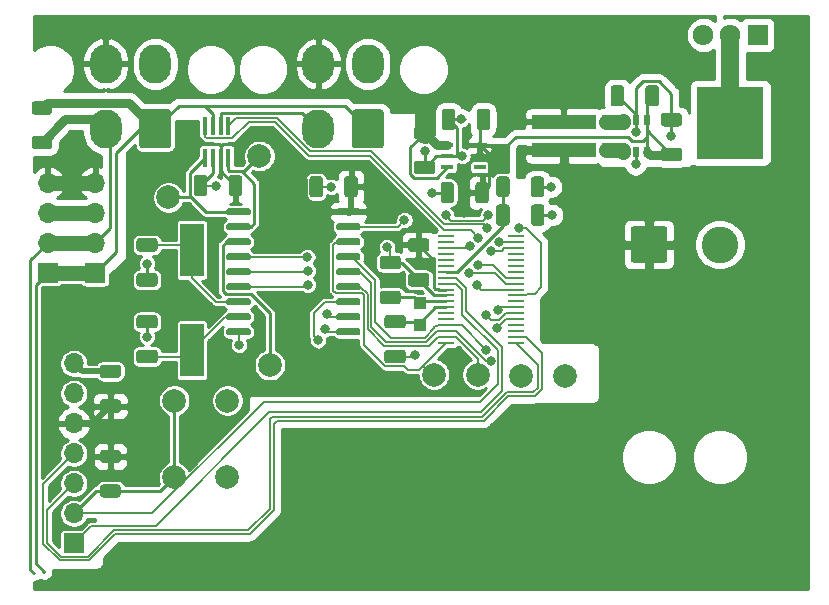
<source format=gbr>
%TF.GenerationSoftware,KiCad,Pcbnew,(5.1.9)-1*%
%TF.CreationDate,2021-05-20T13:27:56+02:00*%
%TF.ProjectId,PEE50-CurrentProtectionTemplate,50454535-302d-4437-9572-72656e745072,rev?*%
%TF.SameCoordinates,Original*%
%TF.FileFunction,Copper,L1,Top*%
%TF.FilePolarity,Positive*%
%FSLAX46Y46*%
G04 Gerber Fmt 4.6, Leading zero omitted, Abs format (unit mm)*
G04 Created by KiCad (PCBNEW (5.1.9)-1) date 2021-05-20 13:27:56*
%MOMM*%
%LPD*%
G01*
G04 APERTURE LIST*
%TA.AperFunction,ComponentPad*%
%ADD10C,3.100000*%
%TD*%
%TA.AperFunction,ComponentPad*%
%ADD11O,1.717500X1.800000*%
%TD*%
%TA.AperFunction,ComponentPad*%
%ADD12R,1.717500X1.800000*%
%TD*%
%TA.AperFunction,SMDPad,CuDef*%
%ADD13R,5.700000X6.200000*%
%TD*%
%TA.AperFunction,SMDPad,CuDef*%
%ADD14R,1.404099X0.279400*%
%TD*%
%TA.AperFunction,SMDPad,CuDef*%
%ADD15R,2.000000X4.500000*%
%TD*%
%TA.AperFunction,ComponentPad*%
%ADD16O,2.700000X3.300000*%
%TD*%
%TA.AperFunction,ComponentPad*%
%ADD17O,1.700000X1.700000*%
%TD*%
%TA.AperFunction,ComponentPad*%
%ADD18R,1.700000X1.700000*%
%TD*%
%TA.AperFunction,SMDPad,CuDef*%
%ADD19R,5.410200X1.193800*%
%TD*%
%TA.AperFunction,SMDPad,CuDef*%
%ADD20R,0.711200X1.193800*%
%TD*%
%TA.AperFunction,SMDPad,CuDef*%
%ADD21R,1.100000X1.050000*%
%TD*%
%TA.AperFunction,SMDPad,CuDef*%
%ADD22R,0.400000X1.560000*%
%TD*%
%TA.AperFunction,SMDPad,CuDef*%
%ADD23R,0.558000X0.972299*%
%TD*%
%TA.AperFunction,SMDPad,CuDef*%
%ADD24R,0.977900X0.457200*%
%TD*%
%TA.AperFunction,ComponentPad*%
%ADD25C,2.000000*%
%TD*%
%TA.AperFunction,ViaPad*%
%ADD26C,0.800000*%
%TD*%
%TA.AperFunction,Conductor*%
%ADD27C,1.250000*%
%TD*%
%TA.AperFunction,Conductor*%
%ADD28C,0.250000*%
%TD*%
%TA.AperFunction,Conductor*%
%ADD29C,0.500000*%
%TD*%
%TA.AperFunction,Conductor*%
%ADD30C,0.127000*%
%TD*%
%TA.AperFunction,Conductor*%
%ADD31C,0.750000*%
%TD*%
%TA.AperFunction,Conductor*%
%ADD32C,1.750000*%
%TD*%
%TA.AperFunction,Conductor*%
%ADD33C,1.500000*%
%TD*%
%TA.AperFunction,Conductor*%
%ADD34C,0.254000*%
%TD*%
%TA.AperFunction,Conductor*%
%ADD35C,0.100000*%
%TD*%
G04 APERTURE END LIST*
%TO.P,R5,1*%
%TO.N,+12P*%
%TA.AperFunction,ComponentPad*%
G36*
G01*
X66250000Y-36400001D02*
X66250000Y-33799999D01*
G75*
G02*
X66499999Y-33550000I249999J0D01*
G01*
X69100001Y-33550000D01*
G75*
G02*
X69350000Y-33799999I0J-249999D01*
G01*
X69350000Y-36400001D01*
G75*
G02*
X69100001Y-36650000I-249999J0D01*
G01*
X66499999Y-36650000D01*
G75*
G02*
X66250000Y-36400001I0J249999D01*
G01*
G37*
%TD.AperFunction*%
D10*
%TO.P,R5,2*%
%TO.N,GND*%
X73800000Y-35100000D03*
%TD*%
D11*
%TO.P,Q1,3*%
%TO.N,GNDPWR*%
X72410000Y-17350000D03*
%TO.P,Q1,2*%
%TO.N,GND*%
X74700000Y-17350000D03*
D12*
%TO.P,Q1,1*%
%TO.N,/Beveiliging/~ENABLE*%
X76990000Y-17350000D03*
D13*
%TO.P,Q1,4*%
%TO.N,GND*%
X74700000Y-24783333D03*
%TD*%
D14*
%TO.P,U2,38*%
%TO.N,Net-(U2-Pad38)*%
X56549948Y-34399999D03*
%TO.P,U2,37*%
%TO.N,/Beveiliging/SHDN_CAN*%
X56549948Y-34900000D03*
%TO.P,U2,36*%
%TO.N,/Beveiliging/RS_STBY_CAN*%
X56549948Y-35399999D03*
%TO.P,U2,35*%
%TO.N,Net-(U2-Pad35)*%
X56549948Y-35900001D03*
%TO.P,U2,34*%
%TO.N,Net-(U2-Pad34)*%
X56549948Y-36400000D03*
%TO.P,U2,33*%
%TO.N,Net-(U2-Pad33)*%
X56549948Y-36899999D03*
%TO.P,U2,32*%
%TO.N,Net-(U2-Pad32)*%
X56549948Y-37400000D03*
%TO.P,U2,31*%
%TO.N,/Beveiliging/~TX0RTS*%
X56549948Y-37899999D03*
%TO.P,U2,30*%
%TO.N,/Beveiliging/~TX1RTS*%
X56549948Y-38399998D03*
%TO.P,U2,29*%
%TO.N,/Beveiliging/~TX2RTS*%
X56549948Y-38900000D03*
%TO.P,U2,28*%
%TO.N,/Beveiliging/~RST_CAN*%
X56549948Y-39399999D03*
%TO.P,U2,27*%
%TO.N,Net-(U2-Pad27)*%
X56549948Y-39900001D03*
%TO.P,U2,26*%
%TO.N,/Beveiliging/~RX1INT*%
X56549948Y-40400000D03*
%TO.P,U2,25*%
%TO.N,/Beveiliging/~RX0INT*%
X56549948Y-40899999D03*
%TO.P,U2,24*%
%TO.N,/Beveiliging/~INT*%
X56549948Y-41400000D03*
%TO.P,U2,23*%
%TO.N,Net-(U2-Pad23)*%
X56549948Y-41899999D03*
%TO.P,U2,22*%
%TO.N,Net-(U2-Pad22)*%
X56549948Y-42400001D03*
%TO.P,U2,21*%
%TO.N,/Beveiliging/RXD*%
X56549948Y-42900000D03*
%TO.P,U2,20*%
%TO.N,/Beveiliging/TXD*%
X56549948Y-43399999D03*
%TO.P,U2,19*%
%TO.N,/Beveiliging/~ChipSel*%
X50650052Y-43400001D03*
%TO.P,U2,18*%
%TO.N,/Beveiliging/SysClk*%
X50650052Y-42900000D03*
%TO.P,U2,17*%
%TO.N,/Beveiliging/SlaveIn*%
X50650052Y-42400001D03*
%TO.P,U2,16*%
%TO.N,/Beveiliging/SlaveOut*%
X50650052Y-41899999D03*
%TO.P,U2,15*%
%TO.N,Net-(U2-Pad15)*%
X50650052Y-41400000D03*
%TO.P,U2,14*%
%TO.N,Net-(U2-Pad14)*%
X50650052Y-40900001D03*
%TO.P,U2,13*%
%TO.N,/Beveiliging/XOUT*%
X50650052Y-40400000D03*
%TO.P,U2,12*%
%TO.N,/Beveiliging/XIN*%
X50650052Y-39900001D03*
%TO.P,U2,11*%
%TO.N,GNDPWR*%
X50650052Y-39399999D03*
%TO.P,U2,10*%
%TO.N,+3V3*%
X50650052Y-38900000D03*
%TO.P,U2,9*%
%TO.N,/Beveiliging/SBWTDIO*%
X50650052Y-38400001D03*
%TO.P,U2,8*%
%TO.N,/Beveiliging/SBWTCK*%
X50650052Y-37899999D03*
%TO.P,U2,7*%
%TO.N,/Beveiliging/Vcurrent*%
X50650052Y-37400000D03*
%TO.P,U2,6*%
%TO.N,Net-(U2-Pad6)*%
X50650052Y-36899999D03*
%TO.P,U2,5*%
%TO.N,Net-(U2-Pad5)*%
X50650052Y-36400000D03*
%TO.P,U2,4*%
%TO.N,Net-(U2-Pad4)*%
X50650052Y-35900001D03*
%TO.P,U2,3*%
%TO.N,/Beveiliging/~ENABLE*%
X50650052Y-35399999D03*
%TO.P,U2,2*%
%TO.N,Net-(U2-Pad2)*%
X50650052Y-34900000D03*
%TO.P,U2,1*%
%TO.N,Net-(U2-Pad1)*%
X50650052Y-34400001D03*
%TD*%
%TO.P,R4,1*%
%TO.N,/Beveiliging/Vcurrent*%
%TA.AperFunction,SMDPad,CuDef*%
G36*
G01*
X54875000Y-30825001D02*
X54875000Y-29574999D01*
G75*
G02*
X55124999Y-29325000I249999J0D01*
G01*
X55750001Y-29325000D01*
G75*
G02*
X56000000Y-29574999I0J-249999D01*
G01*
X56000000Y-30825001D01*
G75*
G02*
X55750001Y-31075000I-249999J0D01*
G01*
X55124999Y-31075000D01*
G75*
G02*
X54875000Y-30825001I0J249999D01*
G01*
G37*
%TD.AperFunction*%
%TO.P,R4,2*%
%TO.N,Net-(R4-Pad2)*%
%TA.AperFunction,SMDPad,CuDef*%
G36*
G01*
X57800000Y-30825001D02*
X57800000Y-29574999D01*
G75*
G02*
X58049999Y-29325000I249999J0D01*
G01*
X58675001Y-29325000D01*
G75*
G02*
X58925000Y-29574999I0J-249999D01*
G01*
X58925000Y-30825001D01*
G75*
G02*
X58675001Y-31075000I-249999J0D01*
G01*
X58049999Y-31075000D01*
G75*
G02*
X57800000Y-30825001I0J249999D01*
G01*
G37*
%TD.AperFunction*%
%TD*%
%TO.P,C14,2*%
%TO.N,GNDPWR*%
%TA.AperFunction,SMDPad,CuDef*%
G36*
G01*
X57800000Y-33250001D02*
X57800000Y-31949999D01*
G75*
G02*
X58049999Y-31700000I249999J0D01*
G01*
X58700001Y-31700000D01*
G75*
G02*
X58950000Y-31949999I0J-249999D01*
G01*
X58950000Y-33250001D01*
G75*
G02*
X58700001Y-33500000I-249999J0D01*
G01*
X58049999Y-33500000D01*
G75*
G02*
X57800000Y-33250001I0J249999D01*
G01*
G37*
%TD.AperFunction*%
%TO.P,C14,1*%
%TO.N,/Beveiliging/Vcurrent*%
%TA.AperFunction,SMDPad,CuDef*%
G36*
G01*
X54850000Y-33250001D02*
X54850000Y-31949999D01*
G75*
G02*
X55099999Y-31700000I249999J0D01*
G01*
X55750001Y-31700000D01*
G75*
G02*
X56000000Y-31949999I0J-249999D01*
G01*
X56000000Y-33250001D01*
G75*
G02*
X55750001Y-33500000I-249999J0D01*
G01*
X55099999Y-33500000D01*
G75*
G02*
X54850000Y-33250001I0J249999D01*
G01*
G37*
%TD.AperFunction*%
%TD*%
D15*
%TO.P,Y2,2*%
%TO.N,/Beveiliging/OSC2*%
X29100000Y-35550000D03*
%TO.P,Y2,1*%
%TO.N,/Beveiliging/OSC1*%
X29100000Y-44050000D03*
%TD*%
%TO.P,J3,1*%
%TO.N,/Beveiliging/CANH*%
%TA.AperFunction,ComponentPad*%
G36*
G01*
X45350000Y-23900001D02*
X45350000Y-26699999D01*
G75*
G02*
X45099999Y-26950000I-250001J0D01*
G01*
X42900001Y-26950000D01*
G75*
G02*
X42650000Y-26699999I0J250001D01*
G01*
X42650000Y-23900001D01*
G75*
G02*
X42900001Y-23650000I250001J0D01*
G01*
X45099999Y-23650000D01*
G75*
G02*
X45350000Y-23900001I0J-250001D01*
G01*
G37*
%TD.AperFunction*%
D16*
%TO.P,J3,2*%
%TO.N,/Beveiliging/CANL*%
X39800000Y-25300000D03*
%TO.P,J3,3*%
%TO.N,GNDPWR*%
X44000000Y-19800000D03*
%TO.P,J3,4*%
%TO.N,+12V*%
X39800000Y-19800000D03*
%TD*%
D17*
%TO.P,J5,7*%
%TO.N,GNDPWR*%
X19100000Y-45160000D03*
%TO.P,J5,6*%
%TO.N,Net-(J5-Pad6)*%
X19100000Y-47700000D03*
%TO.P,J5,5*%
%TO.N,+3V3*%
X19100000Y-50240000D03*
%TO.P,J5,4*%
%TO.N,/Beveiliging/RXD*%
X19100000Y-52780000D03*
%TO.P,J5,3*%
%TO.N,/Beveiliging/TXD*%
X19100000Y-55320000D03*
%TO.P,J5,2*%
%TO.N,/Beveiliging/SBWTDIO*%
X19100000Y-57860000D03*
D18*
%TO.P,J5,1*%
%TO.N,/Beveiliging/SBWTCK*%
X19100000Y-60400000D03*
%TD*%
D17*
%TO.P,J4,4*%
%TO.N,+12V*%
X20900000Y-29880000D03*
%TO.P,J4,3*%
%TO.N,GNDPWR*%
X20900000Y-32420000D03*
%TO.P,J4,2*%
%TO.N,/Beveiliging/CANL*%
X20900000Y-34960000D03*
D18*
%TO.P,J4,1*%
%TO.N,/Beveiliging/CANH*%
X20900000Y-37500000D03*
%TD*%
D19*
%TO.P,R2,4*%
%TO.N,+12P*%
X60577700Y-27106500D03*
D20*
%TO.P,R2,3*%
%TO.N,Net-(R2-Pad3)*%
X64171800Y-27106500D03*
%TO.P,R2,2*%
%TO.N,Net-(R2-Pad2)*%
X64171800Y-24693500D03*
D19*
%TO.P,R2,1*%
%TO.N,+12V*%
X60577700Y-24693500D03*
%TD*%
D21*
%TO.P,Y1,1*%
%TO.N,/Beveiliging/XOUT*%
X48400000Y-41925000D03*
%TO.P,Y1,2*%
%TO.N,/Beveiliging/XIN*%
X48400000Y-40075000D03*
%TD*%
D22*
%TO.P,U5,8*%
%TO.N,/Beveiliging/RS_STBY_CAN*%
X30220000Y-25050000D03*
%TO.P,U5,7*%
%TO.N,/Beveiliging/CANH*%
X30870000Y-25050000D03*
%TO.P,U5,6*%
%TO.N,/Beveiliging/CANL*%
X31530000Y-25050000D03*
%TO.P,U5,5*%
%TO.N,/Beveiliging/SHDN_CAN*%
X32180000Y-25050000D03*
%TO.P,U5,4*%
%TO.N,Net-(TP6-Pad1)*%
X32180000Y-27750000D03*
%TO.P,U5,3*%
%TO.N,+3V3*%
X31530000Y-27750000D03*
%TO.P,U5,2*%
%TO.N,GNDPWR*%
X30870000Y-27750000D03*
%TO.P,U5,1*%
%TO.N,Net-(TP7-Pad1)*%
X30220000Y-27750000D03*
%TD*%
%TO.P,U4,18*%
%TO.N,+3V3*%
%TA.AperFunction,SMDPad,CuDef*%
G36*
G01*
X41325000Y-32470000D02*
X41325000Y-32170000D01*
G75*
G02*
X41475000Y-32020000I150000J0D01*
G01*
X43225000Y-32020000D01*
G75*
G02*
X43375000Y-32170000I0J-150000D01*
G01*
X43375000Y-32470000D01*
G75*
G02*
X43225000Y-32620000I-150000J0D01*
G01*
X41475000Y-32620000D01*
G75*
G02*
X41325000Y-32470000I0J150000D01*
G01*
G37*
%TD.AperFunction*%
%TO.P,U4,17*%
%TO.N,/Beveiliging/~RST_CAN*%
%TA.AperFunction,SMDPad,CuDef*%
G36*
G01*
X41325000Y-33740000D02*
X41325000Y-33440000D01*
G75*
G02*
X41475000Y-33290000I150000J0D01*
G01*
X43225000Y-33290000D01*
G75*
G02*
X43375000Y-33440000I0J-150000D01*
G01*
X43375000Y-33740000D01*
G75*
G02*
X43225000Y-33890000I-150000J0D01*
G01*
X41475000Y-33890000D01*
G75*
G02*
X41325000Y-33740000I0J150000D01*
G01*
G37*
%TD.AperFunction*%
%TO.P,U4,16*%
%TO.N,/Beveiliging/~ChipSel*%
%TA.AperFunction,SMDPad,CuDef*%
G36*
G01*
X41325000Y-35010000D02*
X41325000Y-34710000D01*
G75*
G02*
X41475000Y-34560000I150000J0D01*
G01*
X43225000Y-34560000D01*
G75*
G02*
X43375000Y-34710000I0J-150000D01*
G01*
X43375000Y-35010000D01*
G75*
G02*
X43225000Y-35160000I-150000J0D01*
G01*
X41475000Y-35160000D01*
G75*
G02*
X41325000Y-35010000I0J150000D01*
G01*
G37*
%TD.AperFunction*%
%TO.P,U4,15*%
%TO.N,/Beveiliging/SlaveOut*%
%TA.AperFunction,SMDPad,CuDef*%
G36*
G01*
X41325000Y-36280000D02*
X41325000Y-35980000D01*
G75*
G02*
X41475000Y-35830000I150000J0D01*
G01*
X43225000Y-35830000D01*
G75*
G02*
X43375000Y-35980000I0J-150000D01*
G01*
X43375000Y-36280000D01*
G75*
G02*
X43225000Y-36430000I-150000J0D01*
G01*
X41475000Y-36430000D01*
G75*
G02*
X41325000Y-36280000I0J150000D01*
G01*
G37*
%TD.AperFunction*%
%TO.P,U4,14*%
%TO.N,/Beveiliging/SlaveIn*%
%TA.AperFunction,SMDPad,CuDef*%
G36*
G01*
X41325000Y-37550000D02*
X41325000Y-37250000D01*
G75*
G02*
X41475000Y-37100000I150000J0D01*
G01*
X43225000Y-37100000D01*
G75*
G02*
X43375000Y-37250000I0J-150000D01*
G01*
X43375000Y-37550000D01*
G75*
G02*
X43225000Y-37700000I-150000J0D01*
G01*
X41475000Y-37700000D01*
G75*
G02*
X41325000Y-37550000I0J150000D01*
G01*
G37*
%TD.AperFunction*%
%TO.P,U4,13*%
%TO.N,/Beveiliging/SysClk*%
%TA.AperFunction,SMDPad,CuDef*%
G36*
G01*
X41325000Y-38820000D02*
X41325000Y-38520000D01*
G75*
G02*
X41475000Y-38370000I150000J0D01*
G01*
X43225000Y-38370000D01*
G75*
G02*
X43375000Y-38520000I0J-150000D01*
G01*
X43375000Y-38820000D01*
G75*
G02*
X43225000Y-38970000I-150000J0D01*
G01*
X41475000Y-38970000D01*
G75*
G02*
X41325000Y-38820000I0J150000D01*
G01*
G37*
%TD.AperFunction*%
%TO.P,U4,12*%
%TO.N,/Beveiliging/~INT*%
%TA.AperFunction,SMDPad,CuDef*%
G36*
G01*
X41325000Y-40090000D02*
X41325000Y-39790000D01*
G75*
G02*
X41475000Y-39640000I150000J0D01*
G01*
X43225000Y-39640000D01*
G75*
G02*
X43375000Y-39790000I0J-150000D01*
G01*
X43375000Y-40090000D01*
G75*
G02*
X43225000Y-40240000I-150000J0D01*
G01*
X41475000Y-40240000D01*
G75*
G02*
X41325000Y-40090000I0J150000D01*
G01*
G37*
%TD.AperFunction*%
%TO.P,U4,11*%
%TO.N,/Beveiliging/~RX0INT*%
%TA.AperFunction,SMDPad,CuDef*%
G36*
G01*
X41325000Y-41360000D02*
X41325000Y-41060000D01*
G75*
G02*
X41475000Y-40910000I150000J0D01*
G01*
X43225000Y-40910000D01*
G75*
G02*
X43375000Y-41060000I0J-150000D01*
G01*
X43375000Y-41360000D01*
G75*
G02*
X43225000Y-41510000I-150000J0D01*
G01*
X41475000Y-41510000D01*
G75*
G02*
X41325000Y-41360000I0J150000D01*
G01*
G37*
%TD.AperFunction*%
%TO.P,U4,10*%
%TO.N,/Beveiliging/~RX1INT*%
%TA.AperFunction,SMDPad,CuDef*%
G36*
G01*
X41325000Y-42630000D02*
X41325000Y-42330000D01*
G75*
G02*
X41475000Y-42180000I150000J0D01*
G01*
X43225000Y-42180000D01*
G75*
G02*
X43375000Y-42330000I0J-150000D01*
G01*
X43375000Y-42630000D01*
G75*
G02*
X43225000Y-42780000I-150000J0D01*
G01*
X41475000Y-42780000D01*
G75*
G02*
X41325000Y-42630000I0J150000D01*
G01*
G37*
%TD.AperFunction*%
%TO.P,U4,9*%
%TO.N,GNDPWR*%
%TA.AperFunction,SMDPad,CuDef*%
G36*
G01*
X32025000Y-42630000D02*
X32025000Y-42330000D01*
G75*
G02*
X32175000Y-42180000I150000J0D01*
G01*
X33925000Y-42180000D01*
G75*
G02*
X34075000Y-42330000I0J-150000D01*
G01*
X34075000Y-42630000D01*
G75*
G02*
X33925000Y-42780000I-150000J0D01*
G01*
X32175000Y-42780000D01*
G75*
G02*
X32025000Y-42630000I0J150000D01*
G01*
G37*
%TD.AperFunction*%
%TO.P,U4,8*%
%TO.N,/Beveiliging/OSC1*%
%TA.AperFunction,SMDPad,CuDef*%
G36*
G01*
X32025000Y-41360000D02*
X32025000Y-41060000D01*
G75*
G02*
X32175000Y-40910000I150000J0D01*
G01*
X33925000Y-40910000D01*
G75*
G02*
X34075000Y-41060000I0J-150000D01*
G01*
X34075000Y-41360000D01*
G75*
G02*
X33925000Y-41510000I-150000J0D01*
G01*
X32175000Y-41510000D01*
G75*
G02*
X32025000Y-41360000I0J150000D01*
G01*
G37*
%TD.AperFunction*%
%TO.P,U4,7*%
%TO.N,/Beveiliging/OSC2*%
%TA.AperFunction,SMDPad,CuDef*%
G36*
G01*
X32025000Y-40090000D02*
X32025000Y-39790000D01*
G75*
G02*
X32175000Y-39640000I150000J0D01*
G01*
X33925000Y-39640000D01*
G75*
G02*
X34075000Y-39790000I0J-150000D01*
G01*
X34075000Y-40090000D01*
G75*
G02*
X33925000Y-40240000I-150000J0D01*
G01*
X32175000Y-40240000D01*
G75*
G02*
X32025000Y-40090000I0J150000D01*
G01*
G37*
%TD.AperFunction*%
%TO.P,U4,6*%
%TO.N,/Beveiliging/~TX2RTS*%
%TA.AperFunction,SMDPad,CuDef*%
G36*
G01*
X32025000Y-38820000D02*
X32025000Y-38520000D01*
G75*
G02*
X32175000Y-38370000I150000J0D01*
G01*
X33925000Y-38370000D01*
G75*
G02*
X34075000Y-38520000I0J-150000D01*
G01*
X34075000Y-38820000D01*
G75*
G02*
X33925000Y-38970000I-150000J0D01*
G01*
X32175000Y-38970000D01*
G75*
G02*
X32025000Y-38820000I0J150000D01*
G01*
G37*
%TD.AperFunction*%
%TO.P,U4,5*%
%TO.N,/Beveiliging/~TX1RTS*%
%TA.AperFunction,SMDPad,CuDef*%
G36*
G01*
X32025000Y-37550000D02*
X32025000Y-37250000D01*
G75*
G02*
X32175000Y-37100000I150000J0D01*
G01*
X33925000Y-37100000D01*
G75*
G02*
X34075000Y-37250000I0J-150000D01*
G01*
X34075000Y-37550000D01*
G75*
G02*
X33925000Y-37700000I-150000J0D01*
G01*
X32175000Y-37700000D01*
G75*
G02*
X32025000Y-37550000I0J150000D01*
G01*
G37*
%TD.AperFunction*%
%TO.P,U4,4*%
%TO.N,/Beveiliging/~TX0RTS*%
%TA.AperFunction,SMDPad,CuDef*%
G36*
G01*
X32025000Y-36280000D02*
X32025000Y-35980000D01*
G75*
G02*
X32175000Y-35830000I150000J0D01*
G01*
X33925000Y-35830000D01*
G75*
G02*
X34075000Y-35980000I0J-150000D01*
G01*
X34075000Y-36280000D01*
G75*
G02*
X33925000Y-36430000I-150000J0D01*
G01*
X32175000Y-36430000D01*
G75*
G02*
X32025000Y-36280000I0J150000D01*
G01*
G37*
%TD.AperFunction*%
%TO.P,U4,3*%
%TO.N,Net-(TP5-Pad1)*%
%TA.AperFunction,SMDPad,CuDef*%
G36*
G01*
X32025000Y-35010000D02*
X32025000Y-34710000D01*
G75*
G02*
X32175000Y-34560000I150000J0D01*
G01*
X33925000Y-34560000D01*
G75*
G02*
X34075000Y-34710000I0J-150000D01*
G01*
X34075000Y-35010000D01*
G75*
G02*
X33925000Y-35160000I-150000J0D01*
G01*
X32175000Y-35160000D01*
G75*
G02*
X32025000Y-35010000I0J150000D01*
G01*
G37*
%TD.AperFunction*%
%TO.P,U4,2*%
%TO.N,Net-(TP6-Pad1)*%
%TA.AperFunction,SMDPad,CuDef*%
G36*
G01*
X32025000Y-33740000D02*
X32025000Y-33440000D01*
G75*
G02*
X32175000Y-33290000I150000J0D01*
G01*
X33925000Y-33290000D01*
G75*
G02*
X34075000Y-33440000I0J-150000D01*
G01*
X34075000Y-33740000D01*
G75*
G02*
X33925000Y-33890000I-150000J0D01*
G01*
X32175000Y-33890000D01*
G75*
G02*
X32025000Y-33740000I0J150000D01*
G01*
G37*
%TD.AperFunction*%
%TO.P,U4,1*%
%TO.N,Net-(TP7-Pad1)*%
%TA.AperFunction,SMDPad,CuDef*%
G36*
G01*
X32025000Y-32470000D02*
X32025000Y-32170000D01*
G75*
G02*
X32175000Y-32020000I150000J0D01*
G01*
X33925000Y-32020000D01*
G75*
G02*
X34075000Y-32170000I0J-150000D01*
G01*
X34075000Y-32470000D01*
G75*
G02*
X33925000Y-32620000I-150000J0D01*
G01*
X32175000Y-32620000D01*
G75*
G02*
X32025000Y-32470000I0J150000D01*
G01*
G37*
%TD.AperFunction*%
%TD*%
D23*
%TO.P,U3,6*%
%TO.N,+3V3*%
X67650001Y-27262451D03*
%TO.P,U3,5*%
%TO.N,Net-(R4-Pad2)*%
X66700000Y-27262451D03*
%TO.P,U3,4*%
%TO.N,Net-(R2-Pad3)*%
X65749999Y-27262451D03*
%TO.P,U3,3*%
%TO.N,Net-(R2-Pad2)*%
X65749999Y-24537549D03*
%TO.P,U3,2*%
%TO.N,GNDPWR*%
X66700000Y-24537549D03*
%TO.P,U3,1*%
%TO.N,+3V3*%
X67650001Y-24537549D03*
%TD*%
D24*
%TO.P,U1,5*%
%TO.N,+3V3*%
X53465250Y-26650040D03*
%TO.P,U1,4*%
%TO.N,Net-(U1-Pad4)*%
X53465250Y-28549960D03*
%TO.P,U1,3*%
%TO.N,+12V*%
X50734750Y-28549960D03*
%TO.P,U1,2*%
%TO.N,GNDPWR*%
X50734750Y-27600000D03*
%TO.P,U1,1*%
%TO.N,+12V*%
X50734750Y-26650040D03*
%TD*%
D25*
%TO.P,TP7,1*%
%TO.N,Net-(TP7-Pad1)*%
X27100000Y-31100000D03*
%TD*%
%TO.P,TP6,1*%
%TO.N,Net-(TP6-Pad1)*%
X34800000Y-27600000D03*
%TD*%
%TO.P,TP4,1*%
%TO.N,/Beveiliging/SysClk*%
X53300000Y-46100000D03*
%TD*%
%TO.P,TP3,1*%
%TO.N,/Beveiliging/~ChipSel*%
X49600000Y-46100000D03*
%TD*%
%TO.P,TP2,1*%
%TO.N,/Beveiliging/SlaveOut*%
X60700000Y-46200000D03*
%TD*%
%TO.P,TP1,1*%
%TO.N,/Beveiliging/SlaveIn*%
X57000000Y-46200000D03*
%TD*%
%TO.P,TP5,1*%
%TO.N,Net-(TP5-Pad1)*%
X35700000Y-45300000D03*
%TD*%
%TO.P,SW1,2*%
%TO.N,/Beveiliging/SBWTDIO*%
X27600000Y-48300000D03*
%TO.P,SW1,1*%
%TO.N,GNDPWR*%
X32100000Y-48300000D03*
%TO.P,SW1,2*%
%TO.N,/Beveiliging/SBWTDIO*%
X27600000Y-54800000D03*
%TO.P,SW1,1*%
%TO.N,GNDPWR*%
X32100000Y-54800000D03*
%TD*%
%TO.P,R3,2*%
%TO.N,/Beveiliging/CANL*%
%TA.AperFunction,SMDPad,CuDef*%
G36*
G01*
X15774999Y-25900000D02*
X17025001Y-25900000D01*
G75*
G02*
X17275000Y-26149999I0J-249999D01*
G01*
X17275000Y-26775001D01*
G75*
G02*
X17025001Y-27025000I-249999J0D01*
G01*
X15774999Y-27025000D01*
G75*
G02*
X15525000Y-26775001I0J249999D01*
G01*
X15525000Y-26149999D01*
G75*
G02*
X15774999Y-25900000I249999J0D01*
G01*
G37*
%TD.AperFunction*%
%TO.P,R3,1*%
%TO.N,/Beveiliging/CANH*%
%TA.AperFunction,SMDPad,CuDef*%
G36*
G01*
X15774999Y-22975000D02*
X17025001Y-22975000D01*
G75*
G02*
X17275000Y-23224999I0J-249999D01*
G01*
X17275000Y-23850001D01*
G75*
G02*
X17025001Y-24100000I-249999J0D01*
G01*
X15774999Y-24100000D01*
G75*
G02*
X15525000Y-23850001I0J249999D01*
G01*
X15525000Y-23224999D01*
G75*
G02*
X15774999Y-22975000I249999J0D01*
G01*
G37*
%TD.AperFunction*%
%TD*%
%TO.P,R1,2*%
%TO.N,/Beveiliging/SBWTDIO*%
%TA.AperFunction,SMDPad,CuDef*%
G36*
G01*
X21574999Y-55400000D02*
X22825001Y-55400000D01*
G75*
G02*
X23075000Y-55649999I0J-249999D01*
G01*
X23075000Y-56275001D01*
G75*
G02*
X22825001Y-56525000I-249999J0D01*
G01*
X21574999Y-56525000D01*
G75*
G02*
X21325000Y-56275001I0J249999D01*
G01*
X21325000Y-55649999D01*
G75*
G02*
X21574999Y-55400000I249999J0D01*
G01*
G37*
%TD.AperFunction*%
%TO.P,R1,1*%
%TO.N,+3V3*%
%TA.AperFunction,SMDPad,CuDef*%
G36*
G01*
X21574999Y-52475000D02*
X22825001Y-52475000D01*
G75*
G02*
X23075000Y-52724999I0J-249999D01*
G01*
X23075000Y-53350001D01*
G75*
G02*
X22825001Y-53600000I-249999J0D01*
G01*
X21574999Y-53600000D01*
G75*
G02*
X21325000Y-53350001I0J249999D01*
G01*
X21325000Y-52724999D01*
G75*
G02*
X21574999Y-52475000I249999J0D01*
G01*
G37*
%TD.AperFunction*%
%TD*%
D17*
%TO.P,J2,4*%
%TO.N,+12V*%
X16885000Y-29863000D03*
%TO.P,J2,3*%
%TO.N,GNDPWR*%
X16885000Y-32403000D03*
%TO.P,J2,2*%
%TO.N,/Beveiliging/CANL*%
X16885000Y-34943000D03*
D18*
%TO.P,J2,1*%
%TO.N,/Beveiliging/CANH*%
X16885000Y-37483000D03*
%TD*%
%TO.P,J1,1*%
%TO.N,/Beveiliging/CANH*%
%TA.AperFunction,ComponentPad*%
G36*
G01*
X27350000Y-23900001D02*
X27350000Y-26699999D01*
G75*
G02*
X27099999Y-26950000I-250001J0D01*
G01*
X24900001Y-26950000D01*
G75*
G02*
X24650000Y-26699999I0J250001D01*
G01*
X24650000Y-23900001D01*
G75*
G02*
X24900001Y-23650000I250001J0D01*
G01*
X27099999Y-23650000D01*
G75*
G02*
X27350000Y-23900001I0J-250001D01*
G01*
G37*
%TD.AperFunction*%
D16*
%TO.P,J1,2*%
%TO.N,/Beveiliging/CANL*%
X21800000Y-25300000D03*
%TO.P,J1,3*%
%TO.N,GNDPWR*%
X26000000Y-19800000D03*
%TO.P,J1,4*%
%TO.N,+12V*%
X21800000Y-19800000D03*
%TD*%
%TO.P,C13,2*%
%TO.N,GNDPWR*%
%TA.AperFunction,SMDPad,CuDef*%
G36*
G01*
X30400000Y-29449999D02*
X30400000Y-30750001D01*
G75*
G02*
X30150001Y-31000000I-249999J0D01*
G01*
X29499999Y-31000000D01*
G75*
G02*
X29250000Y-30750001I0J249999D01*
G01*
X29250000Y-29449999D01*
G75*
G02*
X29499999Y-29200000I249999J0D01*
G01*
X30150001Y-29200000D01*
G75*
G02*
X30400000Y-29449999I0J-249999D01*
G01*
G37*
%TD.AperFunction*%
%TO.P,C13,1*%
%TO.N,+3V3*%
%TA.AperFunction,SMDPad,CuDef*%
G36*
G01*
X33350000Y-29449999D02*
X33350000Y-30750001D01*
G75*
G02*
X33100001Y-31000000I-249999J0D01*
G01*
X32449999Y-31000000D01*
G75*
G02*
X32200000Y-30750001I0J249999D01*
G01*
X32200000Y-29449999D01*
G75*
G02*
X32449999Y-29200000I249999J0D01*
G01*
X33100001Y-29200000D01*
G75*
G02*
X33350000Y-29449999I0J-249999D01*
G01*
G37*
%TD.AperFunction*%
%TD*%
%TO.P,C12,2*%
%TO.N,+3V3*%
%TA.AperFunction,SMDPad,CuDef*%
G36*
G01*
X21549999Y-48200000D02*
X22850001Y-48200000D01*
G75*
G02*
X23100000Y-48449999I0J-249999D01*
G01*
X23100000Y-49100001D01*
G75*
G02*
X22850001Y-49350000I-249999J0D01*
G01*
X21549999Y-49350000D01*
G75*
G02*
X21300000Y-49100001I0J249999D01*
G01*
X21300000Y-48449999D01*
G75*
G02*
X21549999Y-48200000I249999J0D01*
G01*
G37*
%TD.AperFunction*%
%TO.P,C12,1*%
%TO.N,GNDPWR*%
%TA.AperFunction,SMDPad,CuDef*%
G36*
G01*
X21549999Y-45250000D02*
X22850001Y-45250000D01*
G75*
G02*
X23100000Y-45499999I0J-249999D01*
G01*
X23100000Y-46150001D01*
G75*
G02*
X22850001Y-46400000I-249999J0D01*
G01*
X21549999Y-46400000D01*
G75*
G02*
X21300000Y-46150001I0J249999D01*
G01*
X21300000Y-45499999D01*
G75*
G02*
X21549999Y-45250000I249999J0D01*
G01*
G37*
%TD.AperFunction*%
%TD*%
%TO.P,C11,2*%
%TO.N,+3V3*%
%TA.AperFunction,SMDPad,CuDef*%
G36*
G01*
X42000000Y-30850001D02*
X42000000Y-29549999D01*
G75*
G02*
X42249999Y-29300000I249999J0D01*
G01*
X42900001Y-29300000D01*
G75*
G02*
X43150000Y-29549999I0J-249999D01*
G01*
X43150000Y-30850001D01*
G75*
G02*
X42900001Y-31100000I-249999J0D01*
G01*
X42249999Y-31100000D01*
G75*
G02*
X42000000Y-30850001I0J249999D01*
G01*
G37*
%TD.AperFunction*%
%TO.P,C11,1*%
%TO.N,GNDPWR*%
%TA.AperFunction,SMDPad,CuDef*%
G36*
G01*
X39050000Y-30850001D02*
X39050000Y-29549999D01*
G75*
G02*
X39299999Y-29300000I249999J0D01*
G01*
X39950001Y-29300000D01*
G75*
G02*
X40200000Y-29549999I0J-249999D01*
G01*
X40200000Y-30850001D01*
G75*
G02*
X39950001Y-31100000I-249999J0D01*
G01*
X39299999Y-31100000D01*
G75*
G02*
X39050000Y-30850001I0J249999D01*
G01*
G37*
%TD.AperFunction*%
%TD*%
%TO.P,C9,2*%
%TO.N,/Beveiliging/OSC2*%
%TA.AperFunction,SMDPad,CuDef*%
G36*
G01*
X25950001Y-35700000D02*
X24649999Y-35700000D01*
G75*
G02*
X24400000Y-35450001I0J249999D01*
G01*
X24400000Y-34799999D01*
G75*
G02*
X24649999Y-34550000I249999J0D01*
G01*
X25950001Y-34550000D01*
G75*
G02*
X26200000Y-34799999I0J-249999D01*
G01*
X26200000Y-35450001D01*
G75*
G02*
X25950001Y-35700000I-249999J0D01*
G01*
G37*
%TD.AperFunction*%
%TO.P,C9,1*%
%TO.N,GNDPWR*%
%TA.AperFunction,SMDPad,CuDef*%
G36*
G01*
X25950001Y-38650000D02*
X24649999Y-38650000D01*
G75*
G02*
X24400000Y-38400001I0J249999D01*
G01*
X24400000Y-37749999D01*
G75*
G02*
X24649999Y-37500000I249999J0D01*
G01*
X25950001Y-37500000D01*
G75*
G02*
X26200000Y-37749999I0J-249999D01*
G01*
X26200000Y-38400001D01*
G75*
G02*
X25950001Y-38650000I-249999J0D01*
G01*
G37*
%TD.AperFunction*%
%TD*%
%TO.P,C10,2*%
%TO.N,GNDPWR*%
%TA.AperFunction,SMDPad,CuDef*%
G36*
G01*
X70350001Y-25100000D02*
X69049999Y-25100000D01*
G75*
G02*
X68800000Y-24850001I0J249999D01*
G01*
X68800000Y-24199999D01*
G75*
G02*
X69049999Y-23950000I249999J0D01*
G01*
X70350001Y-23950000D01*
G75*
G02*
X70600000Y-24199999I0J-249999D01*
G01*
X70600000Y-24850001D01*
G75*
G02*
X70350001Y-25100000I-249999J0D01*
G01*
G37*
%TD.AperFunction*%
%TO.P,C10,1*%
%TO.N,+3V3*%
%TA.AperFunction,SMDPad,CuDef*%
G36*
G01*
X70350001Y-28050000D02*
X69049999Y-28050000D01*
G75*
G02*
X68800000Y-27800001I0J249999D01*
G01*
X68800000Y-27149999D01*
G75*
G02*
X69049999Y-26900000I249999J0D01*
G01*
X70350001Y-26900000D01*
G75*
G02*
X70600000Y-27149999I0J-249999D01*
G01*
X70600000Y-27800001D01*
G75*
G02*
X70350001Y-28050000I-249999J0D01*
G01*
G37*
%TD.AperFunction*%
%TD*%
%TO.P,C7,2*%
%TO.N,GNDPWR*%
%TA.AperFunction,SMDPad,CuDef*%
G36*
G01*
X25950001Y-42200000D02*
X24649999Y-42200000D01*
G75*
G02*
X24400000Y-41950001I0J249999D01*
G01*
X24400000Y-41299999D01*
G75*
G02*
X24649999Y-41050000I249999J0D01*
G01*
X25950001Y-41050000D01*
G75*
G02*
X26200000Y-41299999I0J-249999D01*
G01*
X26200000Y-41950001D01*
G75*
G02*
X25950001Y-42200000I-249999J0D01*
G01*
G37*
%TD.AperFunction*%
%TO.P,C7,1*%
%TO.N,/Beveiliging/OSC1*%
%TA.AperFunction,SMDPad,CuDef*%
G36*
G01*
X25950001Y-45150000D02*
X24649999Y-45150000D01*
G75*
G02*
X24400000Y-44900001I0J249999D01*
G01*
X24400000Y-44249999D01*
G75*
G02*
X24649999Y-44000000I249999J0D01*
G01*
X25950001Y-44000000D01*
G75*
G02*
X26200000Y-44249999I0J-249999D01*
G01*
X26200000Y-44900001D01*
G75*
G02*
X25950001Y-45150000I-249999J0D01*
G01*
G37*
%TD.AperFunction*%
%TD*%
%TO.P,C8,2*%
%TO.N,GNDPWR*%
%TA.AperFunction,SMDPad,CuDef*%
G36*
G01*
X65700000Y-21849999D02*
X65700000Y-23150001D01*
G75*
G02*
X65450001Y-23400000I-249999J0D01*
G01*
X64799999Y-23400000D01*
G75*
G02*
X64550000Y-23150001I0J249999D01*
G01*
X64550000Y-21849999D01*
G75*
G02*
X64799999Y-21600000I249999J0D01*
G01*
X65450001Y-21600000D01*
G75*
G02*
X65700000Y-21849999I0J-249999D01*
G01*
G37*
%TD.AperFunction*%
%TO.P,C8,1*%
%TO.N,+3V3*%
%TA.AperFunction,SMDPad,CuDef*%
G36*
G01*
X68650000Y-21849999D02*
X68650000Y-23150001D01*
G75*
G02*
X68400001Y-23400000I-249999J0D01*
G01*
X67749999Y-23400000D01*
G75*
G02*
X67500000Y-23150001I0J249999D01*
G01*
X67500000Y-21849999D01*
G75*
G02*
X67749999Y-21600000I249999J0D01*
G01*
X68400001Y-21600000D01*
G75*
G02*
X68650000Y-21849999I0J-249999D01*
G01*
G37*
%TD.AperFunction*%
%TD*%
%TO.P,C6,2*%
%TO.N,GNDPWR*%
%TA.AperFunction,SMDPad,CuDef*%
G36*
G01*
X46550001Y-37200000D02*
X45249999Y-37200000D01*
G75*
G02*
X45000000Y-36950001I0J249999D01*
G01*
X45000000Y-36299999D01*
G75*
G02*
X45249999Y-36050000I249999J0D01*
G01*
X46550001Y-36050000D01*
G75*
G02*
X46800000Y-36299999I0J-249999D01*
G01*
X46800000Y-36950001D01*
G75*
G02*
X46550001Y-37200000I-249999J0D01*
G01*
G37*
%TD.AperFunction*%
%TO.P,C6,1*%
%TO.N,/Beveiliging/XIN*%
%TA.AperFunction,SMDPad,CuDef*%
G36*
G01*
X46550001Y-40150000D02*
X45249999Y-40150000D01*
G75*
G02*
X45000000Y-39900001I0J249999D01*
G01*
X45000000Y-39249999D01*
G75*
G02*
X45249999Y-39000000I249999J0D01*
G01*
X46550001Y-39000000D01*
G75*
G02*
X46800000Y-39249999I0J-249999D01*
G01*
X46800000Y-39900001D01*
G75*
G02*
X46550001Y-40150000I-249999J0D01*
G01*
G37*
%TD.AperFunction*%
%TD*%
%TO.P,C5,2*%
%TO.N,GNDPWR*%
%TA.AperFunction,SMDPad,CuDef*%
G36*
G01*
X45649999Y-44000000D02*
X46950001Y-44000000D01*
G75*
G02*
X47200000Y-44249999I0J-249999D01*
G01*
X47200000Y-44900001D01*
G75*
G02*
X46950001Y-45150000I-249999J0D01*
G01*
X45649999Y-45150000D01*
G75*
G02*
X45400000Y-44900001I0J249999D01*
G01*
X45400000Y-44249999D01*
G75*
G02*
X45649999Y-44000000I249999J0D01*
G01*
G37*
%TD.AperFunction*%
%TO.P,C5,1*%
%TO.N,/Beveiliging/XOUT*%
%TA.AperFunction,SMDPad,CuDef*%
G36*
G01*
X45649999Y-41050000D02*
X46950001Y-41050000D01*
G75*
G02*
X47200000Y-41299999I0J-249999D01*
G01*
X47200000Y-41950001D01*
G75*
G02*
X46950001Y-42200000I-249999J0D01*
G01*
X45649999Y-42200000D01*
G75*
G02*
X45400000Y-41950001I0J249999D01*
G01*
X45400000Y-41299999D01*
G75*
G02*
X45649999Y-41050000I249999J0D01*
G01*
G37*
%TD.AperFunction*%
%TD*%
%TO.P,C4,2*%
%TO.N,+3V3*%
%TA.AperFunction,SMDPad,CuDef*%
G36*
G01*
X53200000Y-25150001D02*
X53200000Y-23849999D01*
G75*
G02*
X53449999Y-23600000I249999J0D01*
G01*
X54100001Y-23600000D01*
G75*
G02*
X54350000Y-23849999I0J-249999D01*
G01*
X54350000Y-25150001D01*
G75*
G02*
X54100001Y-25400000I-249999J0D01*
G01*
X53449999Y-25400000D01*
G75*
G02*
X53200000Y-25150001I0J249999D01*
G01*
G37*
%TD.AperFunction*%
%TO.P,C4,1*%
%TO.N,GNDPWR*%
%TA.AperFunction,SMDPad,CuDef*%
G36*
G01*
X50250000Y-25150001D02*
X50250000Y-23849999D01*
G75*
G02*
X50499999Y-23600000I249999J0D01*
G01*
X51150001Y-23600000D01*
G75*
G02*
X51400000Y-23849999I0J-249999D01*
G01*
X51400000Y-25150001D01*
G75*
G02*
X51150001Y-25400000I-249999J0D01*
G01*
X50499999Y-25400000D01*
G75*
G02*
X50250000Y-25150001I0J249999D01*
G01*
G37*
%TD.AperFunction*%
%TD*%
%TO.P,C3,2*%
%TO.N,GNDPWR*%
%TA.AperFunction,SMDPad,CuDef*%
G36*
G01*
X51300000Y-30049999D02*
X51300000Y-31350001D01*
G75*
G02*
X51050001Y-31600000I-249999J0D01*
G01*
X50399999Y-31600000D01*
G75*
G02*
X50150000Y-31350001I0J249999D01*
G01*
X50150000Y-30049999D01*
G75*
G02*
X50399999Y-29800000I249999J0D01*
G01*
X51050001Y-29800000D01*
G75*
G02*
X51300000Y-30049999I0J-249999D01*
G01*
G37*
%TD.AperFunction*%
%TO.P,C3,1*%
%TO.N,+3V3*%
%TA.AperFunction,SMDPad,CuDef*%
G36*
G01*
X54250000Y-30049999D02*
X54250000Y-31350001D01*
G75*
G02*
X54000001Y-31600000I-249999J0D01*
G01*
X53349999Y-31600000D01*
G75*
G02*
X53100000Y-31350001I0J249999D01*
G01*
X53100000Y-30049999D01*
G75*
G02*
X53349999Y-29800000I249999J0D01*
G01*
X54000001Y-29800000D01*
G75*
G02*
X54250000Y-30049999I0J-249999D01*
G01*
G37*
%TD.AperFunction*%
%TD*%
%TO.P,C1,2*%
%TO.N,+3V3*%
%TA.AperFunction,SMDPad,CuDef*%
G36*
G01*
X48950001Y-35700000D02*
X47649999Y-35700000D01*
G75*
G02*
X47400000Y-35450001I0J249999D01*
G01*
X47400000Y-34799999D01*
G75*
G02*
X47649999Y-34550000I249999J0D01*
G01*
X48950001Y-34550000D01*
G75*
G02*
X49200000Y-34799999I0J-249999D01*
G01*
X49200000Y-35450001D01*
G75*
G02*
X48950001Y-35700000I-249999J0D01*
G01*
G37*
%TD.AperFunction*%
%TO.P,C1,1*%
%TO.N,GNDPWR*%
%TA.AperFunction,SMDPad,CuDef*%
G36*
G01*
X48950001Y-38650000D02*
X47649999Y-38650000D01*
G75*
G02*
X47400000Y-38400001I0J249999D01*
G01*
X47400000Y-37749999D01*
G75*
G02*
X47649999Y-37500000I249999J0D01*
G01*
X48950001Y-37500000D01*
G75*
G02*
X49200000Y-37749999I0J-249999D01*
G01*
X49200000Y-38400001D01*
G75*
G02*
X48950001Y-38650000I-249999J0D01*
G01*
G37*
%TD.AperFunction*%
%TD*%
%TO.P,C2,2*%
%TO.N,+12V*%
%TA.AperFunction,SMDPad,CuDef*%
G36*
G01*
X49450001Y-26200000D02*
X48149999Y-26200000D01*
G75*
G02*
X47900000Y-25950001I0J249999D01*
G01*
X47900000Y-25299999D01*
G75*
G02*
X48149999Y-25050000I249999J0D01*
G01*
X49450001Y-25050000D01*
G75*
G02*
X49700000Y-25299999I0J-249999D01*
G01*
X49700000Y-25950001D01*
G75*
G02*
X49450001Y-26200000I-249999J0D01*
G01*
G37*
%TD.AperFunction*%
%TO.P,C2,1*%
%TO.N,GNDPWR*%
%TA.AperFunction,SMDPad,CuDef*%
G36*
G01*
X49450001Y-29150000D02*
X48149999Y-29150000D01*
G75*
G02*
X47900000Y-28900001I0J249999D01*
G01*
X47900000Y-28249999D01*
G75*
G02*
X48149999Y-28000000I249999J0D01*
G01*
X49450001Y-28000000D01*
G75*
G02*
X49700000Y-28249999I0J-249999D01*
G01*
X49700000Y-28900001D01*
G75*
G02*
X49450001Y-29150000I-249999J0D01*
G01*
G37*
%TD.AperFunction*%
%TD*%
D26*
%TO.N,GNDPWR*%
X48800000Y-27200000D03*
X69700000Y-25900000D03*
X49399998Y-30699998D03*
X59600000Y-32600000D03*
X66700000Y-25600000D03*
X33100000Y-43600000D03*
X45600000Y-35300000D03*
X40900000Y-30200000D03*
X31100000Y-30100000D03*
X25300000Y-42900000D03*
X25300000Y-36700000D03*
X51900000Y-24500000D03*
X51999981Y-27600019D03*
X48000000Y-44426490D03*
%TO.N,+3V3*%
X49117639Y-33500429D03*
X52100000Y-32400000D03*
%TO.N,/Beveiliging/~ENABLE*%
X52645572Y-35256118D03*
%TO.N,/Beveiliging/SlaveIn*%
X54381840Y-44921162D03*
%TO.N,/Beveiliging/SlaveOut*%
X54023725Y-43980285D03*
%TO.N,/Beveiliging/SHDN_CAN*%
X54100000Y-33700000D03*
X55120807Y-34906845D03*
%TO.N,/Beveiliging/RS_STBY_CAN*%
X54400000Y-35600002D03*
X53300010Y-34500000D03*
%TO.N,/Beveiliging/~TX0RTS*%
X38870000Y-36130000D03*
X53297424Y-36809756D03*
%TO.N,/Beveiliging/~TX1RTS*%
X38900000Y-37300000D03*
X52545927Y-37473266D03*
%TO.N,/Beveiliging/~TX2RTS*%
X53200000Y-38500000D03*
X38900000Y-38500000D03*
%TO.N,/Beveiliging/~RST_CAN*%
X54200000Y-32600000D03*
X56800000Y-33660297D03*
X50600000Y-32600000D03*
X47100000Y-33000000D03*
%TO.N,/Beveiliging/~RX1INT*%
X40354072Y-42282418D03*
X55000000Y-40600000D03*
%TO.N,/Beveiliging/~RX0INT*%
X40500000Y-41000000D03*
X54000000Y-41100000D03*
%TO.N,/Beveiliging/~INT*%
X39800000Y-43200000D03*
X54900000Y-42200000D03*
%TO.N,Net-(R4-Pad2)*%
X59500000Y-30200000D03*
X66675001Y-28300000D03*
%TD*%
D27*
%TO.N,GNDPWR*%
X20883000Y-32403000D02*
X20900000Y-32420000D01*
X16885000Y-32403000D02*
X20883000Y-32403000D01*
D28*
X30870000Y-29055000D02*
X29825000Y-30100000D01*
X30870000Y-27750000D02*
X30870000Y-29055000D01*
D29*
X19765000Y-45825000D02*
X19100000Y-45160000D01*
X22200000Y-45825000D02*
X19765000Y-45825000D01*
D28*
X49775000Y-27600000D02*
X50734750Y-27600000D01*
X48800000Y-28575000D02*
X49775000Y-27600000D01*
X66700000Y-24075000D02*
X66700000Y-24537549D01*
X65125000Y-22500000D02*
X66700000Y-24075000D01*
X48300000Y-38113110D02*
X48300000Y-38075000D01*
X49586889Y-39399999D02*
X48300000Y-38113110D01*
X50650052Y-39399999D02*
X49586889Y-39399999D01*
X46850000Y-36625000D02*
X48300000Y-38075000D01*
X45900000Y-36625000D02*
X46850000Y-36625000D01*
X48800000Y-28575000D02*
X48800000Y-27200000D01*
X51548701Y-27524999D02*
X51473700Y-27600000D01*
X51548701Y-25223701D02*
X51548701Y-27524999D01*
X50825000Y-24500000D02*
X51548701Y-25223701D01*
X66700000Y-21834315D02*
X66700000Y-24537549D01*
X67259325Y-21274990D02*
X66700000Y-21834315D01*
X68638180Y-21274990D02*
X67259325Y-21274990D01*
X69700000Y-22336810D02*
X68638180Y-21274990D01*
X69700000Y-24525000D02*
X69700000Y-22336810D01*
X69700000Y-24525000D02*
X69700000Y-25900000D01*
X51473700Y-27600000D02*
X50734750Y-27600000D01*
X49400000Y-30700000D02*
X49399998Y-30699998D01*
X50725000Y-30700000D02*
X49400000Y-30700000D01*
X58375000Y-32600000D02*
X59600000Y-32600000D01*
X66700000Y-24537549D02*
X66700000Y-25600000D01*
D30*
X33050000Y-43550000D02*
X33100000Y-43600000D01*
X33050000Y-42480000D02*
X33050000Y-43550000D01*
X45900000Y-35600000D02*
X45600000Y-35300000D01*
X45900000Y-36625000D02*
X45900000Y-35600000D01*
X39625000Y-30200000D02*
X40900000Y-30200000D01*
X29825000Y-30100000D02*
X31100000Y-30100000D01*
D28*
X25300000Y-41625000D02*
X25300000Y-42900000D01*
X25300000Y-38075000D02*
X25300000Y-36700000D01*
X50825000Y-24500000D02*
X52200000Y-24500000D01*
X52200000Y-24500000D02*
X51900000Y-24500000D01*
X51473700Y-27600000D02*
X51999962Y-27600000D01*
X51999962Y-27600000D02*
X51999981Y-27600019D01*
D30*
X47851490Y-44575000D02*
X48000000Y-44426490D01*
X46300000Y-44575000D02*
X47851490Y-44575000D01*
D27*
%TO.N,+12V*%
X20883000Y-29863000D02*
X20900000Y-29880000D01*
X16885000Y-29863000D02*
X20883000Y-29863000D01*
D28*
X47574990Y-26850010D02*
X48800000Y-25625000D01*
X47574990Y-29138180D02*
X47574990Y-26850010D01*
X47911820Y-29475010D02*
X47574990Y-29138180D01*
X49809700Y-29475010D02*
X47911820Y-29475010D01*
X50734750Y-28549960D02*
X49809700Y-29475010D01*
D31*
X49825040Y-26650040D02*
X48800000Y-25625000D01*
X50734750Y-26650040D02*
X49825040Y-26650040D01*
D32*
X48800000Y-25625000D02*
X48800000Y-23200000D01*
D28*
%TO.N,+3V3*%
X31530000Y-28855000D02*
X32775000Y-30100000D01*
X31530000Y-27750000D02*
X31530000Y-28855000D01*
D29*
X20735000Y-50240000D02*
X22200000Y-48775000D01*
X19100000Y-50240000D02*
X20735000Y-50240000D01*
X42575000Y-32095000D02*
X42350000Y-32320000D01*
X42575000Y-30200000D02*
X42575000Y-32095000D01*
D28*
X38724990Y-29563988D02*
X38724990Y-31088180D01*
X38724990Y-31088180D02*
X39956810Y-32320000D01*
X35436001Y-26274999D02*
X38724990Y-29563988D01*
X34163999Y-26274999D02*
X35436001Y-26274999D01*
X33838998Y-26600000D02*
X34163999Y-26274999D01*
X39956810Y-32320000D02*
X42350000Y-32320000D01*
X31764998Y-26600000D02*
X33838998Y-26600000D01*
X31530000Y-26834998D02*
X31764998Y-26600000D01*
X31530000Y-27750000D02*
X31530000Y-26834998D01*
X53465250Y-24809750D02*
X53775000Y-24500000D01*
X53465250Y-26650040D02*
X53465250Y-24809750D01*
X67650001Y-22924999D02*
X68075000Y-22500000D01*
X67650001Y-24537549D02*
X67650001Y-22924999D01*
X67650001Y-25425001D02*
X69700000Y-27475000D01*
X67650001Y-24537549D02*
X67650001Y-25425001D01*
X49623002Y-36448002D02*
X48300000Y-35125000D01*
X49688002Y-38864702D02*
X49623002Y-38799702D01*
X49623002Y-38799702D02*
X49623002Y-36448002D01*
X49964702Y-38864702D02*
X49688002Y-38864702D01*
X50000000Y-38900000D02*
X49964702Y-38864702D01*
X50650052Y-38900000D02*
X50000000Y-38900000D01*
X54279201Y-27463991D02*
X53465250Y-26650040D01*
X54279201Y-30095799D02*
X54279201Y-27463991D01*
X53675000Y-30700000D02*
X54279201Y-30095799D01*
X67275001Y-26325001D02*
X66325001Y-26325001D01*
X67650001Y-25950001D02*
X67275001Y-26325001D01*
X67650001Y-24537549D02*
X67650001Y-25950001D01*
X67650001Y-25950001D02*
X67650001Y-27262451D01*
X66325001Y-26325001D02*
X66000000Y-26000000D01*
X66000000Y-26000000D02*
X56500000Y-26000000D01*
X56500000Y-26000000D02*
X55300000Y-27200000D01*
D31*
X67862550Y-27475000D02*
X67650001Y-27262451D01*
X69700000Y-27475000D02*
X67862550Y-27475000D01*
D28*
X31530000Y-26720000D02*
X31410000Y-26600000D01*
X31530000Y-27750000D02*
X31530000Y-26720000D01*
X31410000Y-26600000D02*
X31300000Y-26600000D01*
X31300000Y-26600000D02*
X29500000Y-26600000D01*
D27*
%TO.N,Net-(R2-Pad3)*%
X65595999Y-27108451D02*
X65595999Y-27262451D01*
X65594048Y-27106500D02*
X65595999Y-27108451D01*
X64171800Y-27106500D02*
X65594048Y-27106500D01*
%TO.N,Net-(R2-Pad2)*%
X65595999Y-24691549D02*
X65595999Y-24600000D01*
X65594048Y-24693500D02*
X65595999Y-24691549D01*
X64171800Y-24693500D02*
X65594048Y-24693500D01*
D28*
%TO.N,Net-(TP6-Pad1)*%
X34075000Y-33590000D02*
X33050000Y-33590000D01*
X34400010Y-33264990D02*
X34075000Y-33590000D01*
X34400010Y-29936820D02*
X34400010Y-33264990D01*
X33338180Y-28874990D02*
X34400010Y-29936820D01*
X32274990Y-28874990D02*
X33338180Y-28874990D01*
X32180000Y-28780000D02*
X32274990Y-28874990D01*
X32180000Y-27750000D02*
X32180000Y-28780000D01*
X33525010Y-28874990D02*
X33338180Y-28874990D01*
X34800000Y-27600000D02*
X33525010Y-28874990D01*
%TO.N,Net-(TP7-Pad1)*%
X30256810Y-32320000D02*
X33050000Y-32320000D01*
X28924990Y-30988180D02*
X30256810Y-32320000D01*
X28924990Y-29045010D02*
X28924990Y-30988180D01*
X30220000Y-27750000D02*
X28924990Y-29045010D01*
X28813170Y-31100000D02*
X28924990Y-30988180D01*
X27100000Y-31100000D02*
X28813170Y-31100000D01*
D33*
%TO.N,GND*%
X74700000Y-17350000D02*
X74700000Y-24783333D01*
D31*
%TO.N,+12P*%
X60577700Y-27106500D02*
X62106500Y-27106500D01*
D28*
%TO.N,Net-(TP5-Pad1)*%
X32025000Y-34860000D02*
X33050000Y-34860000D01*
X31699990Y-39016758D02*
X31699990Y-35185010D01*
X31978242Y-39295010D02*
X31699990Y-39016758D01*
X34101778Y-39295010D02*
X31978242Y-39295010D01*
X35700000Y-40893232D02*
X34101778Y-39295010D01*
X31699990Y-35185010D02*
X32025000Y-34860000D01*
X35700000Y-45300000D02*
X35700000Y-40893232D01*
%TO.N,/Beveiliging/XOUT*%
X48100000Y-41625000D02*
X48400000Y-41925000D01*
X46300000Y-41625000D02*
X48100000Y-41625000D01*
X48400000Y-41698003D02*
X48400000Y-41925000D01*
X49698003Y-40400000D02*
X48400000Y-41698003D01*
X50650052Y-40400000D02*
X49698003Y-40400000D01*
%TO.N,/Beveiliging/XIN*%
X48574999Y-39900001D02*
X50650052Y-39900001D01*
X48400000Y-40075000D02*
X48574999Y-39900001D01*
X47900000Y-39575000D02*
X48400000Y-40075000D01*
X45900000Y-39575000D02*
X47900000Y-39575000D01*
D30*
%TO.N,/Beveiliging/OSC1*%
X31940000Y-41210000D02*
X33050000Y-41210000D01*
X29100000Y-44050000D02*
X31940000Y-41210000D01*
X28575000Y-44575000D02*
X29100000Y-44050000D01*
X25300000Y-44575000D02*
X28575000Y-44575000D01*
%TO.N,/Beveiliging/OSC2*%
X31113000Y-39940000D02*
X33050000Y-39940000D01*
X29100000Y-37927000D02*
X31113000Y-39940000D01*
X29100000Y-35550000D02*
X29100000Y-37927000D01*
X28675000Y-35125000D02*
X29100000Y-35550000D01*
X25300000Y-35125000D02*
X28675000Y-35125000D01*
D27*
%TO.N,/Beveiliging/CANL*%
X20883000Y-34943000D02*
X20900000Y-34960000D01*
X16885000Y-34943000D02*
X20883000Y-34943000D01*
D31*
X21000000Y-24500000D02*
X21800000Y-25300000D01*
X18362500Y-24500000D02*
X21000000Y-24500000D01*
X16400000Y-26462500D02*
X18362500Y-24500000D01*
D28*
X22200000Y-33660000D02*
X20900000Y-34960000D01*
X22200000Y-25700000D02*
X22200000Y-33660000D01*
X21800000Y-25300000D02*
X22200000Y-25700000D01*
X38444999Y-23944999D02*
X39800000Y-25300000D01*
X31605001Y-23944999D02*
X38444999Y-23944999D01*
X31530000Y-24020000D02*
X31605001Y-23944999D01*
X31530000Y-25050000D02*
X31530000Y-24020000D01*
X16885000Y-34943000D02*
X15425010Y-36402990D01*
X15425010Y-62625010D02*
X15709999Y-62909999D01*
X15425010Y-36402990D02*
X15425010Y-62625010D01*
D27*
%TO.N,/Beveiliging/CANH*%
X20883000Y-37483000D02*
X20900000Y-37500000D01*
X16885000Y-37483000D02*
X20883000Y-37483000D01*
D31*
X23774990Y-23074990D02*
X26000000Y-25300000D01*
X16862510Y-23074990D02*
X23774990Y-23074990D01*
X16400000Y-23537500D02*
X16862510Y-23074990D01*
D28*
X42024990Y-23324990D02*
X44000000Y-25300000D01*
X26000000Y-25300000D02*
X27975010Y-23324990D01*
X30174990Y-23324990D02*
X30075010Y-23324990D01*
X30870000Y-24020000D02*
X30174990Y-23324990D01*
X30870000Y-25050000D02*
X30870000Y-24020000D01*
X30075010Y-23324990D02*
X42024990Y-23324990D01*
X27975010Y-23324990D02*
X30075010Y-23324990D01*
X22650011Y-35749989D02*
X20900000Y-37500000D01*
X22650011Y-27349989D02*
X22650011Y-35749989D01*
X24700000Y-25300000D02*
X22650011Y-27349989D01*
X26000000Y-25300000D02*
X24700000Y-25300000D01*
X15875021Y-62075021D02*
X16600000Y-62800000D01*
X15875021Y-38492979D02*
X15875021Y-62075021D01*
X16885000Y-37483000D02*
X15875021Y-38492979D01*
D30*
%TO.N,/Beveiliging/RXD*%
X20409949Y-61840511D02*
X22623450Y-59627010D01*
X16535489Y-60472252D02*
X17903748Y-61840511D01*
X16535489Y-55344511D02*
X16535489Y-60472252D01*
X17903748Y-61840511D02*
X20409949Y-61840511D01*
X19100000Y-52780000D02*
X16535489Y-55344511D01*
X34007912Y-59627010D02*
X36027010Y-57607912D01*
X22623450Y-59627010D02*
X34007912Y-59627010D01*
X36027010Y-50272990D02*
X36272990Y-50027010D01*
X36027010Y-57607912D02*
X36027010Y-50272990D01*
X53813451Y-50027010D02*
X55900000Y-47940460D01*
X36272990Y-50027010D02*
X53813451Y-50027010D01*
X57366001Y-42900000D02*
X56549948Y-42900000D01*
X58727010Y-44261009D02*
X57366001Y-42900000D01*
X58122001Y-47940460D02*
X58727010Y-47335451D01*
X58727010Y-47335451D02*
X58727010Y-44261009D01*
X55900000Y-47940460D02*
X58122001Y-47940460D01*
%TO.N,/Beveiliging/TXD*%
X58263975Y-45114026D02*
X56549948Y-43399999D01*
X58400000Y-45250051D02*
X58263975Y-45114026D01*
X19100000Y-55320000D02*
X16862499Y-57557501D01*
X33872461Y-59300000D02*
X35700000Y-57472461D01*
X58000000Y-47600000D02*
X58400000Y-47200000D01*
X16862499Y-57557501D02*
X16862499Y-60336801D01*
X16862499Y-60336801D02*
X18039199Y-61513501D01*
X18039199Y-61513501D02*
X20274499Y-61513501D01*
X55778000Y-47600000D02*
X58000000Y-47600000D01*
X58400000Y-47200000D02*
X58400000Y-45250051D01*
X20274499Y-61513501D02*
X22488000Y-59300000D01*
X22488000Y-59300000D02*
X33872461Y-59300000D01*
X35700000Y-57472461D02*
X35700000Y-49900000D01*
X35700000Y-49900000D02*
X35900000Y-49700000D01*
X35900000Y-49700000D02*
X53678000Y-49700000D01*
X53678000Y-49700000D02*
X55778000Y-47600000D01*
D28*
%TO.N,/Beveiliging/SBWTDIO*%
X20997500Y-55962500D02*
X19100000Y-57860000D01*
X22200000Y-55962500D02*
X20997500Y-55962500D01*
X26437500Y-55962500D02*
X27600000Y-54800000D01*
X22200000Y-55962500D02*
X26437500Y-55962500D01*
X27600000Y-54800000D02*
X27600000Y-48300000D01*
D30*
X52009488Y-38930388D02*
X51479101Y-38400001D01*
X35200000Y-48400000D02*
X53534991Y-48400000D01*
X55045341Y-46889650D02*
X55045341Y-44063371D01*
X52009488Y-41027518D02*
X52009488Y-38930388D01*
X25740000Y-57860000D02*
X35200000Y-48400000D01*
X19100000Y-57860000D02*
X25740000Y-57860000D01*
X55045341Y-44063371D02*
X52009488Y-41027518D01*
X51479101Y-38400001D02*
X50650052Y-38400001D01*
X53534991Y-48400000D02*
X55045341Y-46889650D01*
%TO.N,/Beveiliging/SBWTCK*%
X55372352Y-43772352D02*
X52336499Y-40736499D01*
X19100000Y-60400000D02*
X20572000Y-58928000D01*
X51479101Y-37899999D02*
X50650052Y-37899999D01*
X20572000Y-58928000D02*
X26034462Y-58928000D01*
X26034462Y-58928000D02*
X35662462Y-49300000D01*
X35662462Y-49300000D02*
X53600000Y-49300000D01*
X53600000Y-49300000D02*
X55372352Y-47527648D01*
X52336499Y-40736499D02*
X52336499Y-38757397D01*
X55372352Y-47527648D02*
X55372352Y-43772352D01*
X52336499Y-38757397D02*
X51479101Y-37899999D01*
%TO.N,/Beveiliging/~ENABLE*%
X52501691Y-35399999D02*
X52645572Y-35256118D01*
X50650052Y-35399999D02*
X52501691Y-35399999D01*
%TO.N,/Beveiliging/SlaveIn*%
X44300000Y-42100000D02*
X45535977Y-43335977D01*
X49862462Y-42400001D02*
X50650052Y-42400001D01*
X43375000Y-37400000D02*
X44299999Y-38324999D01*
X42350000Y-37400000D02*
X43375000Y-37400000D01*
X45535977Y-43335977D02*
X48926486Y-43335977D01*
X48926486Y-43335977D02*
X49862462Y-42400001D01*
X44299999Y-38324999D02*
X44300000Y-42100000D01*
X54000262Y-44921162D02*
X54381840Y-44921162D01*
X51479101Y-42400001D02*
X54000262Y-44921162D01*
X50650052Y-42400001D02*
X51479101Y-42400001D01*
%TO.N,/Beveiliging/SlaveOut*%
X42689794Y-36130000D02*
X42350000Y-36130000D01*
X44627010Y-38067216D02*
X42689794Y-36130000D01*
X44627010Y-41653224D02*
X44627010Y-38067216D01*
X49600000Y-42200000D02*
X48800000Y-43000000D01*
X49600000Y-42100000D02*
X49600000Y-42200000D01*
X49703200Y-41996800D02*
X49600000Y-42100000D01*
X48800000Y-43000000D02*
X45973786Y-43000000D01*
X49840740Y-41996800D02*
X49703200Y-41996800D01*
X49937541Y-41899999D02*
X49840740Y-41996800D01*
X45973786Y-43000000D02*
X44627010Y-41653224D01*
X50650052Y-41899999D02*
X49937541Y-41899999D01*
X50650052Y-41899999D02*
X51943439Y-41899999D01*
X51943439Y-41899999D02*
X54023725Y-43980285D01*
%TO.N,/Beveiliging/~ChipSel*%
X43645979Y-43622193D02*
X45437296Y-45413510D01*
X43645979Y-39403439D02*
X43645979Y-43622193D01*
X43476050Y-39233510D02*
X43645979Y-39403439D01*
X41303716Y-39233510D02*
X43476050Y-39233510D01*
X41061490Y-38991284D02*
X41303716Y-39233510D01*
X41061490Y-35123510D02*
X41061490Y-38991284D01*
X41325000Y-34860000D02*
X41061490Y-35123510D01*
X42350000Y-34860000D02*
X41325000Y-34860000D01*
X50650052Y-43400001D02*
X48636543Y-45413510D01*
X47086490Y-45413510D02*
X47162704Y-45413510D01*
X45437296Y-45413510D02*
X47086490Y-45413510D01*
X49323033Y-46100000D02*
X48636543Y-45413510D01*
X49600000Y-46100000D02*
X49323033Y-46100000D01*
X48636543Y-45413510D02*
X48333041Y-45717012D01*
X47389992Y-45717012D02*
X47086490Y-45413510D01*
X48333041Y-45717012D02*
X47389992Y-45717012D01*
%TO.N,/Beveiliging/SysClk*%
X43375000Y-38670000D02*
X43972989Y-39267989D01*
X49136240Y-43662988D02*
X49899228Y-42900000D01*
X42350000Y-38670000D02*
X43375000Y-38670000D01*
X43972989Y-42235452D02*
X45400525Y-43662988D01*
X43972989Y-39267989D02*
X43972989Y-42235452D01*
X49899228Y-42900000D02*
X50650052Y-42900000D01*
X45400525Y-43662988D02*
X49136240Y-43662988D01*
X53300000Y-44744457D02*
X51455543Y-42900000D01*
X53300000Y-46100000D02*
X53300000Y-44744457D01*
X51455543Y-42900000D02*
X50650052Y-42900000D01*
%TO.N,/Beveiliging/SHDN_CAN*%
X56549948Y-34900000D02*
X55127652Y-34900000D01*
X55127652Y-34900000D02*
X55120807Y-34906845D01*
X53790512Y-33390512D02*
X54100000Y-33700000D01*
X44231528Y-27213510D02*
X50408530Y-33390512D01*
X39131663Y-27213510D02*
X44231528Y-27213510D01*
X50408530Y-33390512D02*
X53790512Y-33390512D01*
X36291142Y-24372989D02*
X39131663Y-27213510D01*
X32180000Y-25050000D02*
X32857011Y-24372989D01*
X32857011Y-24372989D02*
X36291142Y-24372989D01*
%TO.N,/Beveiliging/RS_STBY_CAN*%
X55565686Y-35399999D02*
X55365683Y-35600002D01*
X56549948Y-35399999D02*
X55565686Y-35399999D01*
X55365683Y-35600002D02*
X54400000Y-35600002D01*
X52700011Y-33900001D02*
X53300010Y-34500000D01*
X44155555Y-27600000D02*
X50455556Y-33900001D01*
X39000000Y-27600000D02*
X44155555Y-27600000D01*
X30220000Y-25957000D02*
X30356501Y-26093501D01*
X50455556Y-33900001D02*
X52700011Y-33900001D01*
X33900000Y-24700000D02*
X36100000Y-24700000D01*
X30220000Y-25050000D02*
X30220000Y-25957000D01*
X30356501Y-26093501D02*
X32506499Y-26093501D01*
X32506499Y-26093501D02*
X33900000Y-24700000D01*
X36100000Y-24700000D02*
X39000000Y-27600000D01*
%TO.N,/Beveiliging/~TX0RTS*%
X33050000Y-36130000D02*
X38870000Y-36130000D01*
X54630656Y-36809756D02*
X53297424Y-36809756D01*
X55720899Y-37899999D02*
X54630656Y-36809756D01*
X56549948Y-37899999D02*
X55720899Y-37899999D01*
%TO.N,/Beveiliging/~TX1RTS*%
X38800000Y-37400000D02*
X38900000Y-37300000D01*
X33050000Y-37400000D02*
X38800000Y-37400000D01*
X54794167Y-37473266D02*
X52545927Y-37473266D01*
X55720899Y-38399998D02*
X54794167Y-37473266D01*
X56549948Y-38399998D02*
X55720899Y-38399998D01*
%TO.N,/Beveiliging/~TX2RTS*%
X56549948Y-38900000D02*
X53599999Y-38899999D01*
X53599999Y-38899999D02*
X53200000Y-38500000D01*
X33050000Y-38670000D02*
X38730000Y-38670000D01*
X38730000Y-38670000D02*
X38900000Y-38500000D01*
%TO.N,/Beveiliging/~RST_CAN*%
X56549948Y-39399999D02*
X57378998Y-39400000D01*
X57365685Y-33660297D02*
X56800000Y-33660297D01*
X58663501Y-34958113D02*
X57365685Y-33660297D01*
X58663501Y-38718481D02*
X58663501Y-34958113D01*
X58118485Y-39263497D02*
X58663501Y-38718481D01*
X57515499Y-39263497D02*
X58118485Y-39263497D01*
X57378997Y-39399999D02*
X57515499Y-39263497D01*
X56549948Y-39399999D02*
X57378997Y-39399999D01*
X54200000Y-32600000D02*
X53736499Y-33063501D01*
X53736499Y-33063501D02*
X51063501Y-33063501D01*
X51063501Y-33063501D02*
X50600000Y-32600000D01*
X42350000Y-33590000D02*
X46510000Y-33590000D01*
X46510000Y-33590000D02*
X47100000Y-33000000D01*
%TO.N,/Beveiliging/~RX1INT*%
X42350000Y-42480000D02*
X40551654Y-42480000D01*
X40551654Y-42480000D02*
X40354072Y-42282418D01*
X56549948Y-40400000D02*
X55200000Y-40400000D01*
X55200000Y-40400000D02*
X55000000Y-40600000D01*
%TO.N,/Beveiliging/~RX0INT*%
X42350000Y-41210000D02*
X40710000Y-41210000D01*
X40710000Y-41210000D02*
X40500000Y-41000000D01*
X56549948Y-40899999D02*
X55663502Y-40899999D01*
X55663502Y-40899999D02*
X55063502Y-41499999D01*
X54399999Y-41499999D02*
X54000000Y-41100000D01*
X55063502Y-41499999D02*
X54399999Y-41499999D01*
%TO.N,/Beveiliging/~INT*%
X39400001Y-40899999D02*
X39400001Y-42800001D01*
X39400001Y-42800001D02*
X39800000Y-43200000D01*
X42350000Y-39940000D02*
X40360000Y-39940000D01*
X40360000Y-39940000D02*
X39400001Y-40899999D01*
X55700000Y-41400000D02*
X54900000Y-42200000D01*
X56549948Y-41400000D02*
X55700000Y-41400000D01*
D28*
%TO.N,/Beveiliging/Vcurrent*%
X55437500Y-32587500D02*
X55425000Y-32600000D01*
X55437500Y-30200000D02*
X55437500Y-32587500D01*
X51526996Y-37400000D02*
X50650052Y-37400000D01*
X55425000Y-33501996D02*
X51526996Y-37400000D01*
X55425000Y-32600000D02*
X55425000Y-33501996D01*
%TO.N,Net-(R4-Pad2)*%
X58362500Y-30200000D02*
X59500000Y-30200000D01*
X66675001Y-27287450D02*
X66700000Y-27262451D01*
X66675001Y-28300000D02*
X66675001Y-27287450D01*
%TD*%
D34*
%TO.N,+12P*%
X81265000Y-64265000D02*
X15735000Y-64265000D01*
X15735000Y-63671212D01*
X15858984Y-63659001D01*
X16002245Y-63615544D01*
X16134274Y-63544972D01*
X16231790Y-63464943D01*
X16307753Y-63505546D01*
X16451013Y-63549002D01*
X16599999Y-63563676D01*
X16748985Y-63549002D01*
X16892246Y-63505546D01*
X17024275Y-63434974D01*
X17140001Y-63340001D01*
X17234974Y-63224275D01*
X17305546Y-63092246D01*
X17349002Y-62948985D01*
X17363676Y-62799999D01*
X17349002Y-62651013D01*
X17343525Y-62632957D01*
X20998158Y-62644347D01*
X21124036Y-62632145D01*
X21243157Y-62596007D01*
X21352938Y-62537324D01*
X21449162Y-62458351D01*
X21528130Y-62362123D01*
X21586807Y-62252338D01*
X21622939Y-62133215D01*
X21635137Y-62009333D01*
X21635126Y-61603162D01*
X22912779Y-60325510D01*
X33973614Y-60325510D01*
X34007912Y-60328888D01*
X34042210Y-60325510D01*
X34042221Y-60325510D01*
X34144842Y-60315403D01*
X34276509Y-60275462D01*
X34397855Y-60210601D01*
X34504215Y-60123313D01*
X34526087Y-60096662D01*
X36496672Y-58126078D01*
X36523312Y-58104215D01*
X36545177Y-58077573D01*
X36545184Y-58077566D01*
X36610601Y-57997856D01*
X36675461Y-57876510D01*
X36675462Y-57876509D01*
X36715403Y-57744842D01*
X36725510Y-57642221D01*
X36725510Y-57642210D01*
X36728888Y-57607912D01*
X36725510Y-57573614D01*
X36725510Y-52865098D01*
X65415000Y-52865098D01*
X65415000Y-53334902D01*
X65506654Y-53795679D01*
X65686440Y-54229721D01*
X65947450Y-54620349D01*
X66279651Y-54952550D01*
X66670279Y-55213560D01*
X67104321Y-55393346D01*
X67565098Y-55485000D01*
X68034902Y-55485000D01*
X68495679Y-55393346D01*
X68929721Y-55213560D01*
X69320349Y-54952550D01*
X69652550Y-54620349D01*
X69913560Y-54229721D01*
X70093346Y-53795679D01*
X70185000Y-53334902D01*
X70185000Y-52865098D01*
X71415000Y-52865098D01*
X71415000Y-53334902D01*
X71506654Y-53795679D01*
X71686440Y-54229721D01*
X71947450Y-54620349D01*
X72279651Y-54952550D01*
X72670279Y-55213560D01*
X73104321Y-55393346D01*
X73565098Y-55485000D01*
X74034902Y-55485000D01*
X74495679Y-55393346D01*
X74929721Y-55213560D01*
X75320349Y-54952550D01*
X75652550Y-54620349D01*
X75913560Y-54229721D01*
X76093346Y-53795679D01*
X76185000Y-53334902D01*
X76185000Y-52865098D01*
X76093346Y-52404321D01*
X75913560Y-51970279D01*
X75652550Y-51579651D01*
X75320349Y-51247450D01*
X74929721Y-50986440D01*
X74495679Y-50806654D01*
X74034902Y-50715000D01*
X73565098Y-50715000D01*
X73104321Y-50806654D01*
X72670279Y-50986440D01*
X72279651Y-51247450D01*
X71947450Y-51579651D01*
X71686440Y-51970279D01*
X71506654Y-52404321D01*
X71415000Y-52865098D01*
X70185000Y-52865098D01*
X70093346Y-52404321D01*
X69913560Y-51970279D01*
X69652550Y-51579651D01*
X69320349Y-51247450D01*
X68929721Y-50986440D01*
X68495679Y-50806654D01*
X68034902Y-50715000D01*
X67565098Y-50715000D01*
X67104321Y-50806654D01*
X66670279Y-50986440D01*
X66279651Y-51247450D01*
X65947450Y-51579651D01*
X65686440Y-51970279D01*
X65506654Y-52404321D01*
X65415000Y-52865098D01*
X36725510Y-52865098D01*
X36725510Y-50725510D01*
X53779153Y-50725510D01*
X53813451Y-50728888D01*
X53847749Y-50725510D01*
X53847760Y-50725510D01*
X53950381Y-50715403D01*
X54082048Y-50675462D01*
X54203394Y-50610601D01*
X54240300Y-50580313D01*
X54283105Y-50545184D01*
X54283108Y-50545181D01*
X54309754Y-50523313D01*
X54331622Y-50496667D01*
X56189328Y-48638960D01*
X58087703Y-48638960D01*
X58122001Y-48642338D01*
X58156299Y-48638960D01*
X58156310Y-48638960D01*
X58196518Y-48635000D01*
X63000000Y-48635000D01*
X63123882Y-48622799D01*
X63243004Y-48586664D01*
X63352787Y-48527983D01*
X63449013Y-48449013D01*
X63527983Y-48352787D01*
X63586664Y-48243004D01*
X63622799Y-48123882D01*
X63635000Y-48000000D01*
X63635000Y-44000000D01*
X63622799Y-43876118D01*
X63586664Y-43756996D01*
X63527983Y-43647213D01*
X63449013Y-43550987D01*
X63352787Y-43472017D01*
X63243004Y-43413336D01*
X63123882Y-43377201D01*
X63000000Y-43365000D01*
X58818829Y-43365000D01*
X58635000Y-43181171D01*
X58635000Y-39735172D01*
X58636660Y-39733149D01*
X59133162Y-39236648D01*
X59159803Y-39214784D01*
X59181668Y-39188142D01*
X59181675Y-39188135D01*
X59247092Y-39108425D01*
X59311952Y-38987080D01*
X59313011Y-38983589D01*
X59351894Y-38855411D01*
X59362001Y-38752790D01*
X59362001Y-38752780D01*
X59365379Y-38718482D01*
X59362001Y-38684184D01*
X59362001Y-36650000D01*
X65611928Y-36650000D01*
X65624188Y-36774482D01*
X65660498Y-36894180D01*
X65719463Y-37004494D01*
X65798815Y-37101185D01*
X65895506Y-37180537D01*
X66005820Y-37239502D01*
X66125518Y-37275812D01*
X66250000Y-37288072D01*
X67387250Y-37285000D01*
X67546000Y-37126250D01*
X67546000Y-35354000D01*
X68054000Y-35354000D01*
X68054000Y-37126250D01*
X68212750Y-37285000D01*
X69350000Y-37288072D01*
X69474482Y-37275812D01*
X69594180Y-37239502D01*
X69704494Y-37180537D01*
X69801185Y-37101185D01*
X69880537Y-37004494D01*
X69939502Y-36894180D01*
X69975812Y-36774482D01*
X69988072Y-36650000D01*
X69985000Y-35512750D01*
X69826250Y-35354000D01*
X68054000Y-35354000D01*
X67546000Y-35354000D01*
X65773750Y-35354000D01*
X65615000Y-35512750D01*
X65611928Y-36650000D01*
X59362001Y-36650000D01*
X59362001Y-34992411D01*
X59365379Y-34958113D01*
X59362001Y-34923815D01*
X59362001Y-34923804D01*
X59358160Y-34884796D01*
X71615000Y-34884796D01*
X71615000Y-35315204D01*
X71698969Y-35737341D01*
X71863678Y-36134985D01*
X72102800Y-36492856D01*
X72407144Y-36797200D01*
X72765015Y-37036322D01*
X73162659Y-37201031D01*
X73584796Y-37285000D01*
X74015204Y-37285000D01*
X74437341Y-37201031D01*
X74834985Y-37036322D01*
X75192856Y-36797200D01*
X75497200Y-36492856D01*
X75736322Y-36134985D01*
X75901031Y-35737341D01*
X75985000Y-35315204D01*
X75985000Y-34884796D01*
X75901031Y-34462659D01*
X75736322Y-34065015D01*
X75497200Y-33707144D01*
X75192856Y-33402800D01*
X74834985Y-33163678D01*
X74437341Y-32998969D01*
X74015204Y-32915000D01*
X73584796Y-32915000D01*
X73162659Y-32998969D01*
X72765015Y-33163678D01*
X72407144Y-33402800D01*
X72102800Y-33707144D01*
X71863678Y-34065015D01*
X71698969Y-34462659D01*
X71615000Y-34884796D01*
X59358160Y-34884796D01*
X59351894Y-34821183D01*
X59311953Y-34689516D01*
X59302872Y-34672527D01*
X59247092Y-34568169D01*
X59181675Y-34488459D01*
X59181672Y-34488456D01*
X59159804Y-34461810D01*
X59133158Y-34439942D01*
X58819517Y-34126301D01*
X58873255Y-34121008D01*
X59039851Y-34070472D01*
X59193387Y-33988405D01*
X59327962Y-33877962D01*
X59438405Y-33743387D01*
X59496505Y-33634690D01*
X59498061Y-33635000D01*
X59701939Y-33635000D01*
X59901898Y-33595226D01*
X60011082Y-33550000D01*
X65611928Y-33550000D01*
X65615000Y-34687250D01*
X65773750Y-34846000D01*
X67546000Y-34846000D01*
X67546000Y-33073750D01*
X68054000Y-33073750D01*
X68054000Y-34846000D01*
X69826250Y-34846000D01*
X69985000Y-34687250D01*
X69988072Y-33550000D01*
X69975812Y-33425518D01*
X69939502Y-33305820D01*
X69880537Y-33195506D01*
X69801185Y-33098815D01*
X69704494Y-33019463D01*
X69594180Y-32960498D01*
X69474482Y-32924188D01*
X69350000Y-32911928D01*
X68212750Y-32915000D01*
X68054000Y-33073750D01*
X67546000Y-33073750D01*
X67387250Y-32915000D01*
X66250000Y-32911928D01*
X66125518Y-32924188D01*
X66005820Y-32960498D01*
X65895506Y-33019463D01*
X65798815Y-33098815D01*
X65719463Y-33195506D01*
X65660498Y-33305820D01*
X65624188Y-33425518D01*
X65611928Y-33550000D01*
X60011082Y-33550000D01*
X60090256Y-33517205D01*
X60259774Y-33403937D01*
X60403937Y-33259774D01*
X60517205Y-33090256D01*
X60595226Y-32901898D01*
X60635000Y-32701939D01*
X60635000Y-32498061D01*
X60595226Y-32298102D01*
X60517205Y-32109744D01*
X60403937Y-31940226D01*
X60259774Y-31796063D01*
X60090256Y-31682795D01*
X59901898Y-31604774D01*
X59701939Y-31565000D01*
X59498061Y-31565000D01*
X59496505Y-31565310D01*
X59438405Y-31456613D01*
X59369185Y-31372269D01*
X59413405Y-31318387D01*
X59457976Y-31235000D01*
X59601939Y-31235000D01*
X59801898Y-31195226D01*
X59990256Y-31117205D01*
X60159774Y-31003937D01*
X60303937Y-30859774D01*
X60417205Y-30690256D01*
X60495226Y-30501898D01*
X60535000Y-30301939D01*
X60535000Y-30098061D01*
X60495226Y-29898102D01*
X60417205Y-29709744D01*
X60303937Y-29540226D01*
X60159774Y-29396063D01*
X59990256Y-29282795D01*
X59801898Y-29204774D01*
X59601939Y-29165000D01*
X59457976Y-29165000D01*
X59413405Y-29081613D01*
X59302962Y-28947038D01*
X59168387Y-28836595D01*
X59014851Y-28754528D01*
X58848255Y-28703992D01*
X58675001Y-28686928D01*
X58049999Y-28686928D01*
X57876745Y-28703992D01*
X57710149Y-28754528D01*
X57556613Y-28836595D01*
X57422038Y-28947038D01*
X57311595Y-29081613D01*
X57229528Y-29235149D01*
X57190138Y-29365000D01*
X56635000Y-29365000D01*
X56635000Y-27703400D01*
X57234528Y-27703400D01*
X57246788Y-27827882D01*
X57283098Y-27947580D01*
X57342063Y-28057894D01*
X57421415Y-28154585D01*
X57518106Y-28233937D01*
X57628420Y-28292902D01*
X57748118Y-28329212D01*
X57872600Y-28341472D01*
X60164950Y-28338400D01*
X60323700Y-28179650D01*
X60323700Y-27360500D01*
X57396350Y-27360500D01*
X57237600Y-27519250D01*
X57234528Y-27703400D01*
X56635000Y-27703400D01*
X56635000Y-26939802D01*
X56814802Y-26760000D01*
X57303850Y-26760000D01*
X57396350Y-26852500D01*
X60323700Y-26852500D01*
X60323700Y-26832500D01*
X60831700Y-26832500D01*
X60831700Y-26852500D01*
X60851700Y-26852500D01*
X60851700Y-27360500D01*
X60831700Y-27360500D01*
X60831700Y-28179650D01*
X60990450Y-28338400D01*
X63282800Y-28341472D01*
X63407282Y-28329212D01*
X63452142Y-28315604D01*
X63472017Y-28352787D01*
X63550987Y-28449013D01*
X63647213Y-28527983D01*
X63756996Y-28586664D01*
X63876118Y-28622799D01*
X64000000Y-28635000D01*
X65693486Y-28635000D01*
X65757796Y-28790256D01*
X65871064Y-28959774D01*
X66015227Y-29103937D01*
X66184745Y-29217205D01*
X66373103Y-29295226D01*
X66573062Y-29335000D01*
X66776940Y-29335000D01*
X66976899Y-29295226D01*
X67165257Y-29217205D01*
X67334775Y-29103937D01*
X67478938Y-28959774D01*
X67592206Y-28790256D01*
X67656516Y-28635000D01*
X68758042Y-28635000D01*
X68876745Y-28671008D01*
X69049999Y-28688072D01*
X70350001Y-28688072D01*
X70523255Y-28671008D01*
X70641958Y-28635000D01*
X71000000Y-28635000D01*
X71123882Y-28622799D01*
X71243004Y-28586664D01*
X71352787Y-28527983D01*
X71449013Y-28449013D01*
X71484958Y-28405214D01*
X71495506Y-28413870D01*
X71605820Y-28472835D01*
X71725518Y-28509145D01*
X71850000Y-28521405D01*
X77550000Y-28521405D01*
X77674482Y-28509145D01*
X77794180Y-28472835D01*
X77904494Y-28413870D01*
X78001185Y-28334518D01*
X78080537Y-28237827D01*
X78139502Y-28127513D01*
X78175812Y-28007815D01*
X78188072Y-27883333D01*
X78188072Y-21683333D01*
X78175812Y-21558851D01*
X78139502Y-21439153D01*
X78080537Y-21328839D01*
X78001185Y-21232148D01*
X77904494Y-21152796D01*
X77794180Y-21093831D01*
X77674482Y-21057521D01*
X77550000Y-21045261D01*
X76085000Y-21045261D01*
X76085000Y-18883517D01*
X76131250Y-18888072D01*
X77848750Y-18888072D01*
X77973232Y-18875812D01*
X78092930Y-18839502D01*
X78203244Y-18780537D01*
X78299935Y-18701185D01*
X78379287Y-18604494D01*
X78438252Y-18494180D01*
X78474562Y-18374482D01*
X78486822Y-18250000D01*
X78486822Y-16450000D01*
X78474562Y-16325518D01*
X78438252Y-16205820D01*
X78379287Y-16095506D01*
X78299935Y-15998815D01*
X78203244Y-15919463D01*
X78092930Y-15860498D01*
X77973232Y-15824188D01*
X77848750Y-15811928D01*
X76131250Y-15811928D01*
X76006768Y-15824188D01*
X75887070Y-15860498D01*
X75776756Y-15919463D01*
X75680065Y-15998815D01*
X75600713Y-16095506D01*
X75593260Y-16109450D01*
X75533898Y-16060733D01*
X75274399Y-15922028D01*
X74992826Y-15836614D01*
X74700000Y-15807773D01*
X74407175Y-15836614D01*
X74135000Y-15919177D01*
X74135000Y-15735000D01*
X81265001Y-15735000D01*
X81265000Y-64265000D01*
%TA.AperFunction,Conductor*%
D35*
G36*
X81265000Y-64265000D02*
G01*
X15735000Y-64265000D01*
X15735000Y-63671212D01*
X15858984Y-63659001D01*
X16002245Y-63615544D01*
X16134274Y-63544972D01*
X16231790Y-63464943D01*
X16307753Y-63505546D01*
X16451013Y-63549002D01*
X16599999Y-63563676D01*
X16748985Y-63549002D01*
X16892246Y-63505546D01*
X17024275Y-63434974D01*
X17140001Y-63340001D01*
X17234974Y-63224275D01*
X17305546Y-63092246D01*
X17349002Y-62948985D01*
X17363676Y-62799999D01*
X17349002Y-62651013D01*
X17343525Y-62632957D01*
X20998158Y-62644347D01*
X21124036Y-62632145D01*
X21243157Y-62596007D01*
X21352938Y-62537324D01*
X21449162Y-62458351D01*
X21528130Y-62362123D01*
X21586807Y-62252338D01*
X21622939Y-62133215D01*
X21635137Y-62009333D01*
X21635126Y-61603162D01*
X22912779Y-60325510D01*
X33973614Y-60325510D01*
X34007912Y-60328888D01*
X34042210Y-60325510D01*
X34042221Y-60325510D01*
X34144842Y-60315403D01*
X34276509Y-60275462D01*
X34397855Y-60210601D01*
X34504215Y-60123313D01*
X34526087Y-60096662D01*
X36496672Y-58126078D01*
X36523312Y-58104215D01*
X36545177Y-58077573D01*
X36545184Y-58077566D01*
X36610601Y-57997856D01*
X36675461Y-57876510D01*
X36675462Y-57876509D01*
X36715403Y-57744842D01*
X36725510Y-57642221D01*
X36725510Y-57642210D01*
X36728888Y-57607912D01*
X36725510Y-57573614D01*
X36725510Y-52865098D01*
X65415000Y-52865098D01*
X65415000Y-53334902D01*
X65506654Y-53795679D01*
X65686440Y-54229721D01*
X65947450Y-54620349D01*
X66279651Y-54952550D01*
X66670279Y-55213560D01*
X67104321Y-55393346D01*
X67565098Y-55485000D01*
X68034902Y-55485000D01*
X68495679Y-55393346D01*
X68929721Y-55213560D01*
X69320349Y-54952550D01*
X69652550Y-54620349D01*
X69913560Y-54229721D01*
X70093346Y-53795679D01*
X70185000Y-53334902D01*
X70185000Y-52865098D01*
X71415000Y-52865098D01*
X71415000Y-53334902D01*
X71506654Y-53795679D01*
X71686440Y-54229721D01*
X71947450Y-54620349D01*
X72279651Y-54952550D01*
X72670279Y-55213560D01*
X73104321Y-55393346D01*
X73565098Y-55485000D01*
X74034902Y-55485000D01*
X74495679Y-55393346D01*
X74929721Y-55213560D01*
X75320349Y-54952550D01*
X75652550Y-54620349D01*
X75913560Y-54229721D01*
X76093346Y-53795679D01*
X76185000Y-53334902D01*
X76185000Y-52865098D01*
X76093346Y-52404321D01*
X75913560Y-51970279D01*
X75652550Y-51579651D01*
X75320349Y-51247450D01*
X74929721Y-50986440D01*
X74495679Y-50806654D01*
X74034902Y-50715000D01*
X73565098Y-50715000D01*
X73104321Y-50806654D01*
X72670279Y-50986440D01*
X72279651Y-51247450D01*
X71947450Y-51579651D01*
X71686440Y-51970279D01*
X71506654Y-52404321D01*
X71415000Y-52865098D01*
X70185000Y-52865098D01*
X70093346Y-52404321D01*
X69913560Y-51970279D01*
X69652550Y-51579651D01*
X69320349Y-51247450D01*
X68929721Y-50986440D01*
X68495679Y-50806654D01*
X68034902Y-50715000D01*
X67565098Y-50715000D01*
X67104321Y-50806654D01*
X66670279Y-50986440D01*
X66279651Y-51247450D01*
X65947450Y-51579651D01*
X65686440Y-51970279D01*
X65506654Y-52404321D01*
X65415000Y-52865098D01*
X36725510Y-52865098D01*
X36725510Y-50725510D01*
X53779153Y-50725510D01*
X53813451Y-50728888D01*
X53847749Y-50725510D01*
X53847760Y-50725510D01*
X53950381Y-50715403D01*
X54082048Y-50675462D01*
X54203394Y-50610601D01*
X54240300Y-50580313D01*
X54283105Y-50545184D01*
X54283108Y-50545181D01*
X54309754Y-50523313D01*
X54331622Y-50496667D01*
X56189328Y-48638960D01*
X58087703Y-48638960D01*
X58122001Y-48642338D01*
X58156299Y-48638960D01*
X58156310Y-48638960D01*
X58196518Y-48635000D01*
X63000000Y-48635000D01*
X63123882Y-48622799D01*
X63243004Y-48586664D01*
X63352787Y-48527983D01*
X63449013Y-48449013D01*
X63527983Y-48352787D01*
X63586664Y-48243004D01*
X63622799Y-48123882D01*
X63635000Y-48000000D01*
X63635000Y-44000000D01*
X63622799Y-43876118D01*
X63586664Y-43756996D01*
X63527983Y-43647213D01*
X63449013Y-43550987D01*
X63352787Y-43472017D01*
X63243004Y-43413336D01*
X63123882Y-43377201D01*
X63000000Y-43365000D01*
X58818829Y-43365000D01*
X58635000Y-43181171D01*
X58635000Y-39735172D01*
X58636660Y-39733149D01*
X59133162Y-39236648D01*
X59159803Y-39214784D01*
X59181668Y-39188142D01*
X59181675Y-39188135D01*
X59247092Y-39108425D01*
X59311952Y-38987080D01*
X59313011Y-38983589D01*
X59351894Y-38855411D01*
X59362001Y-38752790D01*
X59362001Y-38752780D01*
X59365379Y-38718482D01*
X59362001Y-38684184D01*
X59362001Y-36650000D01*
X65611928Y-36650000D01*
X65624188Y-36774482D01*
X65660498Y-36894180D01*
X65719463Y-37004494D01*
X65798815Y-37101185D01*
X65895506Y-37180537D01*
X66005820Y-37239502D01*
X66125518Y-37275812D01*
X66250000Y-37288072D01*
X67387250Y-37285000D01*
X67546000Y-37126250D01*
X67546000Y-35354000D01*
X68054000Y-35354000D01*
X68054000Y-37126250D01*
X68212750Y-37285000D01*
X69350000Y-37288072D01*
X69474482Y-37275812D01*
X69594180Y-37239502D01*
X69704494Y-37180537D01*
X69801185Y-37101185D01*
X69880537Y-37004494D01*
X69939502Y-36894180D01*
X69975812Y-36774482D01*
X69988072Y-36650000D01*
X69985000Y-35512750D01*
X69826250Y-35354000D01*
X68054000Y-35354000D01*
X67546000Y-35354000D01*
X65773750Y-35354000D01*
X65615000Y-35512750D01*
X65611928Y-36650000D01*
X59362001Y-36650000D01*
X59362001Y-34992411D01*
X59365379Y-34958113D01*
X59362001Y-34923815D01*
X59362001Y-34923804D01*
X59358160Y-34884796D01*
X71615000Y-34884796D01*
X71615000Y-35315204D01*
X71698969Y-35737341D01*
X71863678Y-36134985D01*
X72102800Y-36492856D01*
X72407144Y-36797200D01*
X72765015Y-37036322D01*
X73162659Y-37201031D01*
X73584796Y-37285000D01*
X74015204Y-37285000D01*
X74437341Y-37201031D01*
X74834985Y-37036322D01*
X75192856Y-36797200D01*
X75497200Y-36492856D01*
X75736322Y-36134985D01*
X75901031Y-35737341D01*
X75985000Y-35315204D01*
X75985000Y-34884796D01*
X75901031Y-34462659D01*
X75736322Y-34065015D01*
X75497200Y-33707144D01*
X75192856Y-33402800D01*
X74834985Y-33163678D01*
X74437341Y-32998969D01*
X74015204Y-32915000D01*
X73584796Y-32915000D01*
X73162659Y-32998969D01*
X72765015Y-33163678D01*
X72407144Y-33402800D01*
X72102800Y-33707144D01*
X71863678Y-34065015D01*
X71698969Y-34462659D01*
X71615000Y-34884796D01*
X59358160Y-34884796D01*
X59351894Y-34821183D01*
X59311953Y-34689516D01*
X59302872Y-34672527D01*
X59247092Y-34568169D01*
X59181675Y-34488459D01*
X59181672Y-34488456D01*
X59159804Y-34461810D01*
X59133158Y-34439942D01*
X58819517Y-34126301D01*
X58873255Y-34121008D01*
X59039851Y-34070472D01*
X59193387Y-33988405D01*
X59327962Y-33877962D01*
X59438405Y-33743387D01*
X59496505Y-33634690D01*
X59498061Y-33635000D01*
X59701939Y-33635000D01*
X59901898Y-33595226D01*
X60011082Y-33550000D01*
X65611928Y-33550000D01*
X65615000Y-34687250D01*
X65773750Y-34846000D01*
X67546000Y-34846000D01*
X67546000Y-33073750D01*
X68054000Y-33073750D01*
X68054000Y-34846000D01*
X69826250Y-34846000D01*
X69985000Y-34687250D01*
X69988072Y-33550000D01*
X69975812Y-33425518D01*
X69939502Y-33305820D01*
X69880537Y-33195506D01*
X69801185Y-33098815D01*
X69704494Y-33019463D01*
X69594180Y-32960498D01*
X69474482Y-32924188D01*
X69350000Y-32911928D01*
X68212750Y-32915000D01*
X68054000Y-33073750D01*
X67546000Y-33073750D01*
X67387250Y-32915000D01*
X66250000Y-32911928D01*
X66125518Y-32924188D01*
X66005820Y-32960498D01*
X65895506Y-33019463D01*
X65798815Y-33098815D01*
X65719463Y-33195506D01*
X65660498Y-33305820D01*
X65624188Y-33425518D01*
X65611928Y-33550000D01*
X60011082Y-33550000D01*
X60090256Y-33517205D01*
X60259774Y-33403937D01*
X60403937Y-33259774D01*
X60517205Y-33090256D01*
X60595226Y-32901898D01*
X60635000Y-32701939D01*
X60635000Y-32498061D01*
X60595226Y-32298102D01*
X60517205Y-32109744D01*
X60403937Y-31940226D01*
X60259774Y-31796063D01*
X60090256Y-31682795D01*
X59901898Y-31604774D01*
X59701939Y-31565000D01*
X59498061Y-31565000D01*
X59496505Y-31565310D01*
X59438405Y-31456613D01*
X59369185Y-31372269D01*
X59413405Y-31318387D01*
X59457976Y-31235000D01*
X59601939Y-31235000D01*
X59801898Y-31195226D01*
X59990256Y-31117205D01*
X60159774Y-31003937D01*
X60303937Y-30859774D01*
X60417205Y-30690256D01*
X60495226Y-30501898D01*
X60535000Y-30301939D01*
X60535000Y-30098061D01*
X60495226Y-29898102D01*
X60417205Y-29709744D01*
X60303937Y-29540226D01*
X60159774Y-29396063D01*
X59990256Y-29282795D01*
X59801898Y-29204774D01*
X59601939Y-29165000D01*
X59457976Y-29165000D01*
X59413405Y-29081613D01*
X59302962Y-28947038D01*
X59168387Y-28836595D01*
X59014851Y-28754528D01*
X58848255Y-28703992D01*
X58675001Y-28686928D01*
X58049999Y-28686928D01*
X57876745Y-28703992D01*
X57710149Y-28754528D01*
X57556613Y-28836595D01*
X57422038Y-28947038D01*
X57311595Y-29081613D01*
X57229528Y-29235149D01*
X57190138Y-29365000D01*
X56635000Y-29365000D01*
X56635000Y-27703400D01*
X57234528Y-27703400D01*
X57246788Y-27827882D01*
X57283098Y-27947580D01*
X57342063Y-28057894D01*
X57421415Y-28154585D01*
X57518106Y-28233937D01*
X57628420Y-28292902D01*
X57748118Y-28329212D01*
X57872600Y-28341472D01*
X60164950Y-28338400D01*
X60323700Y-28179650D01*
X60323700Y-27360500D01*
X57396350Y-27360500D01*
X57237600Y-27519250D01*
X57234528Y-27703400D01*
X56635000Y-27703400D01*
X56635000Y-26939802D01*
X56814802Y-26760000D01*
X57303850Y-26760000D01*
X57396350Y-26852500D01*
X60323700Y-26852500D01*
X60323700Y-26832500D01*
X60831700Y-26832500D01*
X60831700Y-26852500D01*
X60851700Y-26852500D01*
X60851700Y-27360500D01*
X60831700Y-27360500D01*
X60831700Y-28179650D01*
X60990450Y-28338400D01*
X63282800Y-28341472D01*
X63407282Y-28329212D01*
X63452142Y-28315604D01*
X63472017Y-28352787D01*
X63550987Y-28449013D01*
X63647213Y-28527983D01*
X63756996Y-28586664D01*
X63876118Y-28622799D01*
X64000000Y-28635000D01*
X65693486Y-28635000D01*
X65757796Y-28790256D01*
X65871064Y-28959774D01*
X66015227Y-29103937D01*
X66184745Y-29217205D01*
X66373103Y-29295226D01*
X66573062Y-29335000D01*
X66776940Y-29335000D01*
X66976899Y-29295226D01*
X67165257Y-29217205D01*
X67334775Y-29103937D01*
X67478938Y-28959774D01*
X67592206Y-28790256D01*
X67656516Y-28635000D01*
X68758042Y-28635000D01*
X68876745Y-28671008D01*
X69049999Y-28688072D01*
X70350001Y-28688072D01*
X70523255Y-28671008D01*
X70641958Y-28635000D01*
X71000000Y-28635000D01*
X71123882Y-28622799D01*
X71243004Y-28586664D01*
X71352787Y-28527983D01*
X71449013Y-28449013D01*
X71484958Y-28405214D01*
X71495506Y-28413870D01*
X71605820Y-28472835D01*
X71725518Y-28509145D01*
X71850000Y-28521405D01*
X77550000Y-28521405D01*
X77674482Y-28509145D01*
X77794180Y-28472835D01*
X77904494Y-28413870D01*
X78001185Y-28334518D01*
X78080537Y-28237827D01*
X78139502Y-28127513D01*
X78175812Y-28007815D01*
X78188072Y-27883333D01*
X78188072Y-21683333D01*
X78175812Y-21558851D01*
X78139502Y-21439153D01*
X78080537Y-21328839D01*
X78001185Y-21232148D01*
X77904494Y-21152796D01*
X77794180Y-21093831D01*
X77674482Y-21057521D01*
X77550000Y-21045261D01*
X76085000Y-21045261D01*
X76085000Y-18883517D01*
X76131250Y-18888072D01*
X77848750Y-18888072D01*
X77973232Y-18875812D01*
X78092930Y-18839502D01*
X78203244Y-18780537D01*
X78299935Y-18701185D01*
X78379287Y-18604494D01*
X78438252Y-18494180D01*
X78474562Y-18374482D01*
X78486822Y-18250000D01*
X78486822Y-16450000D01*
X78474562Y-16325518D01*
X78438252Y-16205820D01*
X78379287Y-16095506D01*
X78299935Y-15998815D01*
X78203244Y-15919463D01*
X78092930Y-15860498D01*
X77973232Y-15824188D01*
X77848750Y-15811928D01*
X76131250Y-15811928D01*
X76006768Y-15824188D01*
X75887070Y-15860498D01*
X75776756Y-15919463D01*
X75680065Y-15998815D01*
X75600713Y-16095506D01*
X75593260Y-16109450D01*
X75533898Y-16060733D01*
X75274399Y-15922028D01*
X74992826Y-15836614D01*
X74700000Y-15807773D01*
X74407175Y-15836614D01*
X74135000Y-15919177D01*
X74135000Y-15735000D01*
X81265001Y-15735000D01*
X81265000Y-64265000D01*
G37*
%TD.AperFunction*%
%TD*%
D34*
%TO.N,+3V3*%
X29637157Y-25830000D02*
X29644513Y-25904689D01*
X29666299Y-25976508D01*
X29701678Y-26042696D01*
X29749289Y-26100711D01*
X29807304Y-26148322D01*
X29822630Y-26156514D01*
X29848624Y-26205145D01*
X29890255Y-26255872D01*
X29890259Y-26255876D01*
X29904172Y-26272829D01*
X29921125Y-26286742D01*
X30026754Y-26392371D01*
X30040672Y-26409330D01*
X30108356Y-26464877D01*
X30185575Y-26506152D01*
X30269364Y-26531569D01*
X30334671Y-26538001D01*
X30334681Y-26538001D01*
X30356501Y-26540150D01*
X30378321Y-26538001D01*
X30862287Y-26538001D01*
X30823122Y-26587157D01*
X30670000Y-26587157D01*
X30595311Y-26594513D01*
X30545000Y-26609775D01*
X30494689Y-26594513D01*
X30420000Y-26587157D01*
X30020000Y-26587157D01*
X29945311Y-26594513D01*
X29873492Y-26616299D01*
X29807304Y-26651678D01*
X29749289Y-26699289D01*
X29701678Y-26757304D01*
X29666299Y-26823492D01*
X29644513Y-26895311D01*
X29637157Y-26970000D01*
X29637157Y-27617251D01*
X28584775Y-28669634D01*
X28565463Y-28685483D01*
X28502231Y-28762531D01*
X28455245Y-28850436D01*
X28426312Y-28945818D01*
X28418990Y-29020157D01*
X28418990Y-29020164D01*
X28416543Y-29045010D01*
X28418990Y-29069856D01*
X28418991Y-30594000D01*
X28385192Y-30594000D01*
X28323826Y-30445851D01*
X28172693Y-30219664D01*
X27980336Y-30027307D01*
X27754149Y-29876174D01*
X27502823Y-29772071D01*
X27236017Y-29719000D01*
X26963983Y-29719000D01*
X26697177Y-29772071D01*
X26445851Y-29876174D01*
X26219664Y-30027307D01*
X26027307Y-30219664D01*
X25876174Y-30445851D01*
X25772071Y-30697177D01*
X25719000Y-30963983D01*
X25719000Y-31236017D01*
X25772071Y-31502823D01*
X25876174Y-31754149D01*
X26027307Y-31980336D01*
X26219664Y-32172693D01*
X26445851Y-32323826D01*
X26697177Y-32427929D01*
X26963983Y-32481000D01*
X27236017Y-32481000D01*
X27502823Y-32427929D01*
X27754149Y-32323826D01*
X27980336Y-32172693D01*
X28172693Y-31980336D01*
X28323826Y-31754149D01*
X28385192Y-31606000D01*
X28788324Y-31606000D01*
X28813170Y-31608447D01*
X28828187Y-31606968D01*
X29881438Y-32660220D01*
X29897283Y-32679527D01*
X29974331Y-32742759D01*
X30042262Y-32779069D01*
X30062235Y-32789745D01*
X30157617Y-32818678D01*
X30256810Y-32828448D01*
X30281664Y-32826000D01*
X31781172Y-32826000D01*
X31798223Y-32846777D01*
X31878968Y-32913043D01*
X31957464Y-32955000D01*
X31878968Y-32996957D01*
X31798223Y-33063223D01*
X31731957Y-33143968D01*
X31682717Y-33236090D01*
X31652395Y-33336047D01*
X31642157Y-33440000D01*
X31642157Y-33740000D01*
X31652395Y-33843953D01*
X31682717Y-33943910D01*
X31731957Y-34036032D01*
X31798223Y-34116777D01*
X31878968Y-34183043D01*
X31957464Y-34225000D01*
X31878968Y-34266957D01*
X31798223Y-34333223D01*
X31731957Y-34413968D01*
X31701541Y-34470873D01*
X31665473Y-34500473D01*
X31649624Y-34519785D01*
X31359771Y-34809638D01*
X31340464Y-34825483D01*
X31277232Y-34902531D01*
X31257049Y-34940290D01*
X31230245Y-34990436D01*
X31201312Y-35085818D01*
X31191543Y-35185010D01*
X31193991Y-35209866D01*
X31193990Y-38991912D01*
X31191543Y-39016758D01*
X31193990Y-39041604D01*
X31193990Y-39041611D01*
X31201312Y-39115950D01*
X31230245Y-39211332D01*
X31277231Y-39299237D01*
X31340463Y-39376285D01*
X31359775Y-39392134D01*
X31463141Y-39495500D01*
X31297118Y-39495500D01*
X29984460Y-38182843D01*
X30100000Y-38182843D01*
X30174689Y-38175487D01*
X30246508Y-38153701D01*
X30312696Y-38118322D01*
X30370711Y-38070711D01*
X30418322Y-38012696D01*
X30453701Y-37946508D01*
X30475487Y-37874689D01*
X30482843Y-37800000D01*
X30482843Y-33300000D01*
X30475487Y-33225311D01*
X30453701Y-33153492D01*
X30418322Y-33087304D01*
X30370711Y-33029289D01*
X30312696Y-32981678D01*
X30246508Y-32946299D01*
X30174689Y-32924513D01*
X30100000Y-32917157D01*
X28100000Y-32917157D01*
X28025311Y-32924513D01*
X27953492Y-32946299D01*
X27887304Y-32981678D01*
X27829289Y-33029289D01*
X27781678Y-33087304D01*
X27746299Y-33153492D01*
X27724513Y-33225311D01*
X27717157Y-33300000D01*
X27717157Y-34680500D01*
X26571073Y-34680500D01*
X26570683Y-34676538D01*
X26534671Y-34557821D01*
X26476190Y-34448411D01*
X26397488Y-34352512D01*
X26301589Y-34273810D01*
X26192179Y-34215329D01*
X26073462Y-34179317D01*
X25950001Y-34167157D01*
X24649999Y-34167157D01*
X24526538Y-34179317D01*
X24407821Y-34215329D01*
X24298411Y-34273810D01*
X24202512Y-34352512D01*
X24123810Y-34448411D01*
X24065329Y-34557821D01*
X24029317Y-34676538D01*
X24017157Y-34799999D01*
X24017157Y-35450001D01*
X24029317Y-35573462D01*
X24065329Y-35692179D01*
X24123810Y-35801589D01*
X24202512Y-35897488D01*
X24298411Y-35976190D01*
X24407821Y-36034671D01*
X24526538Y-36070683D01*
X24649999Y-36082843D01*
X24817878Y-36082843D01*
X24802141Y-36093358D01*
X24693358Y-36202141D01*
X24607887Y-36330058D01*
X24549013Y-36472191D01*
X24519000Y-36623078D01*
X24519000Y-36776922D01*
X24549013Y-36927809D01*
X24607887Y-37069942D01*
X24640087Y-37118133D01*
X24526538Y-37129317D01*
X24407821Y-37165329D01*
X24298411Y-37223810D01*
X24202512Y-37302512D01*
X24123810Y-37398411D01*
X24065329Y-37507821D01*
X24029317Y-37626538D01*
X24017157Y-37749999D01*
X24017157Y-38400001D01*
X24029317Y-38523462D01*
X24065329Y-38642179D01*
X24123810Y-38751589D01*
X24202512Y-38847488D01*
X24298411Y-38926190D01*
X24407821Y-38984671D01*
X24526538Y-39020683D01*
X24649999Y-39032843D01*
X25950001Y-39032843D01*
X26073462Y-39020683D01*
X26192179Y-38984671D01*
X26301589Y-38926190D01*
X26397488Y-38847488D01*
X26476190Y-38751589D01*
X26534671Y-38642179D01*
X26570683Y-38523462D01*
X26582843Y-38400001D01*
X26582843Y-37749999D01*
X26570683Y-37626538D01*
X26534671Y-37507821D01*
X26476190Y-37398411D01*
X26397488Y-37302512D01*
X26301589Y-37223810D01*
X26192179Y-37165329D01*
X26073462Y-37129317D01*
X25959913Y-37118133D01*
X25992113Y-37069942D01*
X26050987Y-36927809D01*
X26081000Y-36776922D01*
X26081000Y-36623078D01*
X26050987Y-36472191D01*
X25992113Y-36330058D01*
X25906642Y-36202141D01*
X25797859Y-36093358D01*
X25782122Y-36082843D01*
X25950001Y-36082843D01*
X26073462Y-36070683D01*
X26192179Y-36034671D01*
X26301589Y-35976190D01*
X26397488Y-35897488D01*
X26476190Y-35801589D01*
X26534671Y-35692179D01*
X26570683Y-35573462D01*
X26571073Y-35569500D01*
X27717157Y-35569500D01*
X27717157Y-37800000D01*
X27724513Y-37874689D01*
X27746299Y-37946508D01*
X27781678Y-38012696D01*
X27829289Y-38070711D01*
X27887304Y-38118322D01*
X27953492Y-38153701D01*
X28025311Y-38175487D01*
X28100000Y-38182843D01*
X28734942Y-38182843D01*
X28770255Y-38225872D01*
X28770259Y-38225876D01*
X28784172Y-38242829D01*
X28801125Y-38256742D01*
X30783258Y-40238876D01*
X30797171Y-40255829D01*
X30814124Y-40269742D01*
X30814127Y-40269745D01*
X30864854Y-40311376D01*
X30932415Y-40347488D01*
X30942074Y-40352651D01*
X31025863Y-40378068D01*
X31091170Y-40384500D01*
X31091180Y-40384500D01*
X31113000Y-40386649D01*
X31134820Y-40384500D01*
X31731138Y-40384500D01*
X31731957Y-40386032D01*
X31798223Y-40466777D01*
X31878968Y-40533043D01*
X31957464Y-40575000D01*
X31878968Y-40616957D01*
X31798223Y-40683223D01*
X31731957Y-40763968D01*
X31692132Y-40838475D01*
X31691854Y-40838624D01*
X31641127Y-40880255D01*
X31641124Y-40880258D01*
X31624171Y-40894171D01*
X31610258Y-40911124D01*
X30482843Y-42038539D01*
X30482843Y-41800000D01*
X30475487Y-41725311D01*
X30453701Y-41653492D01*
X30418322Y-41587304D01*
X30370711Y-41529289D01*
X30312696Y-41481678D01*
X30246508Y-41446299D01*
X30174689Y-41424513D01*
X30100000Y-41417157D01*
X28100000Y-41417157D01*
X28025311Y-41424513D01*
X27953492Y-41446299D01*
X27887304Y-41481678D01*
X27829289Y-41529289D01*
X27781678Y-41587304D01*
X27746299Y-41653492D01*
X27724513Y-41725311D01*
X27717157Y-41800000D01*
X27717157Y-44130500D01*
X26571073Y-44130500D01*
X26570683Y-44126538D01*
X26534671Y-44007821D01*
X26476190Y-43898411D01*
X26397488Y-43802512D01*
X26301589Y-43723810D01*
X26192179Y-43665329D01*
X26073462Y-43629317D01*
X25950001Y-43617157D01*
X25609481Y-43617157D01*
X25669942Y-43592113D01*
X25797859Y-43506642D01*
X25906642Y-43397859D01*
X25992113Y-43269942D01*
X26050987Y-43127809D01*
X26081000Y-42976922D01*
X26081000Y-42823078D01*
X26050987Y-42672191D01*
X26011470Y-42576789D01*
X26073462Y-42570683D01*
X26192179Y-42534671D01*
X26301589Y-42476190D01*
X26397488Y-42397488D01*
X26476190Y-42301589D01*
X26534671Y-42192179D01*
X26570683Y-42073462D01*
X26582843Y-41950001D01*
X26582843Y-41299999D01*
X26570683Y-41176538D01*
X26534671Y-41057821D01*
X26476190Y-40948411D01*
X26397488Y-40852512D01*
X26301589Y-40773810D01*
X26192179Y-40715329D01*
X26073462Y-40679317D01*
X25950001Y-40667157D01*
X24649999Y-40667157D01*
X24526538Y-40679317D01*
X24407821Y-40715329D01*
X24298411Y-40773810D01*
X24202512Y-40852512D01*
X24123810Y-40948411D01*
X24065329Y-41057821D01*
X24029317Y-41176538D01*
X24017157Y-41299999D01*
X24017157Y-41950001D01*
X24029317Y-42073462D01*
X24065329Y-42192179D01*
X24123810Y-42301589D01*
X24202512Y-42397488D01*
X24298411Y-42476190D01*
X24407821Y-42534671D01*
X24526538Y-42570683D01*
X24588530Y-42576789D01*
X24549013Y-42672191D01*
X24519000Y-42823078D01*
X24519000Y-42976922D01*
X24549013Y-43127809D01*
X24607887Y-43269942D01*
X24693358Y-43397859D01*
X24802141Y-43506642D01*
X24930058Y-43592113D01*
X24990519Y-43617157D01*
X24649999Y-43617157D01*
X24526538Y-43629317D01*
X24407821Y-43665329D01*
X24298411Y-43723810D01*
X24202512Y-43802512D01*
X24123810Y-43898411D01*
X24065329Y-44007821D01*
X24029317Y-44126538D01*
X24017157Y-44249999D01*
X24017157Y-44900001D01*
X24029317Y-45023462D01*
X24065329Y-45142179D01*
X24123810Y-45251589D01*
X24202512Y-45347488D01*
X24298411Y-45426190D01*
X24407821Y-45484671D01*
X24526538Y-45520683D01*
X24649999Y-45532843D01*
X25950001Y-45532843D01*
X26073462Y-45520683D01*
X26192179Y-45484671D01*
X26301589Y-45426190D01*
X26397488Y-45347488D01*
X26476190Y-45251589D01*
X26534671Y-45142179D01*
X26570683Y-45023462D01*
X26571073Y-45019500D01*
X27717157Y-45019500D01*
X27717157Y-46300000D01*
X27724513Y-46374689D01*
X27746299Y-46446508D01*
X27781678Y-46512696D01*
X27829289Y-46570711D01*
X27887304Y-46618322D01*
X27953492Y-46653701D01*
X28025311Y-46675487D01*
X28100000Y-46682843D01*
X30100000Y-46682843D01*
X30174689Y-46675487D01*
X30246508Y-46653701D01*
X30312696Y-46618322D01*
X30370711Y-46570711D01*
X30418322Y-46512696D01*
X30453701Y-46446508D01*
X30475487Y-46374689D01*
X30482843Y-46300000D01*
X30482843Y-43295774D01*
X31717382Y-42061236D01*
X31682717Y-42126090D01*
X31652395Y-42226047D01*
X31642157Y-42330000D01*
X31642157Y-42630000D01*
X31652395Y-42733953D01*
X31682717Y-42833910D01*
X31731957Y-42926032D01*
X31798223Y-43006777D01*
X31878968Y-43073043D01*
X31971090Y-43122283D01*
X32071047Y-43152605D01*
X32175000Y-43162843D01*
X32452798Y-43162843D01*
X32407887Y-43230058D01*
X32349013Y-43372191D01*
X32319000Y-43523078D01*
X32319000Y-43676922D01*
X32349013Y-43827809D01*
X32407887Y-43969942D01*
X32493358Y-44097859D01*
X32602141Y-44206642D01*
X32730058Y-44292113D01*
X32872191Y-44350987D01*
X33023078Y-44381000D01*
X33176922Y-44381000D01*
X33327809Y-44350987D01*
X33469942Y-44292113D01*
X33597859Y-44206642D01*
X33706642Y-44097859D01*
X33792113Y-43969942D01*
X33850987Y-43827809D01*
X33881000Y-43676922D01*
X33881000Y-43523078D01*
X33850987Y-43372191D01*
X33792113Y-43230058D01*
X33747202Y-43162843D01*
X33925000Y-43162843D01*
X34028953Y-43152605D01*
X34128910Y-43122283D01*
X34221032Y-43073043D01*
X34301777Y-43006777D01*
X34368043Y-42926032D01*
X34417283Y-42833910D01*
X34447605Y-42733953D01*
X34457843Y-42630000D01*
X34457843Y-42330000D01*
X34447605Y-42226047D01*
X34417283Y-42126090D01*
X34368043Y-42033968D01*
X34301777Y-41953223D01*
X34221032Y-41886957D01*
X34142536Y-41845000D01*
X34221032Y-41803043D01*
X34301777Y-41736777D01*
X34368043Y-41656032D01*
X34417283Y-41563910D01*
X34447605Y-41463953D01*
X34457843Y-41360000D01*
X34457843Y-41060000D01*
X34447605Y-40956047D01*
X34417283Y-40856090D01*
X34368043Y-40763968D01*
X34301777Y-40683223D01*
X34221032Y-40616957D01*
X34142536Y-40575000D01*
X34221032Y-40533043D01*
X34301777Y-40466777D01*
X34368043Y-40386032D01*
X34406068Y-40314892D01*
X35194001Y-41102825D01*
X35194000Y-44014808D01*
X35045851Y-44076174D01*
X34819664Y-44227307D01*
X34627307Y-44419664D01*
X34476174Y-44645851D01*
X34372071Y-44897177D01*
X34319000Y-45163983D01*
X34319000Y-45436017D01*
X34372071Y-45702823D01*
X34476174Y-45954149D01*
X34627307Y-46180336D01*
X34819664Y-46372693D01*
X35045851Y-46523826D01*
X35297177Y-46627929D01*
X35563983Y-46681000D01*
X35836017Y-46681000D01*
X36102823Y-46627929D01*
X36354149Y-46523826D01*
X36580336Y-46372693D01*
X36772693Y-46180336D01*
X36923826Y-45954149D01*
X37027929Y-45702823D01*
X37081000Y-45436017D01*
X37081000Y-45163983D01*
X37027929Y-44897177D01*
X36923826Y-44645851D01*
X36772693Y-44419664D01*
X36580336Y-44227307D01*
X36354149Y-44076174D01*
X36206000Y-44014808D01*
X36206000Y-40918077D01*
X36208447Y-40893231D01*
X36206000Y-40868385D01*
X36206000Y-40868378D01*
X36198678Y-40794039D01*
X36191973Y-40771933D01*
X36169745Y-40698657D01*
X36161495Y-40683223D01*
X36122759Y-40610753D01*
X36059527Y-40533705D01*
X36040220Y-40517860D01*
X34636859Y-39114500D01*
X38413901Y-39114500D01*
X38530058Y-39192113D01*
X38672191Y-39250987D01*
X38823078Y-39281000D01*
X38976922Y-39281000D01*
X39127809Y-39250987D01*
X39269942Y-39192113D01*
X39397859Y-39106642D01*
X39506642Y-38997859D01*
X39592113Y-38869942D01*
X39650987Y-38727809D01*
X39681000Y-38576922D01*
X39681000Y-38423078D01*
X39650987Y-38272191D01*
X39592113Y-38130058D01*
X39506642Y-38002141D01*
X39404501Y-37900000D01*
X39506642Y-37797859D01*
X39592113Y-37669942D01*
X39650987Y-37527809D01*
X39681000Y-37376922D01*
X39681000Y-37223078D01*
X39650987Y-37072191D01*
X39592113Y-36930058D01*
X39506642Y-36802141D01*
X39404501Y-36700000D01*
X39476642Y-36627859D01*
X39562113Y-36499942D01*
X39620987Y-36357809D01*
X39651000Y-36206922D01*
X39651000Y-36053078D01*
X39620987Y-35902191D01*
X39562113Y-35760058D01*
X39476642Y-35632141D01*
X39367859Y-35523358D01*
X39239942Y-35437887D01*
X39097809Y-35379013D01*
X38946922Y-35349000D01*
X38793078Y-35349000D01*
X38642191Y-35379013D01*
X38500058Y-35437887D01*
X38372141Y-35523358D01*
X38263358Y-35632141D01*
X38227705Y-35685500D01*
X34368862Y-35685500D01*
X34368043Y-35683968D01*
X34301777Y-35603223D01*
X34221032Y-35536957D01*
X34142536Y-35495000D01*
X34221032Y-35453043D01*
X34301777Y-35386777D01*
X34368043Y-35306032D01*
X34417283Y-35213910D01*
X34447605Y-35113953D01*
X34457843Y-35010000D01*
X34457843Y-34710000D01*
X34447605Y-34606047D01*
X34417283Y-34506090D01*
X34368043Y-34413968D01*
X34301777Y-34333223D01*
X34221032Y-34266957D01*
X34142536Y-34225000D01*
X34221032Y-34183043D01*
X34301777Y-34116777D01*
X34368043Y-34036032D01*
X34398459Y-33979127D01*
X34434527Y-33949527D01*
X34450376Y-33930215D01*
X34740225Y-33640366D01*
X34759537Y-33624517D01*
X34822769Y-33547469D01*
X34869755Y-33459565D01*
X34898688Y-33364183D01*
X34906010Y-33289844D01*
X34908458Y-33264990D01*
X34906010Y-33240136D01*
X34906010Y-29961665D01*
X34908457Y-29936819D01*
X34906010Y-29911973D01*
X34906010Y-29911966D01*
X34898688Y-29837627D01*
X34869755Y-29742245D01*
X34822769Y-29654341D01*
X34759537Y-29577293D01*
X34740230Y-29561448D01*
X34728781Y-29549999D01*
X38667157Y-29549999D01*
X38667157Y-30850001D01*
X38679317Y-30973462D01*
X38715329Y-31092179D01*
X38773810Y-31201589D01*
X38852512Y-31297488D01*
X38948411Y-31376190D01*
X39057821Y-31434671D01*
X39176538Y-31470683D01*
X39299999Y-31482843D01*
X39950001Y-31482843D01*
X40073462Y-31470683D01*
X40192179Y-31434671D01*
X40301589Y-31376190D01*
X40397488Y-31297488D01*
X40476190Y-31201589D01*
X40534671Y-31092179D01*
X40570683Y-30973462D01*
X40576789Y-30911470D01*
X40672191Y-30950987D01*
X40823078Y-30981000D01*
X40976922Y-30981000D01*
X41127809Y-30950987D01*
X41269942Y-30892113D01*
X41363280Y-30829747D01*
X41361928Y-31100000D01*
X41374188Y-31224482D01*
X41410498Y-31344180D01*
X41430910Y-31382368D01*
X41325000Y-31381928D01*
X41200518Y-31394188D01*
X41080820Y-31430498D01*
X40970506Y-31489463D01*
X40873815Y-31568815D01*
X40794463Y-31665506D01*
X40735498Y-31775820D01*
X40699188Y-31895518D01*
X40686928Y-32020000D01*
X40690000Y-32034250D01*
X40848750Y-32193000D01*
X42223000Y-32193000D01*
X42223000Y-32173000D01*
X42477000Y-32173000D01*
X42477000Y-32193000D01*
X43851250Y-32193000D01*
X44010000Y-32034250D01*
X44013072Y-32020000D01*
X44000812Y-31895518D01*
X43964502Y-31775820D01*
X43905537Y-31665506D01*
X43826185Y-31568815D01*
X43729494Y-31489463D01*
X43675517Y-31460611D01*
X43680537Y-31454494D01*
X43739502Y-31344180D01*
X43775812Y-31224482D01*
X43788072Y-31100000D01*
X43785000Y-30485750D01*
X43626250Y-30327000D01*
X42702000Y-30327000D01*
X42702000Y-30347000D01*
X42448000Y-30347000D01*
X42448000Y-30327000D01*
X42428000Y-30327000D01*
X42428000Y-30073000D01*
X42448000Y-30073000D01*
X42448000Y-28823750D01*
X42702000Y-28823750D01*
X42702000Y-30073000D01*
X43626250Y-30073000D01*
X43785000Y-29914250D01*
X43788072Y-29300000D01*
X43775812Y-29175518D01*
X43739502Y-29055820D01*
X43680537Y-28945506D01*
X43601185Y-28848815D01*
X43504494Y-28769463D01*
X43394180Y-28710498D01*
X43274482Y-28674188D01*
X43150000Y-28661928D01*
X42860750Y-28665000D01*
X42702000Y-28823750D01*
X42448000Y-28823750D01*
X42289250Y-28665000D01*
X42000000Y-28661928D01*
X41875518Y-28674188D01*
X41755820Y-28710498D01*
X41645506Y-28769463D01*
X41548815Y-28848815D01*
X41469463Y-28945506D01*
X41410498Y-29055820D01*
X41374188Y-29175518D01*
X41361928Y-29300000D01*
X41363280Y-29570253D01*
X41269942Y-29507887D01*
X41127809Y-29449013D01*
X40976922Y-29419000D01*
X40823078Y-29419000D01*
X40672191Y-29449013D01*
X40576789Y-29488530D01*
X40570683Y-29426538D01*
X40534671Y-29307821D01*
X40476190Y-29198411D01*
X40397488Y-29102512D01*
X40301589Y-29023810D01*
X40192179Y-28965329D01*
X40073462Y-28929317D01*
X39950001Y-28917157D01*
X39299999Y-28917157D01*
X39176538Y-28929317D01*
X39057821Y-28965329D01*
X38948411Y-29023810D01*
X38852512Y-29102512D01*
X38773810Y-29198411D01*
X38715329Y-29307821D01*
X38679317Y-29426538D01*
X38667157Y-29549999D01*
X34728781Y-29549999D01*
X34147186Y-28968405D01*
X34249028Y-28866563D01*
X34397177Y-28927929D01*
X34663983Y-28981000D01*
X34936017Y-28981000D01*
X35202823Y-28927929D01*
X35454149Y-28823826D01*
X35680336Y-28672693D01*
X35872693Y-28480336D01*
X36023826Y-28254149D01*
X36127929Y-28002823D01*
X36181000Y-27736017D01*
X36181000Y-27463983D01*
X36127929Y-27197177D01*
X36023826Y-26945851D01*
X35872693Y-26719664D01*
X35680336Y-26527307D01*
X35454149Y-26376174D01*
X35202823Y-26272071D01*
X34936017Y-26219000D01*
X34663983Y-26219000D01*
X34397177Y-26272071D01*
X34145851Y-26376174D01*
X33919664Y-26527307D01*
X33727307Y-26719664D01*
X33576174Y-26945851D01*
X33472071Y-27197177D01*
X33419000Y-27463983D01*
X33419000Y-27736017D01*
X33472071Y-28002823D01*
X33533437Y-28150972D01*
X33315647Y-28368762D01*
X33313334Y-28368990D01*
X32762843Y-28368990D01*
X32762843Y-26970000D01*
X32755487Y-26895311D01*
X32733701Y-26823492D01*
X32698322Y-26757304D01*
X32650711Y-26699289D01*
X32592696Y-26651678D01*
X32526508Y-26616299D01*
X32454689Y-26594513D01*
X32380000Y-26587157D01*
X32236878Y-26587157D01*
X32197713Y-26538001D01*
X32484679Y-26538001D01*
X32506499Y-26540150D01*
X32528319Y-26538001D01*
X32528329Y-26538001D01*
X32593636Y-26531569D01*
X32677425Y-26506152D01*
X32754644Y-26464877D01*
X32822328Y-26409330D01*
X32836246Y-26392371D01*
X34084118Y-25144500D01*
X35915883Y-25144500D01*
X38670258Y-27898876D01*
X38684171Y-27915829D01*
X38701124Y-27929742D01*
X38701126Y-27929744D01*
X38722159Y-27947005D01*
X38751855Y-27971376D01*
X38829074Y-28012651D01*
X38912863Y-28038068D01*
X38978170Y-28044500D01*
X38978179Y-28044500D01*
X38999999Y-28046649D01*
X39021819Y-28044500D01*
X43971438Y-28044500D01*
X49826079Y-33899142D01*
X49801495Y-33906600D01*
X49735307Y-33941979D01*
X49677292Y-33989590D01*
X49629681Y-34047605D01*
X49617211Y-34070934D01*
X49554494Y-34019463D01*
X49444180Y-33960498D01*
X49324482Y-33924188D01*
X49200000Y-33911928D01*
X48585750Y-33915000D01*
X48427000Y-34073750D01*
X48427000Y-34998000D01*
X48447000Y-34998000D01*
X48447000Y-35252000D01*
X48427000Y-35252000D01*
X48427000Y-36176250D01*
X48585750Y-36335000D01*
X49200000Y-36338072D01*
X49324482Y-36325812D01*
X49444180Y-36289502D01*
X49554494Y-36230537D01*
X49569287Y-36218397D01*
X49565160Y-36260300D01*
X49565160Y-36539700D01*
X49572516Y-36614389D01*
X49583318Y-36649999D01*
X49572516Y-36685610D01*
X49565160Y-36760299D01*
X49565160Y-37039699D01*
X49572516Y-37114388D01*
X49583319Y-37150000D01*
X49572516Y-37185611D01*
X49565160Y-37260300D01*
X49565160Y-37539700D01*
X49572516Y-37614389D01*
X49583318Y-37650000D01*
X49575524Y-37675693D01*
X49570683Y-37626538D01*
X49534671Y-37507821D01*
X49476190Y-37398411D01*
X49397488Y-37302512D01*
X49301589Y-37223810D01*
X49192179Y-37165329D01*
X49073462Y-37129317D01*
X48950001Y-37117157D01*
X48057749Y-37117157D01*
X47262434Y-36321843D01*
X47275518Y-36325812D01*
X47400000Y-36338072D01*
X48014250Y-36335000D01*
X48173000Y-36176250D01*
X48173000Y-35252000D01*
X46923750Y-35252000D01*
X46765000Y-35410750D01*
X46761928Y-35700000D01*
X46762553Y-35706342D01*
X46673462Y-35679317D01*
X46550001Y-35667157D01*
X46344500Y-35667157D01*
X46344500Y-35621819D01*
X46346649Y-35599999D01*
X46344500Y-35578179D01*
X46344500Y-35578170D01*
X46341739Y-35550136D01*
X46350987Y-35527809D01*
X46381000Y-35376922D01*
X46381000Y-35223078D01*
X46350987Y-35072191D01*
X46292113Y-34930058D01*
X46206642Y-34802141D01*
X46097859Y-34693358D01*
X45969942Y-34607887D01*
X45830192Y-34550000D01*
X46761928Y-34550000D01*
X46765000Y-34839250D01*
X46923750Y-34998000D01*
X48173000Y-34998000D01*
X48173000Y-34073750D01*
X48014250Y-33915000D01*
X47400000Y-33911928D01*
X47275518Y-33924188D01*
X47155820Y-33960498D01*
X47045506Y-34019463D01*
X46948815Y-34098815D01*
X46869463Y-34195506D01*
X46810498Y-34305820D01*
X46774188Y-34425518D01*
X46761928Y-34550000D01*
X45830192Y-34550000D01*
X45827809Y-34549013D01*
X45676922Y-34519000D01*
X45523078Y-34519000D01*
X45372191Y-34549013D01*
X45230058Y-34607887D01*
X45102141Y-34693358D01*
X44993358Y-34802141D01*
X44907887Y-34930058D01*
X44849013Y-35072191D01*
X44819000Y-35223078D01*
X44819000Y-35376922D01*
X44849013Y-35527809D01*
X44907887Y-35669942D01*
X44956531Y-35742744D01*
X44898411Y-35773810D01*
X44802512Y-35852512D01*
X44723810Y-35948411D01*
X44665329Y-36057821D01*
X44629317Y-36176538D01*
X44617157Y-36299999D01*
X44617157Y-36950001D01*
X44629317Y-37073462D01*
X44665329Y-37192179D01*
X44723810Y-37301589D01*
X44802512Y-37397488D01*
X44898411Y-37476190D01*
X45007821Y-37534671D01*
X45126538Y-37570683D01*
X45249999Y-37582843D01*
X46550001Y-37582843D01*
X46673462Y-37570683D01*
X46792179Y-37534671D01*
X46901589Y-37476190D01*
X46947731Y-37438322D01*
X47054134Y-37544726D01*
X47029317Y-37626538D01*
X47017157Y-37749999D01*
X47017157Y-38400001D01*
X47029317Y-38523462D01*
X47065329Y-38642179D01*
X47123810Y-38751589D01*
X47202512Y-38847488D01*
X47298411Y-38926190D01*
X47407821Y-38984671D01*
X47526538Y-39020683D01*
X47649999Y-39032843D01*
X48504142Y-39032843D01*
X48638455Y-39167157D01*
X48200654Y-39167157D01*
X48182479Y-39152241D01*
X48094575Y-39105255D01*
X47999193Y-39076322D01*
X47924854Y-39069000D01*
X47924846Y-39069000D01*
X47900000Y-39066553D01*
X47875154Y-39069000D01*
X47153229Y-39069000D01*
X47134671Y-39007821D01*
X47076190Y-38898411D01*
X46997488Y-38802512D01*
X46901589Y-38723810D01*
X46792179Y-38665329D01*
X46673462Y-38629317D01*
X46550001Y-38617157D01*
X45249999Y-38617157D01*
X45126538Y-38629317D01*
X45071510Y-38646009D01*
X45071510Y-38089035D01*
X45073659Y-38067215D01*
X45071510Y-38045395D01*
X45071510Y-38045386D01*
X45065078Y-37980079D01*
X45039661Y-37896290D01*
X44998386Y-37819071D01*
X44968355Y-37782478D01*
X44956755Y-37768343D01*
X44956752Y-37768340D01*
X44942839Y-37751387D01*
X44925886Y-37737474D01*
X43701622Y-36513210D01*
X43717283Y-36483910D01*
X43747605Y-36383953D01*
X43757843Y-36280000D01*
X43757843Y-35980000D01*
X43747605Y-35876047D01*
X43717283Y-35776090D01*
X43668043Y-35683968D01*
X43601777Y-35603223D01*
X43521032Y-35536957D01*
X43442536Y-35495000D01*
X43521032Y-35453043D01*
X43601777Y-35386777D01*
X43668043Y-35306032D01*
X43717283Y-35213910D01*
X43747605Y-35113953D01*
X43757843Y-35010000D01*
X43757843Y-34710000D01*
X43747605Y-34606047D01*
X43717283Y-34506090D01*
X43668043Y-34413968D01*
X43601777Y-34333223D01*
X43521032Y-34266957D01*
X43442536Y-34225000D01*
X43521032Y-34183043D01*
X43601777Y-34116777D01*
X43668043Y-34036032D01*
X43668862Y-34034500D01*
X46488180Y-34034500D01*
X46510000Y-34036649D01*
X46531820Y-34034500D01*
X46531830Y-34034500D01*
X46597137Y-34028068D01*
X46680926Y-34002651D01*
X46758145Y-33961376D01*
X46825829Y-33905829D01*
X46839746Y-33888871D01*
X46960137Y-33768480D01*
X47023078Y-33781000D01*
X47176922Y-33781000D01*
X47327809Y-33750987D01*
X47469942Y-33692113D01*
X47597859Y-33606642D01*
X47706642Y-33497859D01*
X47792113Y-33369942D01*
X47850987Y-33227809D01*
X47881000Y-33076922D01*
X47881000Y-32923078D01*
X47850987Y-32772191D01*
X47792113Y-32630058D01*
X47706642Y-32502141D01*
X47597859Y-32393358D01*
X47469942Y-32307887D01*
X47327809Y-32249013D01*
X47176922Y-32219000D01*
X47023078Y-32219000D01*
X46872191Y-32249013D01*
X46730058Y-32307887D01*
X46602141Y-32393358D01*
X46493358Y-32502141D01*
X46407887Y-32630058D01*
X46349013Y-32772191D01*
X46319000Y-32923078D01*
X46319000Y-33076922D01*
X46331520Y-33139863D01*
X46325883Y-33145500D01*
X43735632Y-33145500D01*
X43826185Y-33071185D01*
X43905537Y-32974494D01*
X43964502Y-32864180D01*
X44000812Y-32744482D01*
X44013072Y-32620000D01*
X44010000Y-32605750D01*
X43851250Y-32447000D01*
X42477000Y-32447000D01*
X42477000Y-32467000D01*
X42223000Y-32467000D01*
X42223000Y-32447000D01*
X40848750Y-32447000D01*
X40690000Y-32605750D01*
X40686928Y-32620000D01*
X40699188Y-32744482D01*
X40735498Y-32864180D01*
X40794463Y-32974494D01*
X40873815Y-33071185D01*
X40970506Y-33150537D01*
X41015571Y-33174625D01*
X40982717Y-33236090D01*
X40952395Y-33336047D01*
X40942157Y-33440000D01*
X40942157Y-33740000D01*
X40952395Y-33843953D01*
X40982717Y-33943910D01*
X41031957Y-34036032D01*
X41098223Y-34116777D01*
X41178968Y-34183043D01*
X41257464Y-34225000D01*
X41178968Y-34266957D01*
X41098223Y-34333223D01*
X41031957Y-34413968D01*
X40982717Y-34506090D01*
X40953292Y-34603091D01*
X40762620Y-34793763D01*
X40745661Y-34807681D01*
X40727675Y-34829597D01*
X40690114Y-34875365D01*
X40648840Y-34952584D01*
X40648839Y-34952585D01*
X40623422Y-35036374D01*
X40616990Y-35101681D01*
X40616990Y-35101690D01*
X40614841Y-35123510D01*
X40616990Y-35145330D01*
X40616991Y-38969454D01*
X40614841Y-38991284D01*
X40623423Y-39078421D01*
X40648839Y-39162209D01*
X40690114Y-39239429D01*
X40731745Y-39290156D01*
X40731749Y-39290160D01*
X40745662Y-39307113D01*
X40762615Y-39321026D01*
X40937089Y-39495500D01*
X40381820Y-39495500D01*
X40360000Y-39493351D01*
X40338180Y-39495500D01*
X40338170Y-39495500D01*
X40272863Y-39501932D01*
X40198034Y-39524631D01*
X40189074Y-39527349D01*
X40111854Y-39568624D01*
X40061127Y-39610255D01*
X40061124Y-39610258D01*
X40044171Y-39624171D01*
X40030258Y-39641124D01*
X39101130Y-40570253D01*
X39084172Y-40584170D01*
X39070256Y-40601127D01*
X39028625Y-40651854D01*
X38994697Y-40715329D01*
X38987350Y-40729074D01*
X38961933Y-40812863D01*
X38955501Y-40878170D01*
X38955501Y-40878179D01*
X38953352Y-40899999D01*
X38955501Y-40921819D01*
X38955502Y-42778171D01*
X38953352Y-42800001D01*
X38961934Y-42887138D01*
X38987350Y-42970926D01*
X39028625Y-43048146D01*
X39032875Y-43053324D01*
X39019000Y-43123078D01*
X39019000Y-43276922D01*
X39049013Y-43427809D01*
X39107887Y-43569942D01*
X39193358Y-43697859D01*
X39302141Y-43806642D01*
X39430058Y-43892113D01*
X39572191Y-43950987D01*
X39723078Y-43981000D01*
X39876922Y-43981000D01*
X40027809Y-43950987D01*
X40169942Y-43892113D01*
X40297859Y-43806642D01*
X40406642Y-43697859D01*
X40492113Y-43569942D01*
X40550987Y-43427809D01*
X40581000Y-43276922D01*
X40581000Y-43123078D01*
X40563875Y-43036986D01*
X40581881Y-43033405D01*
X40724014Y-42974531D01*
X40798891Y-42924500D01*
X41031138Y-42924500D01*
X41031957Y-42926032D01*
X41098223Y-43006777D01*
X41178968Y-43073043D01*
X41271090Y-43122283D01*
X41371047Y-43152605D01*
X41475000Y-43162843D01*
X43201480Y-43162843D01*
X43201480Y-43600363D01*
X43199330Y-43622193D01*
X43207912Y-43709330D01*
X43233328Y-43793118D01*
X43274603Y-43870338D01*
X43316234Y-43921065D01*
X43316238Y-43921069D01*
X43330151Y-43938022D01*
X43347104Y-43951935D01*
X45107554Y-45712386D01*
X45121467Y-45729339D01*
X45138420Y-45743252D01*
X45138423Y-45743255D01*
X45189150Y-45784886D01*
X45264196Y-45824999D01*
X45266370Y-45826161D01*
X45350159Y-45851578D01*
X45415466Y-45858010D01*
X45415476Y-45858010D01*
X45437296Y-45860159D01*
X45459116Y-45858010D01*
X46902373Y-45858010D01*
X47060250Y-46015887D01*
X47074163Y-46032841D01*
X47091116Y-46046754D01*
X47091119Y-46046757D01*
X47141846Y-46088388D01*
X47193841Y-46116180D01*
X47219066Y-46129663D01*
X47302855Y-46155080D01*
X47368162Y-46161512D01*
X47368172Y-46161512D01*
X47389992Y-46163661D01*
X47411812Y-46161512D01*
X48219000Y-46161512D01*
X48219000Y-46236017D01*
X48272071Y-46502823D01*
X48376174Y-46754149D01*
X48527307Y-46980336D01*
X48719664Y-47172693D01*
X48945851Y-47323826D01*
X49197177Y-47427929D01*
X49463983Y-47481000D01*
X49736017Y-47481000D01*
X50002823Y-47427929D01*
X50254149Y-47323826D01*
X50480336Y-47172693D01*
X50672693Y-46980336D01*
X50823826Y-46754149D01*
X50927929Y-46502823D01*
X50981000Y-46236017D01*
X50981000Y-45963983D01*
X50927929Y-45697177D01*
X50823826Y-45445851D01*
X50672693Y-45219664D01*
X50480336Y-45027307D01*
X50254149Y-44876174D01*
X50002823Y-44772071D01*
X49922564Y-44756106D01*
X50756127Y-43922544D01*
X51352101Y-43922544D01*
X51426790Y-43915188D01*
X51498609Y-43893402D01*
X51564797Y-43858023D01*
X51622812Y-43810412D01*
X51670423Y-43752397D01*
X51673523Y-43746597D01*
X52757042Y-44830117D01*
X52645851Y-44876174D01*
X52419664Y-45027307D01*
X52227307Y-45219664D01*
X52076174Y-45445851D01*
X51972071Y-45697177D01*
X51919000Y-45963983D01*
X51919000Y-46236017D01*
X51972071Y-46502823D01*
X52076174Y-46754149D01*
X52227307Y-46980336D01*
X52419664Y-47172693D01*
X52645851Y-47323826D01*
X52897177Y-47427929D01*
X53163983Y-47481000D01*
X53436017Y-47481000D01*
X53702823Y-47427929D01*
X53954149Y-47323826D01*
X54039732Y-47266641D01*
X53433374Y-47873000D01*
X34000000Y-47873000D01*
X33975224Y-47875440D01*
X33951399Y-47882667D01*
X33929443Y-47894403D01*
X33910197Y-47910197D01*
X33894403Y-47929443D01*
X33882667Y-47951399D01*
X33875440Y-47975224D01*
X33873000Y-48000000D01*
X33873000Y-49098382D01*
X28824326Y-54147057D01*
X28823826Y-54145851D01*
X28672693Y-53919664D01*
X28480336Y-53727307D01*
X28254149Y-53576174D01*
X28106000Y-53514808D01*
X28106000Y-49585192D01*
X28254149Y-49523826D01*
X28480336Y-49372693D01*
X28672693Y-49180336D01*
X28823826Y-48954149D01*
X28927929Y-48702823D01*
X28981000Y-48436017D01*
X28981000Y-48163983D01*
X30719000Y-48163983D01*
X30719000Y-48436017D01*
X30772071Y-48702823D01*
X30876174Y-48954149D01*
X31027307Y-49180336D01*
X31219664Y-49372693D01*
X31445851Y-49523826D01*
X31697177Y-49627929D01*
X31963983Y-49681000D01*
X32236017Y-49681000D01*
X32502823Y-49627929D01*
X32754149Y-49523826D01*
X32980336Y-49372693D01*
X33172693Y-49180336D01*
X33323826Y-48954149D01*
X33427929Y-48702823D01*
X33481000Y-48436017D01*
X33481000Y-48163983D01*
X33427929Y-47897177D01*
X33323826Y-47645851D01*
X33172693Y-47419664D01*
X32980336Y-47227307D01*
X32754149Y-47076174D01*
X32502823Y-46972071D01*
X32236017Y-46919000D01*
X31963983Y-46919000D01*
X31697177Y-46972071D01*
X31445851Y-47076174D01*
X31219664Y-47227307D01*
X31027307Y-47419664D01*
X30876174Y-47645851D01*
X30772071Y-47897177D01*
X30719000Y-48163983D01*
X28981000Y-48163983D01*
X28927929Y-47897177D01*
X28823826Y-47645851D01*
X28672693Y-47419664D01*
X28480336Y-47227307D01*
X28254149Y-47076174D01*
X28002823Y-46972071D01*
X27736017Y-46919000D01*
X27463983Y-46919000D01*
X27197177Y-46972071D01*
X26945851Y-47076174D01*
X26719664Y-47227307D01*
X26527307Y-47419664D01*
X26376174Y-47645851D01*
X26272071Y-47897177D01*
X26219000Y-48163983D01*
X26219000Y-48436017D01*
X26272071Y-48702823D01*
X26376174Y-48954149D01*
X26527307Y-49180336D01*
X26719664Y-49372693D01*
X26945851Y-49523826D01*
X27094001Y-49585192D01*
X27094000Y-53514808D01*
X26945851Y-53576174D01*
X26719664Y-53727307D01*
X26527307Y-53919664D01*
X26376174Y-54145851D01*
X26272071Y-54397177D01*
X26219000Y-54663983D01*
X26219000Y-54936017D01*
X26272071Y-55202823D01*
X26333437Y-55350972D01*
X26227909Y-55456500D01*
X23424437Y-55456500D01*
X23409671Y-55407821D01*
X23351190Y-55298411D01*
X23272488Y-55202512D01*
X23176589Y-55123810D01*
X23067179Y-55065329D01*
X22948462Y-55029317D01*
X22825001Y-55017157D01*
X21574999Y-55017157D01*
X21451538Y-55029317D01*
X21332821Y-55065329D01*
X21223411Y-55123810D01*
X21127512Y-55202512D01*
X21048810Y-55298411D01*
X20990329Y-55407821D01*
X20975652Y-55456205D01*
X20972653Y-55456500D01*
X20972646Y-55456500D01*
X20908194Y-55462848D01*
X20898306Y-55463822D01*
X20808955Y-55490926D01*
X20802925Y-55492755D01*
X20715021Y-55539741D01*
X20637973Y-55602973D01*
X20622129Y-55622279D01*
X19536167Y-56708242D01*
X19459069Y-56676307D01*
X19221243Y-56629000D01*
X18978757Y-56629000D01*
X18740931Y-56676307D01*
X18516903Y-56769102D01*
X18315283Y-56903820D01*
X18143820Y-57075283D01*
X18009102Y-57276903D01*
X17916307Y-57500931D01*
X17869000Y-57738757D01*
X17869000Y-57981243D01*
X17916307Y-58219069D01*
X18009102Y-58443097D01*
X18143820Y-58644717D01*
X18315283Y-58816180D01*
X18516903Y-58950898D01*
X18740931Y-59043693D01*
X18978757Y-59091000D01*
X19221243Y-59091000D01*
X19459069Y-59043693D01*
X19683097Y-58950898D01*
X19884717Y-58816180D01*
X20056180Y-58644717D01*
X20190898Y-58443097D01*
X20248306Y-58304500D01*
X20873037Y-58304500D01*
X20873041Y-58483500D01*
X20593819Y-58483500D01*
X20571999Y-58481351D01*
X20550179Y-58483500D01*
X20550170Y-58483500D01*
X20484863Y-58489932D01*
X20401074Y-58515349D01*
X20323855Y-58556624D01*
X20256171Y-58612171D01*
X20242258Y-58629124D01*
X19704225Y-59167157D01*
X18250000Y-59167157D01*
X18175311Y-59174513D01*
X18103492Y-59196299D01*
X18037304Y-59231678D01*
X17979289Y-59279289D01*
X17931678Y-59337304D01*
X17896299Y-59403492D01*
X17874513Y-59475311D01*
X17867157Y-59550000D01*
X17867157Y-60712841D01*
X17306999Y-60152684D01*
X17306999Y-57741618D01*
X18602333Y-56446284D01*
X18740931Y-56503693D01*
X18978757Y-56551000D01*
X19221243Y-56551000D01*
X19459069Y-56503693D01*
X19683097Y-56410898D01*
X19884717Y-56276180D01*
X20056180Y-56104717D01*
X20190898Y-55903097D01*
X20283693Y-55679069D01*
X20331000Y-55441243D01*
X20331000Y-55198757D01*
X20283693Y-54960931D01*
X20190898Y-54736903D01*
X20056180Y-54535283D01*
X19884717Y-54363820D01*
X19683097Y-54229102D01*
X19459069Y-54136307D01*
X19221243Y-54089000D01*
X18978757Y-54089000D01*
X18740931Y-54136307D01*
X18516903Y-54229102D01*
X18315283Y-54363820D01*
X18143820Y-54535283D01*
X18009102Y-54736903D01*
X17916307Y-54960931D01*
X17869000Y-55198757D01*
X17869000Y-55441243D01*
X17916307Y-55679069D01*
X17973716Y-55817667D01*
X16979989Y-56811394D01*
X16979989Y-55528628D01*
X18602333Y-53906284D01*
X18740931Y-53963693D01*
X18978757Y-54011000D01*
X19221243Y-54011000D01*
X19459069Y-53963693D01*
X19683097Y-53870898D01*
X19884717Y-53736180D01*
X20020897Y-53600000D01*
X20686928Y-53600000D01*
X20699188Y-53724482D01*
X20735498Y-53844180D01*
X20794463Y-53954494D01*
X20873815Y-54051185D01*
X20970506Y-54130537D01*
X21080820Y-54189502D01*
X21200518Y-54225812D01*
X21325000Y-54238072D01*
X21914250Y-54235000D01*
X22073000Y-54076250D01*
X22073000Y-53164500D01*
X22327000Y-53164500D01*
X22327000Y-54076250D01*
X22485750Y-54235000D01*
X23075000Y-54238072D01*
X23199482Y-54225812D01*
X23319180Y-54189502D01*
X23429494Y-54130537D01*
X23526185Y-54051185D01*
X23605537Y-53954494D01*
X23664502Y-53844180D01*
X23700812Y-53724482D01*
X23713072Y-53600000D01*
X23710000Y-53323250D01*
X23551250Y-53164500D01*
X22327000Y-53164500D01*
X22073000Y-53164500D01*
X20848750Y-53164500D01*
X20690000Y-53323250D01*
X20686928Y-53600000D01*
X20020897Y-53600000D01*
X20056180Y-53564717D01*
X20190898Y-53363097D01*
X20283693Y-53139069D01*
X20331000Y-52901243D01*
X20331000Y-52658757D01*
X20294449Y-52475000D01*
X20686928Y-52475000D01*
X20690000Y-52751750D01*
X20848750Y-52910500D01*
X22073000Y-52910500D01*
X22073000Y-51998750D01*
X22327000Y-51998750D01*
X22327000Y-52910500D01*
X23551250Y-52910500D01*
X23710000Y-52751750D01*
X23713072Y-52475000D01*
X23700812Y-52350518D01*
X23664502Y-52230820D01*
X23605537Y-52120506D01*
X23526185Y-52023815D01*
X23429494Y-51944463D01*
X23319180Y-51885498D01*
X23199482Y-51849188D01*
X23075000Y-51836928D01*
X22485750Y-51840000D01*
X22327000Y-51998750D01*
X22073000Y-51998750D01*
X21914250Y-51840000D01*
X21325000Y-51836928D01*
X21200518Y-51849188D01*
X21080820Y-51885498D01*
X20970506Y-51944463D01*
X20873815Y-52023815D01*
X20794463Y-52120506D01*
X20735498Y-52230820D01*
X20699188Y-52350518D01*
X20686928Y-52475000D01*
X20294449Y-52475000D01*
X20283693Y-52420931D01*
X20190898Y-52196903D01*
X20056180Y-51995283D01*
X19884717Y-51823820D01*
X19683097Y-51689102D01*
X19568832Y-51641772D01*
X19731252Y-51584157D01*
X19981355Y-51435178D01*
X20197588Y-51240269D01*
X20371641Y-51006920D01*
X20496825Y-50744099D01*
X20541476Y-50596890D01*
X20420155Y-50367000D01*
X19227000Y-50367000D01*
X19227000Y-50387000D01*
X18973000Y-50387000D01*
X18973000Y-50367000D01*
X17779845Y-50367000D01*
X17658524Y-50596890D01*
X17703175Y-50744099D01*
X17828359Y-51006920D01*
X18002412Y-51240269D01*
X18218645Y-51435178D01*
X18468748Y-51584157D01*
X18631168Y-51641772D01*
X18516903Y-51689102D01*
X18315283Y-51823820D01*
X18143820Y-51995283D01*
X18009102Y-52196903D01*
X17916307Y-52420931D01*
X17869000Y-52658757D01*
X17869000Y-52901243D01*
X17916307Y-53139069D01*
X17973716Y-53277667D01*
X16381021Y-54870362D01*
X16381021Y-49883110D01*
X17658524Y-49883110D01*
X17779845Y-50113000D01*
X18973000Y-50113000D01*
X18973000Y-50093000D01*
X19227000Y-50093000D01*
X19227000Y-50113000D01*
X20420155Y-50113000D01*
X20541476Y-49883110D01*
X20496825Y-49735901D01*
X20371641Y-49473080D01*
X20279837Y-49350000D01*
X20661928Y-49350000D01*
X20674188Y-49474482D01*
X20710498Y-49594180D01*
X20769463Y-49704494D01*
X20848815Y-49801185D01*
X20945506Y-49880537D01*
X21055820Y-49939502D01*
X21175518Y-49975812D01*
X21300000Y-49988072D01*
X21914250Y-49985000D01*
X22073000Y-49826250D01*
X22073000Y-48902000D01*
X22327000Y-48902000D01*
X22327000Y-49826250D01*
X22485750Y-49985000D01*
X23100000Y-49988072D01*
X23224482Y-49975812D01*
X23344180Y-49939502D01*
X23454494Y-49880537D01*
X23551185Y-49801185D01*
X23630537Y-49704494D01*
X23689502Y-49594180D01*
X23725812Y-49474482D01*
X23738072Y-49350000D01*
X23735000Y-49060750D01*
X23576250Y-48902000D01*
X22327000Y-48902000D01*
X22073000Y-48902000D01*
X20823750Y-48902000D01*
X20665000Y-49060750D01*
X20661928Y-49350000D01*
X20279837Y-49350000D01*
X20197588Y-49239731D01*
X19981355Y-49044822D01*
X19731252Y-48895843D01*
X19568832Y-48838228D01*
X19683097Y-48790898D01*
X19884717Y-48656180D01*
X20056180Y-48484717D01*
X20190898Y-48283097D01*
X20225317Y-48200000D01*
X20661928Y-48200000D01*
X20665000Y-48489250D01*
X20823750Y-48648000D01*
X22073000Y-48648000D01*
X22073000Y-47723750D01*
X22327000Y-47723750D01*
X22327000Y-48648000D01*
X23576250Y-48648000D01*
X23735000Y-48489250D01*
X23738072Y-48200000D01*
X23725812Y-48075518D01*
X23689502Y-47955820D01*
X23630537Y-47845506D01*
X23551185Y-47748815D01*
X23454494Y-47669463D01*
X23344180Y-47610498D01*
X23224482Y-47574188D01*
X23100000Y-47561928D01*
X22485750Y-47565000D01*
X22327000Y-47723750D01*
X22073000Y-47723750D01*
X21914250Y-47565000D01*
X21300000Y-47561928D01*
X21175518Y-47574188D01*
X21055820Y-47610498D01*
X20945506Y-47669463D01*
X20848815Y-47748815D01*
X20769463Y-47845506D01*
X20710498Y-47955820D01*
X20674188Y-48075518D01*
X20661928Y-48200000D01*
X20225317Y-48200000D01*
X20283693Y-48059069D01*
X20331000Y-47821243D01*
X20331000Y-47578757D01*
X20283693Y-47340931D01*
X20190898Y-47116903D01*
X20056180Y-46915283D01*
X19884717Y-46743820D01*
X19683097Y-46609102D01*
X19459069Y-46516307D01*
X19221243Y-46469000D01*
X18978757Y-46469000D01*
X18740931Y-46516307D01*
X18516903Y-46609102D01*
X18315283Y-46743820D01*
X18143820Y-46915283D01*
X18009102Y-47116903D01*
X17916307Y-47340931D01*
X17869000Y-47578757D01*
X17869000Y-47821243D01*
X17916307Y-48059069D01*
X18009102Y-48283097D01*
X18143820Y-48484717D01*
X18315283Y-48656180D01*
X18516903Y-48790898D01*
X18631168Y-48838228D01*
X18468748Y-48895843D01*
X18218645Y-49044822D01*
X18002412Y-49239731D01*
X17828359Y-49473080D01*
X17703175Y-49735901D01*
X17658524Y-49883110D01*
X16381021Y-49883110D01*
X16381021Y-45038757D01*
X17869000Y-45038757D01*
X17869000Y-45281243D01*
X17916307Y-45519069D01*
X18009102Y-45743097D01*
X18143820Y-45944717D01*
X18315283Y-46116180D01*
X18516903Y-46250898D01*
X18740931Y-46343693D01*
X18978757Y-46391000D01*
X19221243Y-46391000D01*
X19413711Y-46352715D01*
X19522358Y-46410789D01*
X19641302Y-46446870D01*
X19734002Y-46456000D01*
X19734011Y-46456000D01*
X19764999Y-46459052D01*
X19795987Y-46456000D01*
X20999442Y-46456000D01*
X21023810Y-46501589D01*
X21102512Y-46597488D01*
X21198411Y-46676190D01*
X21307821Y-46734671D01*
X21426538Y-46770683D01*
X21549999Y-46782843D01*
X22850001Y-46782843D01*
X22973462Y-46770683D01*
X23092179Y-46734671D01*
X23201589Y-46676190D01*
X23297488Y-46597488D01*
X23376190Y-46501589D01*
X23434671Y-46392179D01*
X23470683Y-46273462D01*
X23482843Y-46150001D01*
X23482843Y-45499999D01*
X23470683Y-45376538D01*
X23434671Y-45257821D01*
X23376190Y-45148411D01*
X23297488Y-45052512D01*
X23201589Y-44973810D01*
X23092179Y-44915329D01*
X22973462Y-44879317D01*
X22850001Y-44867157D01*
X21549999Y-44867157D01*
X21426538Y-44879317D01*
X21307821Y-44915329D01*
X21198411Y-44973810D01*
X21102512Y-45052512D01*
X21023810Y-45148411D01*
X20999442Y-45194000D01*
X20331000Y-45194000D01*
X20331000Y-45038757D01*
X20283693Y-44800931D01*
X20190898Y-44576903D01*
X20056180Y-44375283D01*
X19884717Y-44203820D01*
X19683097Y-44069102D01*
X19459069Y-43976307D01*
X19221243Y-43929000D01*
X18978757Y-43929000D01*
X18740931Y-43976307D01*
X18516903Y-44069102D01*
X18315283Y-44203820D01*
X18143820Y-44375283D01*
X18009102Y-44576903D01*
X17916307Y-44800931D01*
X17869000Y-45038757D01*
X16381021Y-45038757D01*
X16381021Y-38715843D01*
X17735000Y-38715843D01*
X17809689Y-38708487D01*
X17881508Y-38686701D01*
X17947696Y-38651322D01*
X18005711Y-38603711D01*
X18053322Y-38545696D01*
X18083627Y-38489000D01*
X19694021Y-38489000D01*
X19696299Y-38496508D01*
X19731678Y-38562696D01*
X19779289Y-38620711D01*
X19837304Y-38668322D01*
X19903492Y-38703701D01*
X19975311Y-38725487D01*
X20050000Y-38732843D01*
X21750000Y-38732843D01*
X21824689Y-38725487D01*
X21896508Y-38703701D01*
X21962696Y-38668322D01*
X22020711Y-38620711D01*
X22068322Y-38562696D01*
X22103701Y-38496508D01*
X22125487Y-38424689D01*
X22132843Y-38350000D01*
X22132843Y-37620081D01*
X22243004Y-37586664D01*
X22352787Y-37527983D01*
X22449013Y-37449013D01*
X23449013Y-36449013D01*
X23527983Y-36352787D01*
X23586664Y-36243004D01*
X23622799Y-36123882D01*
X23635000Y-36000000D01*
X23635000Y-27263026D01*
X24267157Y-26630869D01*
X24267157Y-26699999D01*
X24279317Y-26823461D01*
X24315329Y-26942178D01*
X24373810Y-27051588D01*
X24452513Y-27147487D01*
X24548412Y-27226190D01*
X24657822Y-27284671D01*
X24776539Y-27320683D01*
X24900001Y-27332843D01*
X27099999Y-27332843D01*
X27223461Y-27320683D01*
X27342178Y-27284671D01*
X27451588Y-27226190D01*
X27547487Y-27147487D01*
X27626190Y-27051588D01*
X27684671Y-26942178D01*
X27720683Y-26823461D01*
X27732843Y-26699999D01*
X27732843Y-24635000D01*
X29637157Y-24635000D01*
X29637157Y-25830000D01*
%TA.AperFunction,Conductor*%
D35*
G36*
X29637157Y-25830000D02*
G01*
X29644513Y-25904689D01*
X29666299Y-25976508D01*
X29701678Y-26042696D01*
X29749289Y-26100711D01*
X29807304Y-26148322D01*
X29822630Y-26156514D01*
X29848624Y-26205145D01*
X29890255Y-26255872D01*
X29890259Y-26255876D01*
X29904172Y-26272829D01*
X29921125Y-26286742D01*
X30026754Y-26392371D01*
X30040672Y-26409330D01*
X30108356Y-26464877D01*
X30185575Y-26506152D01*
X30269364Y-26531569D01*
X30334671Y-26538001D01*
X30334681Y-26538001D01*
X30356501Y-26540150D01*
X30378321Y-26538001D01*
X30862287Y-26538001D01*
X30823122Y-26587157D01*
X30670000Y-26587157D01*
X30595311Y-26594513D01*
X30545000Y-26609775D01*
X30494689Y-26594513D01*
X30420000Y-26587157D01*
X30020000Y-26587157D01*
X29945311Y-26594513D01*
X29873492Y-26616299D01*
X29807304Y-26651678D01*
X29749289Y-26699289D01*
X29701678Y-26757304D01*
X29666299Y-26823492D01*
X29644513Y-26895311D01*
X29637157Y-26970000D01*
X29637157Y-27617251D01*
X28584775Y-28669634D01*
X28565463Y-28685483D01*
X28502231Y-28762531D01*
X28455245Y-28850436D01*
X28426312Y-28945818D01*
X28418990Y-29020157D01*
X28418990Y-29020164D01*
X28416543Y-29045010D01*
X28418990Y-29069856D01*
X28418991Y-30594000D01*
X28385192Y-30594000D01*
X28323826Y-30445851D01*
X28172693Y-30219664D01*
X27980336Y-30027307D01*
X27754149Y-29876174D01*
X27502823Y-29772071D01*
X27236017Y-29719000D01*
X26963983Y-29719000D01*
X26697177Y-29772071D01*
X26445851Y-29876174D01*
X26219664Y-30027307D01*
X26027307Y-30219664D01*
X25876174Y-30445851D01*
X25772071Y-30697177D01*
X25719000Y-30963983D01*
X25719000Y-31236017D01*
X25772071Y-31502823D01*
X25876174Y-31754149D01*
X26027307Y-31980336D01*
X26219664Y-32172693D01*
X26445851Y-32323826D01*
X26697177Y-32427929D01*
X26963983Y-32481000D01*
X27236017Y-32481000D01*
X27502823Y-32427929D01*
X27754149Y-32323826D01*
X27980336Y-32172693D01*
X28172693Y-31980336D01*
X28323826Y-31754149D01*
X28385192Y-31606000D01*
X28788324Y-31606000D01*
X28813170Y-31608447D01*
X28828187Y-31606968D01*
X29881438Y-32660220D01*
X29897283Y-32679527D01*
X29974331Y-32742759D01*
X30042262Y-32779069D01*
X30062235Y-32789745D01*
X30157617Y-32818678D01*
X30256810Y-32828448D01*
X30281664Y-32826000D01*
X31781172Y-32826000D01*
X31798223Y-32846777D01*
X31878968Y-32913043D01*
X31957464Y-32955000D01*
X31878968Y-32996957D01*
X31798223Y-33063223D01*
X31731957Y-33143968D01*
X31682717Y-33236090D01*
X31652395Y-33336047D01*
X31642157Y-33440000D01*
X31642157Y-33740000D01*
X31652395Y-33843953D01*
X31682717Y-33943910D01*
X31731957Y-34036032D01*
X31798223Y-34116777D01*
X31878968Y-34183043D01*
X31957464Y-34225000D01*
X31878968Y-34266957D01*
X31798223Y-34333223D01*
X31731957Y-34413968D01*
X31701541Y-34470873D01*
X31665473Y-34500473D01*
X31649624Y-34519785D01*
X31359771Y-34809638D01*
X31340464Y-34825483D01*
X31277232Y-34902531D01*
X31257049Y-34940290D01*
X31230245Y-34990436D01*
X31201312Y-35085818D01*
X31191543Y-35185010D01*
X31193991Y-35209866D01*
X31193990Y-38991912D01*
X31191543Y-39016758D01*
X31193990Y-39041604D01*
X31193990Y-39041611D01*
X31201312Y-39115950D01*
X31230245Y-39211332D01*
X31277231Y-39299237D01*
X31340463Y-39376285D01*
X31359775Y-39392134D01*
X31463141Y-39495500D01*
X31297118Y-39495500D01*
X29984460Y-38182843D01*
X30100000Y-38182843D01*
X30174689Y-38175487D01*
X30246508Y-38153701D01*
X30312696Y-38118322D01*
X30370711Y-38070711D01*
X30418322Y-38012696D01*
X30453701Y-37946508D01*
X30475487Y-37874689D01*
X30482843Y-37800000D01*
X30482843Y-33300000D01*
X30475487Y-33225311D01*
X30453701Y-33153492D01*
X30418322Y-33087304D01*
X30370711Y-33029289D01*
X30312696Y-32981678D01*
X30246508Y-32946299D01*
X30174689Y-32924513D01*
X30100000Y-32917157D01*
X28100000Y-32917157D01*
X28025311Y-32924513D01*
X27953492Y-32946299D01*
X27887304Y-32981678D01*
X27829289Y-33029289D01*
X27781678Y-33087304D01*
X27746299Y-33153492D01*
X27724513Y-33225311D01*
X27717157Y-33300000D01*
X27717157Y-34680500D01*
X26571073Y-34680500D01*
X26570683Y-34676538D01*
X26534671Y-34557821D01*
X26476190Y-34448411D01*
X26397488Y-34352512D01*
X26301589Y-34273810D01*
X26192179Y-34215329D01*
X26073462Y-34179317D01*
X25950001Y-34167157D01*
X24649999Y-34167157D01*
X24526538Y-34179317D01*
X24407821Y-34215329D01*
X24298411Y-34273810D01*
X24202512Y-34352512D01*
X24123810Y-34448411D01*
X24065329Y-34557821D01*
X24029317Y-34676538D01*
X24017157Y-34799999D01*
X24017157Y-35450001D01*
X24029317Y-35573462D01*
X24065329Y-35692179D01*
X24123810Y-35801589D01*
X24202512Y-35897488D01*
X24298411Y-35976190D01*
X24407821Y-36034671D01*
X24526538Y-36070683D01*
X24649999Y-36082843D01*
X24817878Y-36082843D01*
X24802141Y-36093358D01*
X24693358Y-36202141D01*
X24607887Y-36330058D01*
X24549013Y-36472191D01*
X24519000Y-36623078D01*
X24519000Y-36776922D01*
X24549013Y-36927809D01*
X24607887Y-37069942D01*
X24640087Y-37118133D01*
X24526538Y-37129317D01*
X24407821Y-37165329D01*
X24298411Y-37223810D01*
X24202512Y-37302512D01*
X24123810Y-37398411D01*
X24065329Y-37507821D01*
X24029317Y-37626538D01*
X24017157Y-37749999D01*
X24017157Y-38400001D01*
X24029317Y-38523462D01*
X24065329Y-38642179D01*
X24123810Y-38751589D01*
X24202512Y-38847488D01*
X24298411Y-38926190D01*
X24407821Y-38984671D01*
X24526538Y-39020683D01*
X24649999Y-39032843D01*
X25950001Y-39032843D01*
X26073462Y-39020683D01*
X26192179Y-38984671D01*
X26301589Y-38926190D01*
X26397488Y-38847488D01*
X26476190Y-38751589D01*
X26534671Y-38642179D01*
X26570683Y-38523462D01*
X26582843Y-38400001D01*
X26582843Y-37749999D01*
X26570683Y-37626538D01*
X26534671Y-37507821D01*
X26476190Y-37398411D01*
X26397488Y-37302512D01*
X26301589Y-37223810D01*
X26192179Y-37165329D01*
X26073462Y-37129317D01*
X25959913Y-37118133D01*
X25992113Y-37069942D01*
X26050987Y-36927809D01*
X26081000Y-36776922D01*
X26081000Y-36623078D01*
X26050987Y-36472191D01*
X25992113Y-36330058D01*
X25906642Y-36202141D01*
X25797859Y-36093358D01*
X25782122Y-36082843D01*
X25950001Y-36082843D01*
X26073462Y-36070683D01*
X26192179Y-36034671D01*
X26301589Y-35976190D01*
X26397488Y-35897488D01*
X26476190Y-35801589D01*
X26534671Y-35692179D01*
X26570683Y-35573462D01*
X26571073Y-35569500D01*
X27717157Y-35569500D01*
X27717157Y-37800000D01*
X27724513Y-37874689D01*
X27746299Y-37946508D01*
X27781678Y-38012696D01*
X27829289Y-38070711D01*
X27887304Y-38118322D01*
X27953492Y-38153701D01*
X28025311Y-38175487D01*
X28100000Y-38182843D01*
X28734942Y-38182843D01*
X28770255Y-38225872D01*
X28770259Y-38225876D01*
X28784172Y-38242829D01*
X28801125Y-38256742D01*
X30783258Y-40238876D01*
X30797171Y-40255829D01*
X30814124Y-40269742D01*
X30814127Y-40269745D01*
X30864854Y-40311376D01*
X30932415Y-40347488D01*
X30942074Y-40352651D01*
X31025863Y-40378068D01*
X31091170Y-40384500D01*
X31091180Y-40384500D01*
X31113000Y-40386649D01*
X31134820Y-40384500D01*
X31731138Y-40384500D01*
X31731957Y-40386032D01*
X31798223Y-40466777D01*
X31878968Y-40533043D01*
X31957464Y-40575000D01*
X31878968Y-40616957D01*
X31798223Y-40683223D01*
X31731957Y-40763968D01*
X31692132Y-40838475D01*
X31691854Y-40838624D01*
X31641127Y-40880255D01*
X31641124Y-40880258D01*
X31624171Y-40894171D01*
X31610258Y-40911124D01*
X30482843Y-42038539D01*
X30482843Y-41800000D01*
X30475487Y-41725311D01*
X30453701Y-41653492D01*
X30418322Y-41587304D01*
X30370711Y-41529289D01*
X30312696Y-41481678D01*
X30246508Y-41446299D01*
X30174689Y-41424513D01*
X30100000Y-41417157D01*
X28100000Y-41417157D01*
X28025311Y-41424513D01*
X27953492Y-41446299D01*
X27887304Y-41481678D01*
X27829289Y-41529289D01*
X27781678Y-41587304D01*
X27746299Y-41653492D01*
X27724513Y-41725311D01*
X27717157Y-41800000D01*
X27717157Y-44130500D01*
X26571073Y-44130500D01*
X26570683Y-44126538D01*
X26534671Y-44007821D01*
X26476190Y-43898411D01*
X26397488Y-43802512D01*
X26301589Y-43723810D01*
X26192179Y-43665329D01*
X26073462Y-43629317D01*
X25950001Y-43617157D01*
X25609481Y-43617157D01*
X25669942Y-43592113D01*
X25797859Y-43506642D01*
X25906642Y-43397859D01*
X25992113Y-43269942D01*
X26050987Y-43127809D01*
X26081000Y-42976922D01*
X26081000Y-42823078D01*
X26050987Y-42672191D01*
X26011470Y-42576789D01*
X26073462Y-42570683D01*
X26192179Y-42534671D01*
X26301589Y-42476190D01*
X26397488Y-42397488D01*
X26476190Y-42301589D01*
X26534671Y-42192179D01*
X26570683Y-42073462D01*
X26582843Y-41950001D01*
X26582843Y-41299999D01*
X26570683Y-41176538D01*
X26534671Y-41057821D01*
X26476190Y-40948411D01*
X26397488Y-40852512D01*
X26301589Y-40773810D01*
X26192179Y-40715329D01*
X26073462Y-40679317D01*
X25950001Y-40667157D01*
X24649999Y-40667157D01*
X24526538Y-40679317D01*
X24407821Y-40715329D01*
X24298411Y-40773810D01*
X24202512Y-40852512D01*
X24123810Y-40948411D01*
X24065329Y-41057821D01*
X24029317Y-41176538D01*
X24017157Y-41299999D01*
X24017157Y-41950001D01*
X24029317Y-42073462D01*
X24065329Y-42192179D01*
X24123810Y-42301589D01*
X24202512Y-42397488D01*
X24298411Y-42476190D01*
X24407821Y-42534671D01*
X24526538Y-42570683D01*
X24588530Y-42576789D01*
X24549013Y-42672191D01*
X24519000Y-42823078D01*
X24519000Y-42976922D01*
X24549013Y-43127809D01*
X24607887Y-43269942D01*
X24693358Y-43397859D01*
X24802141Y-43506642D01*
X24930058Y-43592113D01*
X24990519Y-43617157D01*
X24649999Y-43617157D01*
X24526538Y-43629317D01*
X24407821Y-43665329D01*
X24298411Y-43723810D01*
X24202512Y-43802512D01*
X24123810Y-43898411D01*
X24065329Y-44007821D01*
X24029317Y-44126538D01*
X24017157Y-44249999D01*
X24017157Y-44900001D01*
X24029317Y-45023462D01*
X24065329Y-45142179D01*
X24123810Y-45251589D01*
X24202512Y-45347488D01*
X24298411Y-45426190D01*
X24407821Y-45484671D01*
X24526538Y-45520683D01*
X24649999Y-45532843D01*
X25950001Y-45532843D01*
X26073462Y-45520683D01*
X26192179Y-45484671D01*
X26301589Y-45426190D01*
X26397488Y-45347488D01*
X26476190Y-45251589D01*
X26534671Y-45142179D01*
X26570683Y-45023462D01*
X26571073Y-45019500D01*
X27717157Y-45019500D01*
X27717157Y-46300000D01*
X27724513Y-46374689D01*
X27746299Y-46446508D01*
X27781678Y-46512696D01*
X27829289Y-46570711D01*
X27887304Y-46618322D01*
X27953492Y-46653701D01*
X28025311Y-46675487D01*
X28100000Y-46682843D01*
X30100000Y-46682843D01*
X30174689Y-46675487D01*
X30246508Y-46653701D01*
X30312696Y-46618322D01*
X30370711Y-46570711D01*
X30418322Y-46512696D01*
X30453701Y-46446508D01*
X30475487Y-46374689D01*
X30482843Y-46300000D01*
X30482843Y-43295774D01*
X31717382Y-42061236D01*
X31682717Y-42126090D01*
X31652395Y-42226047D01*
X31642157Y-42330000D01*
X31642157Y-42630000D01*
X31652395Y-42733953D01*
X31682717Y-42833910D01*
X31731957Y-42926032D01*
X31798223Y-43006777D01*
X31878968Y-43073043D01*
X31971090Y-43122283D01*
X32071047Y-43152605D01*
X32175000Y-43162843D01*
X32452798Y-43162843D01*
X32407887Y-43230058D01*
X32349013Y-43372191D01*
X32319000Y-43523078D01*
X32319000Y-43676922D01*
X32349013Y-43827809D01*
X32407887Y-43969942D01*
X32493358Y-44097859D01*
X32602141Y-44206642D01*
X32730058Y-44292113D01*
X32872191Y-44350987D01*
X33023078Y-44381000D01*
X33176922Y-44381000D01*
X33327809Y-44350987D01*
X33469942Y-44292113D01*
X33597859Y-44206642D01*
X33706642Y-44097859D01*
X33792113Y-43969942D01*
X33850987Y-43827809D01*
X33881000Y-43676922D01*
X33881000Y-43523078D01*
X33850987Y-43372191D01*
X33792113Y-43230058D01*
X33747202Y-43162843D01*
X33925000Y-43162843D01*
X34028953Y-43152605D01*
X34128910Y-43122283D01*
X34221032Y-43073043D01*
X34301777Y-43006777D01*
X34368043Y-42926032D01*
X34417283Y-42833910D01*
X34447605Y-42733953D01*
X34457843Y-42630000D01*
X34457843Y-42330000D01*
X34447605Y-42226047D01*
X34417283Y-42126090D01*
X34368043Y-42033968D01*
X34301777Y-41953223D01*
X34221032Y-41886957D01*
X34142536Y-41845000D01*
X34221032Y-41803043D01*
X34301777Y-41736777D01*
X34368043Y-41656032D01*
X34417283Y-41563910D01*
X34447605Y-41463953D01*
X34457843Y-41360000D01*
X34457843Y-41060000D01*
X34447605Y-40956047D01*
X34417283Y-40856090D01*
X34368043Y-40763968D01*
X34301777Y-40683223D01*
X34221032Y-40616957D01*
X34142536Y-40575000D01*
X34221032Y-40533043D01*
X34301777Y-40466777D01*
X34368043Y-40386032D01*
X34406068Y-40314892D01*
X35194001Y-41102825D01*
X35194000Y-44014808D01*
X35045851Y-44076174D01*
X34819664Y-44227307D01*
X34627307Y-44419664D01*
X34476174Y-44645851D01*
X34372071Y-44897177D01*
X34319000Y-45163983D01*
X34319000Y-45436017D01*
X34372071Y-45702823D01*
X34476174Y-45954149D01*
X34627307Y-46180336D01*
X34819664Y-46372693D01*
X35045851Y-46523826D01*
X35297177Y-46627929D01*
X35563983Y-46681000D01*
X35836017Y-46681000D01*
X36102823Y-46627929D01*
X36354149Y-46523826D01*
X36580336Y-46372693D01*
X36772693Y-46180336D01*
X36923826Y-45954149D01*
X37027929Y-45702823D01*
X37081000Y-45436017D01*
X37081000Y-45163983D01*
X37027929Y-44897177D01*
X36923826Y-44645851D01*
X36772693Y-44419664D01*
X36580336Y-44227307D01*
X36354149Y-44076174D01*
X36206000Y-44014808D01*
X36206000Y-40918077D01*
X36208447Y-40893231D01*
X36206000Y-40868385D01*
X36206000Y-40868378D01*
X36198678Y-40794039D01*
X36191973Y-40771933D01*
X36169745Y-40698657D01*
X36161495Y-40683223D01*
X36122759Y-40610753D01*
X36059527Y-40533705D01*
X36040220Y-40517860D01*
X34636859Y-39114500D01*
X38413901Y-39114500D01*
X38530058Y-39192113D01*
X38672191Y-39250987D01*
X38823078Y-39281000D01*
X38976922Y-39281000D01*
X39127809Y-39250987D01*
X39269942Y-39192113D01*
X39397859Y-39106642D01*
X39506642Y-38997859D01*
X39592113Y-38869942D01*
X39650987Y-38727809D01*
X39681000Y-38576922D01*
X39681000Y-38423078D01*
X39650987Y-38272191D01*
X39592113Y-38130058D01*
X39506642Y-38002141D01*
X39404501Y-37900000D01*
X39506642Y-37797859D01*
X39592113Y-37669942D01*
X39650987Y-37527809D01*
X39681000Y-37376922D01*
X39681000Y-37223078D01*
X39650987Y-37072191D01*
X39592113Y-36930058D01*
X39506642Y-36802141D01*
X39404501Y-36700000D01*
X39476642Y-36627859D01*
X39562113Y-36499942D01*
X39620987Y-36357809D01*
X39651000Y-36206922D01*
X39651000Y-36053078D01*
X39620987Y-35902191D01*
X39562113Y-35760058D01*
X39476642Y-35632141D01*
X39367859Y-35523358D01*
X39239942Y-35437887D01*
X39097809Y-35379013D01*
X38946922Y-35349000D01*
X38793078Y-35349000D01*
X38642191Y-35379013D01*
X38500058Y-35437887D01*
X38372141Y-35523358D01*
X38263358Y-35632141D01*
X38227705Y-35685500D01*
X34368862Y-35685500D01*
X34368043Y-35683968D01*
X34301777Y-35603223D01*
X34221032Y-35536957D01*
X34142536Y-35495000D01*
X34221032Y-35453043D01*
X34301777Y-35386777D01*
X34368043Y-35306032D01*
X34417283Y-35213910D01*
X34447605Y-35113953D01*
X34457843Y-35010000D01*
X34457843Y-34710000D01*
X34447605Y-34606047D01*
X34417283Y-34506090D01*
X34368043Y-34413968D01*
X34301777Y-34333223D01*
X34221032Y-34266957D01*
X34142536Y-34225000D01*
X34221032Y-34183043D01*
X34301777Y-34116777D01*
X34368043Y-34036032D01*
X34398459Y-33979127D01*
X34434527Y-33949527D01*
X34450376Y-33930215D01*
X34740225Y-33640366D01*
X34759537Y-33624517D01*
X34822769Y-33547469D01*
X34869755Y-33459565D01*
X34898688Y-33364183D01*
X34906010Y-33289844D01*
X34908458Y-33264990D01*
X34906010Y-33240136D01*
X34906010Y-29961665D01*
X34908457Y-29936819D01*
X34906010Y-29911973D01*
X34906010Y-29911966D01*
X34898688Y-29837627D01*
X34869755Y-29742245D01*
X34822769Y-29654341D01*
X34759537Y-29577293D01*
X34740230Y-29561448D01*
X34728781Y-29549999D01*
X38667157Y-29549999D01*
X38667157Y-30850001D01*
X38679317Y-30973462D01*
X38715329Y-31092179D01*
X38773810Y-31201589D01*
X38852512Y-31297488D01*
X38948411Y-31376190D01*
X39057821Y-31434671D01*
X39176538Y-31470683D01*
X39299999Y-31482843D01*
X39950001Y-31482843D01*
X40073462Y-31470683D01*
X40192179Y-31434671D01*
X40301589Y-31376190D01*
X40397488Y-31297488D01*
X40476190Y-31201589D01*
X40534671Y-31092179D01*
X40570683Y-30973462D01*
X40576789Y-30911470D01*
X40672191Y-30950987D01*
X40823078Y-30981000D01*
X40976922Y-30981000D01*
X41127809Y-30950987D01*
X41269942Y-30892113D01*
X41363280Y-30829747D01*
X41361928Y-31100000D01*
X41374188Y-31224482D01*
X41410498Y-31344180D01*
X41430910Y-31382368D01*
X41325000Y-31381928D01*
X41200518Y-31394188D01*
X41080820Y-31430498D01*
X40970506Y-31489463D01*
X40873815Y-31568815D01*
X40794463Y-31665506D01*
X40735498Y-31775820D01*
X40699188Y-31895518D01*
X40686928Y-32020000D01*
X40690000Y-32034250D01*
X40848750Y-32193000D01*
X42223000Y-32193000D01*
X42223000Y-32173000D01*
X42477000Y-32173000D01*
X42477000Y-32193000D01*
X43851250Y-32193000D01*
X44010000Y-32034250D01*
X44013072Y-32020000D01*
X44000812Y-31895518D01*
X43964502Y-31775820D01*
X43905537Y-31665506D01*
X43826185Y-31568815D01*
X43729494Y-31489463D01*
X43675517Y-31460611D01*
X43680537Y-31454494D01*
X43739502Y-31344180D01*
X43775812Y-31224482D01*
X43788072Y-31100000D01*
X43785000Y-30485750D01*
X43626250Y-30327000D01*
X42702000Y-30327000D01*
X42702000Y-30347000D01*
X42448000Y-30347000D01*
X42448000Y-30327000D01*
X42428000Y-30327000D01*
X42428000Y-30073000D01*
X42448000Y-30073000D01*
X42448000Y-28823750D01*
X42702000Y-28823750D01*
X42702000Y-30073000D01*
X43626250Y-30073000D01*
X43785000Y-29914250D01*
X43788072Y-29300000D01*
X43775812Y-29175518D01*
X43739502Y-29055820D01*
X43680537Y-28945506D01*
X43601185Y-28848815D01*
X43504494Y-28769463D01*
X43394180Y-28710498D01*
X43274482Y-28674188D01*
X43150000Y-28661928D01*
X42860750Y-28665000D01*
X42702000Y-28823750D01*
X42448000Y-28823750D01*
X42289250Y-28665000D01*
X42000000Y-28661928D01*
X41875518Y-28674188D01*
X41755820Y-28710498D01*
X41645506Y-28769463D01*
X41548815Y-28848815D01*
X41469463Y-28945506D01*
X41410498Y-29055820D01*
X41374188Y-29175518D01*
X41361928Y-29300000D01*
X41363280Y-29570253D01*
X41269942Y-29507887D01*
X41127809Y-29449013D01*
X40976922Y-29419000D01*
X40823078Y-29419000D01*
X40672191Y-29449013D01*
X40576789Y-29488530D01*
X40570683Y-29426538D01*
X40534671Y-29307821D01*
X40476190Y-29198411D01*
X40397488Y-29102512D01*
X40301589Y-29023810D01*
X40192179Y-28965329D01*
X40073462Y-28929317D01*
X39950001Y-28917157D01*
X39299999Y-28917157D01*
X39176538Y-28929317D01*
X39057821Y-28965329D01*
X38948411Y-29023810D01*
X38852512Y-29102512D01*
X38773810Y-29198411D01*
X38715329Y-29307821D01*
X38679317Y-29426538D01*
X38667157Y-29549999D01*
X34728781Y-29549999D01*
X34147186Y-28968405D01*
X34249028Y-28866563D01*
X34397177Y-28927929D01*
X34663983Y-28981000D01*
X34936017Y-28981000D01*
X35202823Y-28927929D01*
X35454149Y-28823826D01*
X35680336Y-28672693D01*
X35872693Y-28480336D01*
X36023826Y-28254149D01*
X36127929Y-28002823D01*
X36181000Y-27736017D01*
X36181000Y-27463983D01*
X36127929Y-27197177D01*
X36023826Y-26945851D01*
X35872693Y-26719664D01*
X35680336Y-26527307D01*
X35454149Y-26376174D01*
X35202823Y-26272071D01*
X34936017Y-26219000D01*
X34663983Y-26219000D01*
X34397177Y-26272071D01*
X34145851Y-26376174D01*
X33919664Y-26527307D01*
X33727307Y-26719664D01*
X33576174Y-26945851D01*
X33472071Y-27197177D01*
X33419000Y-27463983D01*
X33419000Y-27736017D01*
X33472071Y-28002823D01*
X33533437Y-28150972D01*
X33315647Y-28368762D01*
X33313334Y-28368990D01*
X32762843Y-28368990D01*
X32762843Y-26970000D01*
X32755487Y-26895311D01*
X32733701Y-26823492D01*
X32698322Y-26757304D01*
X32650711Y-26699289D01*
X32592696Y-26651678D01*
X32526508Y-26616299D01*
X32454689Y-26594513D01*
X32380000Y-26587157D01*
X32236878Y-26587157D01*
X32197713Y-26538001D01*
X32484679Y-26538001D01*
X32506499Y-26540150D01*
X32528319Y-26538001D01*
X32528329Y-26538001D01*
X32593636Y-26531569D01*
X32677425Y-26506152D01*
X32754644Y-26464877D01*
X32822328Y-26409330D01*
X32836246Y-26392371D01*
X34084118Y-25144500D01*
X35915883Y-25144500D01*
X38670258Y-27898876D01*
X38684171Y-27915829D01*
X38701124Y-27929742D01*
X38701126Y-27929744D01*
X38722159Y-27947005D01*
X38751855Y-27971376D01*
X38829074Y-28012651D01*
X38912863Y-28038068D01*
X38978170Y-28044500D01*
X38978179Y-28044500D01*
X38999999Y-28046649D01*
X39021819Y-28044500D01*
X43971438Y-28044500D01*
X49826079Y-33899142D01*
X49801495Y-33906600D01*
X49735307Y-33941979D01*
X49677292Y-33989590D01*
X49629681Y-34047605D01*
X49617211Y-34070934D01*
X49554494Y-34019463D01*
X49444180Y-33960498D01*
X49324482Y-33924188D01*
X49200000Y-33911928D01*
X48585750Y-33915000D01*
X48427000Y-34073750D01*
X48427000Y-34998000D01*
X48447000Y-34998000D01*
X48447000Y-35252000D01*
X48427000Y-35252000D01*
X48427000Y-36176250D01*
X48585750Y-36335000D01*
X49200000Y-36338072D01*
X49324482Y-36325812D01*
X49444180Y-36289502D01*
X49554494Y-36230537D01*
X49569287Y-36218397D01*
X49565160Y-36260300D01*
X49565160Y-36539700D01*
X49572516Y-36614389D01*
X49583318Y-36649999D01*
X49572516Y-36685610D01*
X49565160Y-36760299D01*
X49565160Y-37039699D01*
X49572516Y-37114388D01*
X49583319Y-37150000D01*
X49572516Y-37185611D01*
X49565160Y-37260300D01*
X49565160Y-37539700D01*
X49572516Y-37614389D01*
X49583318Y-37650000D01*
X49575524Y-37675693D01*
X49570683Y-37626538D01*
X49534671Y-37507821D01*
X49476190Y-37398411D01*
X49397488Y-37302512D01*
X49301589Y-37223810D01*
X49192179Y-37165329D01*
X49073462Y-37129317D01*
X48950001Y-37117157D01*
X48057749Y-37117157D01*
X47262434Y-36321843D01*
X47275518Y-36325812D01*
X47400000Y-36338072D01*
X48014250Y-36335000D01*
X48173000Y-36176250D01*
X48173000Y-35252000D01*
X46923750Y-35252000D01*
X46765000Y-35410750D01*
X46761928Y-35700000D01*
X46762553Y-35706342D01*
X46673462Y-35679317D01*
X46550001Y-35667157D01*
X46344500Y-35667157D01*
X46344500Y-35621819D01*
X46346649Y-35599999D01*
X46344500Y-35578179D01*
X46344500Y-35578170D01*
X46341739Y-35550136D01*
X46350987Y-35527809D01*
X46381000Y-35376922D01*
X46381000Y-35223078D01*
X46350987Y-35072191D01*
X46292113Y-34930058D01*
X46206642Y-34802141D01*
X46097859Y-34693358D01*
X45969942Y-34607887D01*
X45830192Y-34550000D01*
X46761928Y-34550000D01*
X46765000Y-34839250D01*
X46923750Y-34998000D01*
X48173000Y-34998000D01*
X48173000Y-34073750D01*
X48014250Y-33915000D01*
X47400000Y-33911928D01*
X47275518Y-33924188D01*
X47155820Y-33960498D01*
X47045506Y-34019463D01*
X46948815Y-34098815D01*
X46869463Y-34195506D01*
X46810498Y-34305820D01*
X46774188Y-34425518D01*
X46761928Y-34550000D01*
X45830192Y-34550000D01*
X45827809Y-34549013D01*
X45676922Y-34519000D01*
X45523078Y-34519000D01*
X45372191Y-34549013D01*
X45230058Y-34607887D01*
X45102141Y-34693358D01*
X44993358Y-34802141D01*
X44907887Y-34930058D01*
X44849013Y-35072191D01*
X44819000Y-35223078D01*
X44819000Y-35376922D01*
X44849013Y-35527809D01*
X44907887Y-35669942D01*
X44956531Y-35742744D01*
X44898411Y-35773810D01*
X44802512Y-35852512D01*
X44723810Y-35948411D01*
X44665329Y-36057821D01*
X44629317Y-36176538D01*
X44617157Y-36299999D01*
X44617157Y-36950001D01*
X44629317Y-37073462D01*
X44665329Y-37192179D01*
X44723810Y-37301589D01*
X44802512Y-37397488D01*
X44898411Y-37476190D01*
X45007821Y-37534671D01*
X45126538Y-37570683D01*
X45249999Y-37582843D01*
X46550001Y-37582843D01*
X46673462Y-37570683D01*
X46792179Y-37534671D01*
X46901589Y-37476190D01*
X46947731Y-37438322D01*
X47054134Y-37544726D01*
X47029317Y-37626538D01*
X47017157Y-37749999D01*
X47017157Y-38400001D01*
X47029317Y-38523462D01*
X47065329Y-38642179D01*
X47123810Y-38751589D01*
X47202512Y-38847488D01*
X47298411Y-38926190D01*
X47407821Y-38984671D01*
X47526538Y-39020683D01*
X47649999Y-39032843D01*
X48504142Y-39032843D01*
X48638455Y-39167157D01*
X48200654Y-39167157D01*
X48182479Y-39152241D01*
X48094575Y-39105255D01*
X47999193Y-39076322D01*
X47924854Y-39069000D01*
X47924846Y-39069000D01*
X47900000Y-39066553D01*
X47875154Y-39069000D01*
X47153229Y-39069000D01*
X47134671Y-39007821D01*
X47076190Y-38898411D01*
X46997488Y-38802512D01*
X46901589Y-38723810D01*
X46792179Y-38665329D01*
X46673462Y-38629317D01*
X46550001Y-38617157D01*
X45249999Y-38617157D01*
X45126538Y-38629317D01*
X45071510Y-38646009D01*
X45071510Y-38089035D01*
X45073659Y-38067215D01*
X45071510Y-38045395D01*
X45071510Y-38045386D01*
X45065078Y-37980079D01*
X45039661Y-37896290D01*
X44998386Y-37819071D01*
X44968355Y-37782478D01*
X44956755Y-37768343D01*
X44956752Y-37768340D01*
X44942839Y-37751387D01*
X44925886Y-37737474D01*
X43701622Y-36513210D01*
X43717283Y-36483910D01*
X43747605Y-36383953D01*
X43757843Y-36280000D01*
X43757843Y-35980000D01*
X43747605Y-35876047D01*
X43717283Y-35776090D01*
X43668043Y-35683968D01*
X43601777Y-35603223D01*
X43521032Y-35536957D01*
X43442536Y-35495000D01*
X43521032Y-35453043D01*
X43601777Y-35386777D01*
X43668043Y-35306032D01*
X43717283Y-35213910D01*
X43747605Y-35113953D01*
X43757843Y-35010000D01*
X43757843Y-34710000D01*
X43747605Y-34606047D01*
X43717283Y-34506090D01*
X43668043Y-34413968D01*
X43601777Y-34333223D01*
X43521032Y-34266957D01*
X43442536Y-34225000D01*
X43521032Y-34183043D01*
X43601777Y-34116777D01*
X43668043Y-34036032D01*
X43668862Y-34034500D01*
X46488180Y-34034500D01*
X46510000Y-34036649D01*
X46531820Y-34034500D01*
X46531830Y-34034500D01*
X46597137Y-34028068D01*
X46680926Y-34002651D01*
X46758145Y-33961376D01*
X46825829Y-33905829D01*
X46839746Y-33888871D01*
X46960137Y-33768480D01*
X47023078Y-33781000D01*
X47176922Y-33781000D01*
X47327809Y-33750987D01*
X47469942Y-33692113D01*
X47597859Y-33606642D01*
X47706642Y-33497859D01*
X47792113Y-33369942D01*
X47850987Y-33227809D01*
X47881000Y-33076922D01*
X47881000Y-32923078D01*
X47850987Y-32772191D01*
X47792113Y-32630058D01*
X47706642Y-32502141D01*
X47597859Y-32393358D01*
X47469942Y-32307887D01*
X47327809Y-32249013D01*
X47176922Y-32219000D01*
X47023078Y-32219000D01*
X46872191Y-32249013D01*
X46730058Y-32307887D01*
X46602141Y-32393358D01*
X46493358Y-32502141D01*
X46407887Y-32630058D01*
X46349013Y-32772191D01*
X46319000Y-32923078D01*
X46319000Y-33076922D01*
X46331520Y-33139863D01*
X46325883Y-33145500D01*
X43735632Y-33145500D01*
X43826185Y-33071185D01*
X43905537Y-32974494D01*
X43964502Y-32864180D01*
X44000812Y-32744482D01*
X44013072Y-32620000D01*
X44010000Y-32605750D01*
X43851250Y-32447000D01*
X42477000Y-32447000D01*
X42477000Y-32467000D01*
X42223000Y-32467000D01*
X42223000Y-32447000D01*
X40848750Y-32447000D01*
X40690000Y-32605750D01*
X40686928Y-32620000D01*
X40699188Y-32744482D01*
X40735498Y-32864180D01*
X40794463Y-32974494D01*
X40873815Y-33071185D01*
X40970506Y-33150537D01*
X41015571Y-33174625D01*
X40982717Y-33236090D01*
X40952395Y-33336047D01*
X40942157Y-33440000D01*
X40942157Y-33740000D01*
X40952395Y-33843953D01*
X40982717Y-33943910D01*
X41031957Y-34036032D01*
X41098223Y-34116777D01*
X41178968Y-34183043D01*
X41257464Y-34225000D01*
X41178968Y-34266957D01*
X41098223Y-34333223D01*
X41031957Y-34413968D01*
X40982717Y-34506090D01*
X40953292Y-34603091D01*
X40762620Y-34793763D01*
X40745661Y-34807681D01*
X40727675Y-34829597D01*
X40690114Y-34875365D01*
X40648840Y-34952584D01*
X40648839Y-34952585D01*
X40623422Y-35036374D01*
X40616990Y-35101681D01*
X40616990Y-35101690D01*
X40614841Y-35123510D01*
X40616990Y-35145330D01*
X40616991Y-38969454D01*
X40614841Y-38991284D01*
X40623423Y-39078421D01*
X40648839Y-39162209D01*
X40690114Y-39239429D01*
X40731745Y-39290156D01*
X40731749Y-39290160D01*
X40745662Y-39307113D01*
X40762615Y-39321026D01*
X40937089Y-39495500D01*
X40381820Y-39495500D01*
X40360000Y-39493351D01*
X40338180Y-39495500D01*
X40338170Y-39495500D01*
X40272863Y-39501932D01*
X40198034Y-39524631D01*
X40189074Y-39527349D01*
X40111854Y-39568624D01*
X40061127Y-39610255D01*
X40061124Y-39610258D01*
X40044171Y-39624171D01*
X40030258Y-39641124D01*
X39101130Y-40570253D01*
X39084172Y-40584170D01*
X39070256Y-40601127D01*
X39028625Y-40651854D01*
X38994697Y-40715329D01*
X38987350Y-40729074D01*
X38961933Y-40812863D01*
X38955501Y-40878170D01*
X38955501Y-40878179D01*
X38953352Y-40899999D01*
X38955501Y-40921819D01*
X38955502Y-42778171D01*
X38953352Y-42800001D01*
X38961934Y-42887138D01*
X38987350Y-42970926D01*
X39028625Y-43048146D01*
X39032875Y-43053324D01*
X39019000Y-43123078D01*
X39019000Y-43276922D01*
X39049013Y-43427809D01*
X39107887Y-43569942D01*
X39193358Y-43697859D01*
X39302141Y-43806642D01*
X39430058Y-43892113D01*
X39572191Y-43950987D01*
X39723078Y-43981000D01*
X39876922Y-43981000D01*
X40027809Y-43950987D01*
X40169942Y-43892113D01*
X40297859Y-43806642D01*
X40406642Y-43697859D01*
X40492113Y-43569942D01*
X40550987Y-43427809D01*
X40581000Y-43276922D01*
X40581000Y-43123078D01*
X40563875Y-43036986D01*
X40581881Y-43033405D01*
X40724014Y-42974531D01*
X40798891Y-42924500D01*
X41031138Y-42924500D01*
X41031957Y-42926032D01*
X41098223Y-43006777D01*
X41178968Y-43073043D01*
X41271090Y-43122283D01*
X41371047Y-43152605D01*
X41475000Y-43162843D01*
X43201480Y-43162843D01*
X43201480Y-43600363D01*
X43199330Y-43622193D01*
X43207912Y-43709330D01*
X43233328Y-43793118D01*
X43274603Y-43870338D01*
X43316234Y-43921065D01*
X43316238Y-43921069D01*
X43330151Y-43938022D01*
X43347104Y-43951935D01*
X45107554Y-45712386D01*
X45121467Y-45729339D01*
X45138420Y-45743252D01*
X45138423Y-45743255D01*
X45189150Y-45784886D01*
X45264196Y-45824999D01*
X45266370Y-45826161D01*
X45350159Y-45851578D01*
X45415466Y-45858010D01*
X45415476Y-45858010D01*
X45437296Y-45860159D01*
X45459116Y-45858010D01*
X46902373Y-45858010D01*
X47060250Y-46015887D01*
X47074163Y-46032841D01*
X47091116Y-46046754D01*
X47091119Y-46046757D01*
X47141846Y-46088388D01*
X47193841Y-46116180D01*
X47219066Y-46129663D01*
X47302855Y-46155080D01*
X47368162Y-46161512D01*
X47368172Y-46161512D01*
X47389992Y-46163661D01*
X47411812Y-46161512D01*
X48219000Y-46161512D01*
X48219000Y-46236017D01*
X48272071Y-46502823D01*
X48376174Y-46754149D01*
X48527307Y-46980336D01*
X48719664Y-47172693D01*
X48945851Y-47323826D01*
X49197177Y-47427929D01*
X49463983Y-47481000D01*
X49736017Y-47481000D01*
X50002823Y-47427929D01*
X50254149Y-47323826D01*
X50480336Y-47172693D01*
X50672693Y-46980336D01*
X50823826Y-46754149D01*
X50927929Y-46502823D01*
X50981000Y-46236017D01*
X50981000Y-45963983D01*
X50927929Y-45697177D01*
X50823826Y-45445851D01*
X50672693Y-45219664D01*
X50480336Y-45027307D01*
X50254149Y-44876174D01*
X50002823Y-44772071D01*
X49922564Y-44756106D01*
X50756127Y-43922544D01*
X51352101Y-43922544D01*
X51426790Y-43915188D01*
X51498609Y-43893402D01*
X51564797Y-43858023D01*
X51622812Y-43810412D01*
X51670423Y-43752397D01*
X51673523Y-43746597D01*
X52757042Y-44830117D01*
X52645851Y-44876174D01*
X52419664Y-45027307D01*
X52227307Y-45219664D01*
X52076174Y-45445851D01*
X51972071Y-45697177D01*
X51919000Y-45963983D01*
X51919000Y-46236017D01*
X51972071Y-46502823D01*
X52076174Y-46754149D01*
X52227307Y-46980336D01*
X52419664Y-47172693D01*
X52645851Y-47323826D01*
X52897177Y-47427929D01*
X53163983Y-47481000D01*
X53436017Y-47481000D01*
X53702823Y-47427929D01*
X53954149Y-47323826D01*
X54039732Y-47266641D01*
X53433374Y-47873000D01*
X34000000Y-47873000D01*
X33975224Y-47875440D01*
X33951399Y-47882667D01*
X33929443Y-47894403D01*
X33910197Y-47910197D01*
X33894403Y-47929443D01*
X33882667Y-47951399D01*
X33875440Y-47975224D01*
X33873000Y-48000000D01*
X33873000Y-49098382D01*
X28824326Y-54147057D01*
X28823826Y-54145851D01*
X28672693Y-53919664D01*
X28480336Y-53727307D01*
X28254149Y-53576174D01*
X28106000Y-53514808D01*
X28106000Y-49585192D01*
X28254149Y-49523826D01*
X28480336Y-49372693D01*
X28672693Y-49180336D01*
X28823826Y-48954149D01*
X28927929Y-48702823D01*
X28981000Y-48436017D01*
X28981000Y-48163983D01*
X30719000Y-48163983D01*
X30719000Y-48436017D01*
X30772071Y-48702823D01*
X30876174Y-48954149D01*
X31027307Y-49180336D01*
X31219664Y-49372693D01*
X31445851Y-49523826D01*
X31697177Y-49627929D01*
X31963983Y-49681000D01*
X32236017Y-49681000D01*
X32502823Y-49627929D01*
X32754149Y-49523826D01*
X32980336Y-49372693D01*
X33172693Y-49180336D01*
X33323826Y-48954149D01*
X33427929Y-48702823D01*
X33481000Y-48436017D01*
X33481000Y-48163983D01*
X33427929Y-47897177D01*
X33323826Y-47645851D01*
X33172693Y-47419664D01*
X32980336Y-47227307D01*
X32754149Y-47076174D01*
X32502823Y-46972071D01*
X32236017Y-46919000D01*
X31963983Y-46919000D01*
X31697177Y-46972071D01*
X31445851Y-47076174D01*
X31219664Y-47227307D01*
X31027307Y-47419664D01*
X30876174Y-47645851D01*
X30772071Y-47897177D01*
X30719000Y-48163983D01*
X28981000Y-48163983D01*
X28927929Y-47897177D01*
X28823826Y-47645851D01*
X28672693Y-47419664D01*
X28480336Y-47227307D01*
X28254149Y-47076174D01*
X28002823Y-46972071D01*
X27736017Y-46919000D01*
X27463983Y-46919000D01*
X27197177Y-46972071D01*
X26945851Y-47076174D01*
X26719664Y-47227307D01*
X26527307Y-47419664D01*
X26376174Y-47645851D01*
X26272071Y-47897177D01*
X26219000Y-48163983D01*
X26219000Y-48436017D01*
X26272071Y-48702823D01*
X26376174Y-48954149D01*
X26527307Y-49180336D01*
X26719664Y-49372693D01*
X26945851Y-49523826D01*
X27094001Y-49585192D01*
X27094000Y-53514808D01*
X26945851Y-53576174D01*
X26719664Y-53727307D01*
X26527307Y-53919664D01*
X26376174Y-54145851D01*
X26272071Y-54397177D01*
X26219000Y-54663983D01*
X26219000Y-54936017D01*
X26272071Y-55202823D01*
X26333437Y-55350972D01*
X26227909Y-55456500D01*
X23424437Y-55456500D01*
X23409671Y-55407821D01*
X23351190Y-55298411D01*
X23272488Y-55202512D01*
X23176589Y-55123810D01*
X23067179Y-55065329D01*
X22948462Y-55029317D01*
X22825001Y-55017157D01*
X21574999Y-55017157D01*
X21451538Y-55029317D01*
X21332821Y-55065329D01*
X21223411Y-55123810D01*
X21127512Y-55202512D01*
X21048810Y-55298411D01*
X20990329Y-55407821D01*
X20975652Y-55456205D01*
X20972653Y-55456500D01*
X20972646Y-55456500D01*
X20908194Y-55462848D01*
X20898306Y-55463822D01*
X20808955Y-55490926D01*
X20802925Y-55492755D01*
X20715021Y-55539741D01*
X20637973Y-55602973D01*
X20622129Y-55622279D01*
X19536167Y-56708242D01*
X19459069Y-56676307D01*
X19221243Y-56629000D01*
X18978757Y-56629000D01*
X18740931Y-56676307D01*
X18516903Y-56769102D01*
X18315283Y-56903820D01*
X18143820Y-57075283D01*
X18009102Y-57276903D01*
X17916307Y-57500931D01*
X17869000Y-57738757D01*
X17869000Y-57981243D01*
X17916307Y-58219069D01*
X18009102Y-58443097D01*
X18143820Y-58644717D01*
X18315283Y-58816180D01*
X18516903Y-58950898D01*
X18740931Y-59043693D01*
X18978757Y-59091000D01*
X19221243Y-59091000D01*
X19459069Y-59043693D01*
X19683097Y-58950898D01*
X19884717Y-58816180D01*
X20056180Y-58644717D01*
X20190898Y-58443097D01*
X20248306Y-58304500D01*
X20873037Y-58304500D01*
X20873041Y-58483500D01*
X20593819Y-58483500D01*
X20571999Y-58481351D01*
X20550179Y-58483500D01*
X20550170Y-58483500D01*
X20484863Y-58489932D01*
X20401074Y-58515349D01*
X20323855Y-58556624D01*
X20256171Y-58612171D01*
X20242258Y-58629124D01*
X19704225Y-59167157D01*
X18250000Y-59167157D01*
X18175311Y-59174513D01*
X18103492Y-59196299D01*
X18037304Y-59231678D01*
X17979289Y-59279289D01*
X17931678Y-59337304D01*
X17896299Y-59403492D01*
X17874513Y-59475311D01*
X17867157Y-59550000D01*
X17867157Y-60712841D01*
X17306999Y-60152684D01*
X17306999Y-57741618D01*
X18602333Y-56446284D01*
X18740931Y-56503693D01*
X18978757Y-56551000D01*
X19221243Y-56551000D01*
X19459069Y-56503693D01*
X19683097Y-56410898D01*
X19884717Y-56276180D01*
X20056180Y-56104717D01*
X20190898Y-55903097D01*
X20283693Y-55679069D01*
X20331000Y-55441243D01*
X20331000Y-55198757D01*
X20283693Y-54960931D01*
X20190898Y-54736903D01*
X20056180Y-54535283D01*
X19884717Y-54363820D01*
X19683097Y-54229102D01*
X19459069Y-54136307D01*
X19221243Y-54089000D01*
X18978757Y-54089000D01*
X18740931Y-54136307D01*
X18516903Y-54229102D01*
X18315283Y-54363820D01*
X18143820Y-54535283D01*
X18009102Y-54736903D01*
X17916307Y-54960931D01*
X17869000Y-55198757D01*
X17869000Y-55441243D01*
X17916307Y-55679069D01*
X17973716Y-55817667D01*
X16979989Y-56811394D01*
X16979989Y-55528628D01*
X18602333Y-53906284D01*
X18740931Y-53963693D01*
X18978757Y-54011000D01*
X19221243Y-54011000D01*
X19459069Y-53963693D01*
X19683097Y-53870898D01*
X19884717Y-53736180D01*
X20020897Y-53600000D01*
X20686928Y-53600000D01*
X20699188Y-53724482D01*
X20735498Y-53844180D01*
X20794463Y-53954494D01*
X20873815Y-54051185D01*
X20970506Y-54130537D01*
X21080820Y-54189502D01*
X21200518Y-54225812D01*
X21325000Y-54238072D01*
X21914250Y-54235000D01*
X22073000Y-54076250D01*
X22073000Y-53164500D01*
X22327000Y-53164500D01*
X22327000Y-54076250D01*
X22485750Y-54235000D01*
X23075000Y-54238072D01*
X23199482Y-54225812D01*
X23319180Y-54189502D01*
X23429494Y-54130537D01*
X23526185Y-54051185D01*
X23605537Y-53954494D01*
X23664502Y-53844180D01*
X23700812Y-53724482D01*
X23713072Y-53600000D01*
X23710000Y-53323250D01*
X23551250Y-53164500D01*
X22327000Y-53164500D01*
X22073000Y-53164500D01*
X20848750Y-53164500D01*
X20690000Y-53323250D01*
X20686928Y-53600000D01*
X20020897Y-53600000D01*
X20056180Y-53564717D01*
X20190898Y-53363097D01*
X20283693Y-53139069D01*
X20331000Y-52901243D01*
X20331000Y-52658757D01*
X20294449Y-52475000D01*
X20686928Y-52475000D01*
X20690000Y-52751750D01*
X20848750Y-52910500D01*
X22073000Y-52910500D01*
X22073000Y-51998750D01*
X22327000Y-51998750D01*
X22327000Y-52910500D01*
X23551250Y-52910500D01*
X23710000Y-52751750D01*
X23713072Y-52475000D01*
X23700812Y-52350518D01*
X23664502Y-52230820D01*
X23605537Y-52120506D01*
X23526185Y-52023815D01*
X23429494Y-51944463D01*
X23319180Y-51885498D01*
X23199482Y-51849188D01*
X23075000Y-51836928D01*
X22485750Y-51840000D01*
X22327000Y-51998750D01*
X22073000Y-51998750D01*
X21914250Y-51840000D01*
X21325000Y-51836928D01*
X21200518Y-51849188D01*
X21080820Y-51885498D01*
X20970506Y-51944463D01*
X20873815Y-52023815D01*
X20794463Y-52120506D01*
X20735498Y-52230820D01*
X20699188Y-52350518D01*
X20686928Y-52475000D01*
X20294449Y-52475000D01*
X20283693Y-52420931D01*
X20190898Y-52196903D01*
X20056180Y-51995283D01*
X19884717Y-51823820D01*
X19683097Y-51689102D01*
X19568832Y-51641772D01*
X19731252Y-51584157D01*
X19981355Y-51435178D01*
X20197588Y-51240269D01*
X20371641Y-51006920D01*
X20496825Y-50744099D01*
X20541476Y-50596890D01*
X20420155Y-50367000D01*
X19227000Y-50367000D01*
X19227000Y-50387000D01*
X18973000Y-50387000D01*
X18973000Y-50367000D01*
X17779845Y-50367000D01*
X17658524Y-50596890D01*
X17703175Y-50744099D01*
X17828359Y-51006920D01*
X18002412Y-51240269D01*
X18218645Y-51435178D01*
X18468748Y-51584157D01*
X18631168Y-51641772D01*
X18516903Y-51689102D01*
X18315283Y-51823820D01*
X18143820Y-51995283D01*
X18009102Y-52196903D01*
X17916307Y-52420931D01*
X17869000Y-52658757D01*
X17869000Y-52901243D01*
X17916307Y-53139069D01*
X17973716Y-53277667D01*
X16381021Y-54870362D01*
X16381021Y-49883110D01*
X17658524Y-49883110D01*
X17779845Y-50113000D01*
X18973000Y-50113000D01*
X18973000Y-50093000D01*
X19227000Y-50093000D01*
X19227000Y-50113000D01*
X20420155Y-50113000D01*
X20541476Y-49883110D01*
X20496825Y-49735901D01*
X20371641Y-49473080D01*
X20279837Y-49350000D01*
X20661928Y-49350000D01*
X20674188Y-49474482D01*
X20710498Y-49594180D01*
X20769463Y-49704494D01*
X20848815Y-49801185D01*
X20945506Y-49880537D01*
X21055820Y-49939502D01*
X21175518Y-49975812D01*
X21300000Y-49988072D01*
X21914250Y-49985000D01*
X22073000Y-49826250D01*
X22073000Y-48902000D01*
X22327000Y-48902000D01*
X22327000Y-49826250D01*
X22485750Y-49985000D01*
X23100000Y-49988072D01*
X23224482Y-49975812D01*
X23344180Y-49939502D01*
X23454494Y-49880537D01*
X23551185Y-49801185D01*
X23630537Y-49704494D01*
X23689502Y-49594180D01*
X23725812Y-49474482D01*
X23738072Y-49350000D01*
X23735000Y-49060750D01*
X23576250Y-48902000D01*
X22327000Y-48902000D01*
X22073000Y-48902000D01*
X20823750Y-48902000D01*
X20665000Y-49060750D01*
X20661928Y-49350000D01*
X20279837Y-49350000D01*
X20197588Y-49239731D01*
X19981355Y-49044822D01*
X19731252Y-48895843D01*
X19568832Y-48838228D01*
X19683097Y-48790898D01*
X19884717Y-48656180D01*
X20056180Y-48484717D01*
X20190898Y-48283097D01*
X20225317Y-48200000D01*
X20661928Y-48200000D01*
X20665000Y-48489250D01*
X20823750Y-48648000D01*
X22073000Y-48648000D01*
X22073000Y-47723750D01*
X22327000Y-47723750D01*
X22327000Y-48648000D01*
X23576250Y-48648000D01*
X23735000Y-48489250D01*
X23738072Y-48200000D01*
X23725812Y-48075518D01*
X23689502Y-47955820D01*
X23630537Y-47845506D01*
X23551185Y-47748815D01*
X23454494Y-47669463D01*
X23344180Y-47610498D01*
X23224482Y-47574188D01*
X23100000Y-47561928D01*
X22485750Y-47565000D01*
X22327000Y-47723750D01*
X22073000Y-47723750D01*
X21914250Y-47565000D01*
X21300000Y-47561928D01*
X21175518Y-47574188D01*
X21055820Y-47610498D01*
X20945506Y-47669463D01*
X20848815Y-47748815D01*
X20769463Y-47845506D01*
X20710498Y-47955820D01*
X20674188Y-48075518D01*
X20661928Y-48200000D01*
X20225317Y-48200000D01*
X20283693Y-48059069D01*
X20331000Y-47821243D01*
X20331000Y-47578757D01*
X20283693Y-47340931D01*
X20190898Y-47116903D01*
X20056180Y-46915283D01*
X19884717Y-46743820D01*
X19683097Y-46609102D01*
X19459069Y-46516307D01*
X19221243Y-46469000D01*
X18978757Y-46469000D01*
X18740931Y-46516307D01*
X18516903Y-46609102D01*
X18315283Y-46743820D01*
X18143820Y-46915283D01*
X18009102Y-47116903D01*
X17916307Y-47340931D01*
X17869000Y-47578757D01*
X17869000Y-47821243D01*
X17916307Y-48059069D01*
X18009102Y-48283097D01*
X18143820Y-48484717D01*
X18315283Y-48656180D01*
X18516903Y-48790898D01*
X18631168Y-48838228D01*
X18468748Y-48895843D01*
X18218645Y-49044822D01*
X18002412Y-49239731D01*
X17828359Y-49473080D01*
X17703175Y-49735901D01*
X17658524Y-49883110D01*
X16381021Y-49883110D01*
X16381021Y-45038757D01*
X17869000Y-45038757D01*
X17869000Y-45281243D01*
X17916307Y-45519069D01*
X18009102Y-45743097D01*
X18143820Y-45944717D01*
X18315283Y-46116180D01*
X18516903Y-46250898D01*
X18740931Y-46343693D01*
X18978757Y-46391000D01*
X19221243Y-46391000D01*
X19413711Y-46352715D01*
X19522358Y-46410789D01*
X19641302Y-46446870D01*
X19734002Y-46456000D01*
X19734011Y-46456000D01*
X19764999Y-46459052D01*
X19795987Y-46456000D01*
X20999442Y-46456000D01*
X21023810Y-46501589D01*
X21102512Y-46597488D01*
X21198411Y-46676190D01*
X21307821Y-46734671D01*
X21426538Y-46770683D01*
X21549999Y-46782843D01*
X22850001Y-46782843D01*
X22973462Y-46770683D01*
X23092179Y-46734671D01*
X23201589Y-46676190D01*
X23297488Y-46597488D01*
X23376190Y-46501589D01*
X23434671Y-46392179D01*
X23470683Y-46273462D01*
X23482843Y-46150001D01*
X23482843Y-45499999D01*
X23470683Y-45376538D01*
X23434671Y-45257821D01*
X23376190Y-45148411D01*
X23297488Y-45052512D01*
X23201589Y-44973810D01*
X23092179Y-44915329D01*
X22973462Y-44879317D01*
X22850001Y-44867157D01*
X21549999Y-44867157D01*
X21426538Y-44879317D01*
X21307821Y-44915329D01*
X21198411Y-44973810D01*
X21102512Y-45052512D01*
X21023810Y-45148411D01*
X20999442Y-45194000D01*
X20331000Y-45194000D01*
X20331000Y-45038757D01*
X20283693Y-44800931D01*
X20190898Y-44576903D01*
X20056180Y-44375283D01*
X19884717Y-44203820D01*
X19683097Y-44069102D01*
X19459069Y-43976307D01*
X19221243Y-43929000D01*
X18978757Y-43929000D01*
X18740931Y-43976307D01*
X18516903Y-44069102D01*
X18315283Y-44203820D01*
X18143820Y-44375283D01*
X18009102Y-44576903D01*
X17916307Y-44800931D01*
X17869000Y-45038757D01*
X16381021Y-45038757D01*
X16381021Y-38715843D01*
X17735000Y-38715843D01*
X17809689Y-38708487D01*
X17881508Y-38686701D01*
X17947696Y-38651322D01*
X18005711Y-38603711D01*
X18053322Y-38545696D01*
X18083627Y-38489000D01*
X19694021Y-38489000D01*
X19696299Y-38496508D01*
X19731678Y-38562696D01*
X19779289Y-38620711D01*
X19837304Y-38668322D01*
X19903492Y-38703701D01*
X19975311Y-38725487D01*
X20050000Y-38732843D01*
X21750000Y-38732843D01*
X21824689Y-38725487D01*
X21896508Y-38703701D01*
X21962696Y-38668322D01*
X22020711Y-38620711D01*
X22068322Y-38562696D01*
X22103701Y-38496508D01*
X22125487Y-38424689D01*
X22132843Y-38350000D01*
X22132843Y-37620081D01*
X22243004Y-37586664D01*
X22352787Y-37527983D01*
X22449013Y-37449013D01*
X23449013Y-36449013D01*
X23527983Y-36352787D01*
X23586664Y-36243004D01*
X23622799Y-36123882D01*
X23635000Y-36000000D01*
X23635000Y-27263026D01*
X24267157Y-26630869D01*
X24267157Y-26699999D01*
X24279317Y-26823461D01*
X24315329Y-26942178D01*
X24373810Y-27051588D01*
X24452513Y-27147487D01*
X24548412Y-27226190D01*
X24657822Y-27284671D01*
X24776539Y-27320683D01*
X24900001Y-27332843D01*
X27099999Y-27332843D01*
X27223461Y-27320683D01*
X27342178Y-27284671D01*
X27451588Y-27226190D01*
X27547487Y-27147487D01*
X27626190Y-27051588D01*
X27684671Y-26942178D01*
X27720683Y-26823461D01*
X27732843Y-26699999D01*
X27732843Y-24635000D01*
X29637157Y-24635000D01*
X29637157Y-25830000D01*
G37*
%TD.AperFunction*%
D34*
X52561928Y-25400000D02*
X52574188Y-25524482D01*
X52610498Y-25644180D01*
X52669463Y-25754494D01*
X52733474Y-25832492D01*
X52632316Y-25884028D01*
X52534082Y-25961462D01*
X52452842Y-26056573D01*
X52391718Y-26165706D01*
X52353060Y-26284666D01*
X52341300Y-26389690D01*
X52500050Y-26548440D01*
X53338250Y-26548440D01*
X53338250Y-26503040D01*
X53592250Y-26503040D01*
X53592250Y-26548440D01*
X53685485Y-26548440D01*
X53756996Y-26586664D01*
X53876118Y-26622799D01*
X54000000Y-26635000D01*
X55873000Y-26635000D01*
X55873000Y-28954271D01*
X55750001Y-28942157D01*
X55124999Y-28942157D01*
X55001538Y-28954317D01*
X54882821Y-28990329D01*
X54773411Y-29048810D01*
X54677512Y-29127512D01*
X54598810Y-29223411D01*
X54580928Y-29256866D01*
X54494180Y-29210498D01*
X54374482Y-29174188D01*
X54250000Y-29161928D01*
X53960750Y-29165000D01*
X53802000Y-29323750D01*
X53802000Y-30573000D01*
X53822000Y-30573000D01*
X53822000Y-30827000D01*
X53802000Y-30827000D01*
X53802000Y-30847000D01*
X53548000Y-30847000D01*
X53548000Y-30827000D01*
X52623750Y-30827000D01*
X52465000Y-30985750D01*
X52461928Y-31600000D01*
X52474188Y-31724482D01*
X52510498Y-31844180D01*
X52569463Y-31954494D01*
X52648815Y-32051185D01*
X52745506Y-32130537D01*
X52855820Y-32189502D01*
X52975518Y-32225812D01*
X53100000Y-32238072D01*
X53389250Y-32235000D01*
X53547998Y-32076252D01*
X53547998Y-32170027D01*
X53507887Y-32230058D01*
X53449013Y-32372191D01*
X53419000Y-32523078D01*
X53419000Y-32619001D01*
X51381000Y-32619001D01*
X51381000Y-32523078D01*
X51350987Y-32372191D01*
X51292113Y-32230058D01*
X51206642Y-32102141D01*
X51097859Y-31993358D01*
X51077996Y-31980086D01*
X51173462Y-31970683D01*
X51292179Y-31934671D01*
X51401589Y-31876190D01*
X51497488Y-31797488D01*
X51576190Y-31701589D01*
X51634671Y-31592179D01*
X51670683Y-31473462D01*
X51682843Y-31350001D01*
X51682843Y-30049999D01*
X51670683Y-29926538D01*
X51634671Y-29807821D01*
X51630491Y-29800000D01*
X52461928Y-29800000D01*
X52465000Y-30414250D01*
X52623750Y-30573000D01*
X53548000Y-30573000D01*
X53548000Y-29323750D01*
X53389250Y-29165000D01*
X53100000Y-29161928D01*
X52975518Y-29174188D01*
X52855820Y-29210498D01*
X52745506Y-29269463D01*
X52648815Y-29348815D01*
X52569463Y-29445506D01*
X52510498Y-29555820D01*
X52474188Y-29675518D01*
X52461928Y-29800000D01*
X51630491Y-29800000D01*
X51576190Y-29698411D01*
X51497488Y-29602512D01*
X51401589Y-29523810D01*
X51292179Y-29465329D01*
X51173462Y-29429317D01*
X51050001Y-29417157D01*
X50583144Y-29417157D01*
X50838899Y-29161403D01*
X51223700Y-29161403D01*
X51298389Y-29154047D01*
X51370208Y-29132261D01*
X51436396Y-29096882D01*
X51494411Y-29049271D01*
X51542022Y-28991256D01*
X51577401Y-28925068D01*
X51599187Y-28853249D01*
X51606543Y-28778560D01*
X51606543Y-28321360D01*
X51601806Y-28273268D01*
X51630039Y-28292132D01*
X51772172Y-28351006D01*
X51923059Y-28381019D01*
X52076903Y-28381019D01*
X52227790Y-28351006D01*
X52299361Y-28321360D01*
X52593457Y-28321360D01*
X52593457Y-28778560D01*
X52600813Y-28853249D01*
X52622599Y-28925068D01*
X52657978Y-28991256D01*
X52705589Y-29049271D01*
X52763604Y-29096882D01*
X52829792Y-29132261D01*
X52901611Y-29154047D01*
X52976300Y-29161403D01*
X53954200Y-29161403D01*
X54028889Y-29154047D01*
X54100708Y-29132261D01*
X54166896Y-29096882D01*
X54224911Y-29049271D01*
X54272522Y-28991256D01*
X54307901Y-28925068D01*
X54329687Y-28853249D01*
X54337043Y-28778560D01*
X54337043Y-28321360D01*
X54329687Y-28246671D01*
X54307901Y-28174852D01*
X54272522Y-28108664D01*
X54224911Y-28050649D01*
X54166896Y-28003038D01*
X54100708Y-27967659D01*
X54028889Y-27945873D01*
X53954200Y-27938517D01*
X52976300Y-27938517D01*
X52901611Y-27945873D01*
X52829792Y-27967659D01*
X52763604Y-28003038D01*
X52705589Y-28050649D01*
X52657978Y-28108664D01*
X52622599Y-28174852D01*
X52600813Y-28246671D01*
X52593457Y-28321360D01*
X52299361Y-28321360D01*
X52369923Y-28292132D01*
X52497840Y-28206661D01*
X52606623Y-28097878D01*
X52692094Y-27969961D01*
X52750968Y-27827828D01*
X52780981Y-27676941D01*
X52780981Y-27523097D01*
X52772600Y-27480962D01*
X52864159Y-27506780D01*
X52988858Y-27516588D01*
X53179500Y-27513640D01*
X53338250Y-27354890D01*
X53338250Y-26751640D01*
X53592250Y-26751640D01*
X53592250Y-27354890D01*
X53751000Y-27513640D01*
X53941642Y-27516588D01*
X54066341Y-27506780D01*
X54186730Y-27472833D01*
X54298184Y-27416052D01*
X54396418Y-27338618D01*
X54477658Y-27243507D01*
X54538782Y-27134374D01*
X54577440Y-27015414D01*
X54589200Y-26910390D01*
X54430450Y-26751640D01*
X53592250Y-26751640D01*
X53338250Y-26751640D01*
X52500050Y-26751640D01*
X52351440Y-26900250D01*
X52227790Y-26849032D01*
X52076903Y-26819019D01*
X52054701Y-26819019D01*
X52054701Y-25265529D01*
X52127809Y-25250987D01*
X52269942Y-25192113D01*
X52397859Y-25106642D01*
X52506642Y-24997859D01*
X52564371Y-24911461D01*
X52561928Y-25400000D01*
%TA.AperFunction,Conductor*%
D35*
G36*
X52561928Y-25400000D02*
G01*
X52574188Y-25524482D01*
X52610498Y-25644180D01*
X52669463Y-25754494D01*
X52733474Y-25832492D01*
X52632316Y-25884028D01*
X52534082Y-25961462D01*
X52452842Y-26056573D01*
X52391718Y-26165706D01*
X52353060Y-26284666D01*
X52341300Y-26389690D01*
X52500050Y-26548440D01*
X53338250Y-26548440D01*
X53338250Y-26503040D01*
X53592250Y-26503040D01*
X53592250Y-26548440D01*
X53685485Y-26548440D01*
X53756996Y-26586664D01*
X53876118Y-26622799D01*
X54000000Y-26635000D01*
X55873000Y-26635000D01*
X55873000Y-28954271D01*
X55750001Y-28942157D01*
X55124999Y-28942157D01*
X55001538Y-28954317D01*
X54882821Y-28990329D01*
X54773411Y-29048810D01*
X54677512Y-29127512D01*
X54598810Y-29223411D01*
X54580928Y-29256866D01*
X54494180Y-29210498D01*
X54374482Y-29174188D01*
X54250000Y-29161928D01*
X53960750Y-29165000D01*
X53802000Y-29323750D01*
X53802000Y-30573000D01*
X53822000Y-30573000D01*
X53822000Y-30827000D01*
X53802000Y-30827000D01*
X53802000Y-30847000D01*
X53548000Y-30847000D01*
X53548000Y-30827000D01*
X52623750Y-30827000D01*
X52465000Y-30985750D01*
X52461928Y-31600000D01*
X52474188Y-31724482D01*
X52510498Y-31844180D01*
X52569463Y-31954494D01*
X52648815Y-32051185D01*
X52745506Y-32130537D01*
X52855820Y-32189502D01*
X52975518Y-32225812D01*
X53100000Y-32238072D01*
X53389250Y-32235000D01*
X53547998Y-32076252D01*
X53547998Y-32170027D01*
X53507887Y-32230058D01*
X53449013Y-32372191D01*
X53419000Y-32523078D01*
X53419000Y-32619001D01*
X51381000Y-32619001D01*
X51381000Y-32523078D01*
X51350987Y-32372191D01*
X51292113Y-32230058D01*
X51206642Y-32102141D01*
X51097859Y-31993358D01*
X51077996Y-31980086D01*
X51173462Y-31970683D01*
X51292179Y-31934671D01*
X51401589Y-31876190D01*
X51497488Y-31797488D01*
X51576190Y-31701589D01*
X51634671Y-31592179D01*
X51670683Y-31473462D01*
X51682843Y-31350001D01*
X51682843Y-30049999D01*
X51670683Y-29926538D01*
X51634671Y-29807821D01*
X51630491Y-29800000D01*
X52461928Y-29800000D01*
X52465000Y-30414250D01*
X52623750Y-30573000D01*
X53548000Y-30573000D01*
X53548000Y-29323750D01*
X53389250Y-29165000D01*
X53100000Y-29161928D01*
X52975518Y-29174188D01*
X52855820Y-29210498D01*
X52745506Y-29269463D01*
X52648815Y-29348815D01*
X52569463Y-29445506D01*
X52510498Y-29555820D01*
X52474188Y-29675518D01*
X52461928Y-29800000D01*
X51630491Y-29800000D01*
X51576190Y-29698411D01*
X51497488Y-29602512D01*
X51401589Y-29523810D01*
X51292179Y-29465329D01*
X51173462Y-29429317D01*
X51050001Y-29417157D01*
X50583144Y-29417157D01*
X50838899Y-29161403D01*
X51223700Y-29161403D01*
X51298389Y-29154047D01*
X51370208Y-29132261D01*
X51436396Y-29096882D01*
X51494411Y-29049271D01*
X51542022Y-28991256D01*
X51577401Y-28925068D01*
X51599187Y-28853249D01*
X51606543Y-28778560D01*
X51606543Y-28321360D01*
X51601806Y-28273268D01*
X51630039Y-28292132D01*
X51772172Y-28351006D01*
X51923059Y-28381019D01*
X52076903Y-28381019D01*
X52227790Y-28351006D01*
X52299361Y-28321360D01*
X52593457Y-28321360D01*
X52593457Y-28778560D01*
X52600813Y-28853249D01*
X52622599Y-28925068D01*
X52657978Y-28991256D01*
X52705589Y-29049271D01*
X52763604Y-29096882D01*
X52829792Y-29132261D01*
X52901611Y-29154047D01*
X52976300Y-29161403D01*
X53954200Y-29161403D01*
X54028889Y-29154047D01*
X54100708Y-29132261D01*
X54166896Y-29096882D01*
X54224911Y-29049271D01*
X54272522Y-28991256D01*
X54307901Y-28925068D01*
X54329687Y-28853249D01*
X54337043Y-28778560D01*
X54337043Y-28321360D01*
X54329687Y-28246671D01*
X54307901Y-28174852D01*
X54272522Y-28108664D01*
X54224911Y-28050649D01*
X54166896Y-28003038D01*
X54100708Y-27967659D01*
X54028889Y-27945873D01*
X53954200Y-27938517D01*
X52976300Y-27938517D01*
X52901611Y-27945873D01*
X52829792Y-27967659D01*
X52763604Y-28003038D01*
X52705589Y-28050649D01*
X52657978Y-28108664D01*
X52622599Y-28174852D01*
X52600813Y-28246671D01*
X52593457Y-28321360D01*
X52299361Y-28321360D01*
X52369923Y-28292132D01*
X52497840Y-28206661D01*
X52606623Y-28097878D01*
X52692094Y-27969961D01*
X52750968Y-27827828D01*
X52780981Y-27676941D01*
X52780981Y-27523097D01*
X52772600Y-27480962D01*
X52864159Y-27506780D01*
X52988858Y-27516588D01*
X53179500Y-27513640D01*
X53338250Y-27354890D01*
X53338250Y-26751640D01*
X53592250Y-26751640D01*
X53592250Y-27354890D01*
X53751000Y-27513640D01*
X53941642Y-27516588D01*
X54066341Y-27506780D01*
X54186730Y-27472833D01*
X54298184Y-27416052D01*
X54396418Y-27338618D01*
X54477658Y-27243507D01*
X54538782Y-27134374D01*
X54577440Y-27015414D01*
X54589200Y-26910390D01*
X54430450Y-26751640D01*
X53592250Y-26751640D01*
X53338250Y-26751640D01*
X52500050Y-26751640D01*
X52351440Y-26900250D01*
X52227790Y-26849032D01*
X52076903Y-26819019D01*
X52054701Y-26819019D01*
X52054701Y-25265529D01*
X52127809Y-25250987D01*
X52269942Y-25192113D01*
X52397859Y-25106642D01*
X52506642Y-24997859D01*
X52564371Y-24911461D01*
X52561928Y-25400000D01*
G37*
%TD.AperFunction*%
D34*
X32902000Y-29973000D02*
X32922000Y-29973000D01*
X32922000Y-30227000D01*
X32902000Y-30227000D01*
X32902000Y-31476250D01*
X33060750Y-31635000D01*
X33263846Y-31637157D01*
X32286154Y-31637157D01*
X32489250Y-31635000D01*
X32648000Y-31476250D01*
X32648000Y-30227000D01*
X32628000Y-30227000D01*
X32628000Y-29973000D01*
X32648000Y-29973000D01*
X32648000Y-29953000D01*
X32902000Y-29953000D01*
X32902000Y-29973000D01*
%TA.AperFunction,Conductor*%
D35*
G36*
X32902000Y-29973000D02*
G01*
X32922000Y-29973000D01*
X32922000Y-30227000D01*
X32902000Y-30227000D01*
X32902000Y-31476250D01*
X33060750Y-31635000D01*
X33263846Y-31637157D01*
X32286154Y-31637157D01*
X32489250Y-31635000D01*
X32648000Y-31476250D01*
X32648000Y-30227000D01*
X32628000Y-30227000D01*
X32628000Y-29973000D01*
X32648000Y-29973000D01*
X32648000Y-29953000D01*
X32902000Y-29953000D01*
X32902000Y-29973000D01*
G37*
%TD.AperFunction*%
D34*
X31597157Y-28530000D02*
X31603000Y-28589327D01*
X31603000Y-28980538D01*
X31574188Y-29075518D01*
X31561928Y-29200000D01*
X31563280Y-29470253D01*
X31469942Y-29407887D01*
X31327809Y-29349013D01*
X31289540Y-29341401D01*
X31292759Y-29337479D01*
X31339745Y-29249575D01*
X31352411Y-29207821D01*
X31368678Y-29154194D01*
X31369861Y-29142179D01*
X31375192Y-29088058D01*
X31457000Y-29006250D01*
X31457000Y-27877000D01*
X31452843Y-27877000D01*
X31452843Y-27623000D01*
X31457000Y-27623000D01*
X31457000Y-27603000D01*
X31597157Y-27603000D01*
X31597157Y-28530000D01*
%TA.AperFunction,Conductor*%
D35*
G36*
X31597157Y-28530000D02*
G01*
X31603000Y-28589327D01*
X31603000Y-28980538D01*
X31574188Y-29075518D01*
X31561928Y-29200000D01*
X31563280Y-29470253D01*
X31469942Y-29407887D01*
X31327809Y-29349013D01*
X31289540Y-29341401D01*
X31292759Y-29337479D01*
X31339745Y-29249575D01*
X31352411Y-29207821D01*
X31368678Y-29154194D01*
X31369861Y-29142179D01*
X31375192Y-29088058D01*
X31457000Y-29006250D01*
X31457000Y-27877000D01*
X31452843Y-27877000D01*
X31452843Y-27623000D01*
X31457000Y-27623000D01*
X31457000Y-27603000D01*
X31597157Y-27603000D01*
X31597157Y-28530000D01*
G37*
%TD.AperFunction*%
D34*
X69827000Y-27348000D02*
X69847000Y-27348000D01*
X69847000Y-27602000D01*
X69827000Y-27602000D01*
X69827000Y-27622000D01*
X69573000Y-27622000D01*
X69573000Y-27602000D01*
X69553000Y-27602000D01*
X69553000Y-27348000D01*
X69573000Y-27348000D01*
X69573000Y-27328000D01*
X69827000Y-27328000D01*
X69827000Y-27348000D01*
%TA.AperFunction,Conductor*%
D35*
G36*
X69827000Y-27348000D02*
G01*
X69847000Y-27348000D01*
X69847000Y-27602000D01*
X69827000Y-27602000D01*
X69827000Y-27622000D01*
X69573000Y-27622000D01*
X69573000Y-27602000D01*
X69553000Y-27602000D01*
X69553000Y-27348000D01*
X69573000Y-27348000D01*
X69573000Y-27328000D01*
X69827000Y-27328000D01*
X69827000Y-27348000D01*
G37*
%TD.AperFunction*%
D34*
X67777001Y-27135451D02*
X67797001Y-27135451D01*
X67797001Y-27389451D01*
X67777001Y-27389451D01*
X67777001Y-27409451D01*
X67523001Y-27409451D01*
X67523001Y-27389451D01*
X67503001Y-27389451D01*
X67503001Y-27135451D01*
X67523001Y-27135451D01*
X67523001Y-27115451D01*
X67777001Y-27115451D01*
X67777001Y-27135451D01*
%TA.AperFunction,Conductor*%
D35*
G36*
X67777001Y-27135451D02*
G01*
X67797001Y-27135451D01*
X67797001Y-27389451D01*
X67777001Y-27389451D01*
X67777001Y-27409451D01*
X67523001Y-27409451D01*
X67523001Y-27389451D01*
X67503001Y-27389451D01*
X67503001Y-27135451D01*
X67523001Y-27135451D01*
X67523001Y-27115451D01*
X67777001Y-27115451D01*
X67777001Y-27135451D01*
G37*
%TD.AperFunction*%
%TD*%
D34*
%TO.N,+12V*%
X19815000Y-25697509D02*
X19843722Y-25989127D01*
X19957226Y-26363301D01*
X20141547Y-26708143D01*
X20389602Y-27010398D01*
X20691857Y-27258453D01*
X21036698Y-27442774D01*
X21410872Y-27556278D01*
X21440000Y-27559147D01*
X21440000Y-28503473D01*
X21256891Y-28438519D01*
X21027000Y-28559186D01*
X21027000Y-29753000D01*
X21047000Y-29753000D01*
X21047000Y-30007000D01*
X21027000Y-30007000D01*
X21027000Y-30027000D01*
X20773000Y-30027000D01*
X20773000Y-30007000D01*
X19579845Y-30007000D01*
X19458524Y-30236890D01*
X19503175Y-30384099D01*
X19628359Y-30646920D01*
X19802412Y-30880269D01*
X20018645Y-31075178D01*
X20132503Y-31143000D01*
X17672206Y-31143000D01*
X17649466Y-31127805D01*
X17766355Y-31058178D01*
X17982588Y-30863269D01*
X18156641Y-30629920D01*
X18281825Y-30367099D01*
X18326476Y-30219890D01*
X18205155Y-29990000D01*
X17012000Y-29990000D01*
X17012000Y-30010000D01*
X16758000Y-30010000D01*
X16758000Y-29990000D01*
X16738000Y-29990000D01*
X16738000Y-29736000D01*
X16758000Y-29736000D01*
X16758000Y-28542186D01*
X17012000Y-28542186D01*
X17012000Y-29736000D01*
X18205155Y-29736000D01*
X18317504Y-29523110D01*
X19458524Y-29523110D01*
X19579845Y-29753000D01*
X20773000Y-29753000D01*
X20773000Y-28559186D01*
X20543109Y-28438519D01*
X20268748Y-28535843D01*
X20018645Y-28684822D01*
X19802412Y-28879731D01*
X19628359Y-29113080D01*
X19503175Y-29375901D01*
X19458524Y-29523110D01*
X18317504Y-29523110D01*
X18326476Y-29506110D01*
X18281825Y-29358901D01*
X18156641Y-29096080D01*
X17982588Y-28862731D01*
X17766355Y-28667822D01*
X17516252Y-28518843D01*
X17241891Y-28421519D01*
X17012000Y-28542186D01*
X16758000Y-28542186D01*
X16528109Y-28421519D01*
X16253748Y-28518843D01*
X16003645Y-28667822D01*
X15787412Y-28862731D01*
X15735000Y-28932999D01*
X15735000Y-27659132D01*
X15774999Y-27663072D01*
X17025001Y-27663072D01*
X17198255Y-27646008D01*
X17364851Y-27595472D01*
X17518387Y-27513405D01*
X17652962Y-27402962D01*
X17763405Y-27268387D01*
X17845472Y-27114851D01*
X17896008Y-26948255D01*
X17913072Y-26775001D01*
X17913072Y-26377783D01*
X18780855Y-25510000D01*
X19815000Y-25510000D01*
X19815000Y-25697509D01*
%TA.AperFunction,Conductor*%
D35*
G36*
X19815000Y-25697509D02*
G01*
X19843722Y-25989127D01*
X19957226Y-26363301D01*
X20141547Y-26708143D01*
X20389602Y-27010398D01*
X20691857Y-27258453D01*
X21036698Y-27442774D01*
X21410872Y-27556278D01*
X21440000Y-27559147D01*
X21440000Y-28503473D01*
X21256891Y-28438519D01*
X21027000Y-28559186D01*
X21027000Y-29753000D01*
X21047000Y-29753000D01*
X21047000Y-30007000D01*
X21027000Y-30007000D01*
X21027000Y-30027000D01*
X20773000Y-30027000D01*
X20773000Y-30007000D01*
X19579845Y-30007000D01*
X19458524Y-30236890D01*
X19503175Y-30384099D01*
X19628359Y-30646920D01*
X19802412Y-30880269D01*
X20018645Y-31075178D01*
X20132503Y-31143000D01*
X17672206Y-31143000D01*
X17649466Y-31127805D01*
X17766355Y-31058178D01*
X17982588Y-30863269D01*
X18156641Y-30629920D01*
X18281825Y-30367099D01*
X18326476Y-30219890D01*
X18205155Y-29990000D01*
X17012000Y-29990000D01*
X17012000Y-30010000D01*
X16758000Y-30010000D01*
X16758000Y-29990000D01*
X16738000Y-29990000D01*
X16738000Y-29736000D01*
X16758000Y-29736000D01*
X16758000Y-28542186D01*
X17012000Y-28542186D01*
X17012000Y-29736000D01*
X18205155Y-29736000D01*
X18317504Y-29523110D01*
X19458524Y-29523110D01*
X19579845Y-29753000D01*
X20773000Y-29753000D01*
X20773000Y-28559186D01*
X20543109Y-28438519D01*
X20268748Y-28535843D01*
X20018645Y-28684822D01*
X19802412Y-28879731D01*
X19628359Y-29113080D01*
X19503175Y-29375901D01*
X19458524Y-29523110D01*
X18317504Y-29523110D01*
X18326476Y-29506110D01*
X18281825Y-29358901D01*
X18156641Y-29096080D01*
X17982588Y-28862731D01*
X17766355Y-28667822D01*
X17516252Y-28518843D01*
X17241891Y-28421519D01*
X17012000Y-28542186D01*
X16758000Y-28542186D01*
X16528109Y-28421519D01*
X16253748Y-28518843D01*
X16003645Y-28667822D01*
X15787412Y-28862731D01*
X15735000Y-28932999D01*
X15735000Y-27659132D01*
X15774999Y-27663072D01*
X17025001Y-27663072D01*
X17198255Y-27646008D01*
X17364851Y-27595472D01*
X17518387Y-27513405D01*
X17652962Y-27402962D01*
X17763405Y-27268387D01*
X17845472Y-27114851D01*
X17896008Y-26948255D01*
X17913072Y-26775001D01*
X17913072Y-26377783D01*
X18780855Y-25510000D01*
X19815000Y-25510000D01*
X19815000Y-25697509D01*
G37*
%TD.AperFunction*%
D34*
X73373000Y-16166684D02*
X73243898Y-16060733D01*
X72984399Y-15922028D01*
X72702826Y-15836614D01*
X72410000Y-15807773D01*
X72117175Y-15836614D01*
X71835602Y-15922028D01*
X71576103Y-16060733D01*
X71348649Y-16247399D01*
X71161983Y-16474852D01*
X71023278Y-16734351D01*
X70937864Y-17015924D01*
X70916250Y-17235373D01*
X70916250Y-17464626D01*
X70937864Y-17684075D01*
X71023278Y-17965648D01*
X71161983Y-18225147D01*
X71348649Y-18452601D01*
X71576102Y-18639267D01*
X71835601Y-18777972D01*
X72117174Y-18863386D01*
X72410000Y-18892227D01*
X72702825Y-18863386D01*
X72984398Y-18777972D01*
X73243897Y-18639267D01*
X73315000Y-18580914D01*
X73315000Y-21045261D01*
X71850000Y-21045261D01*
X71725518Y-21057521D01*
X71605820Y-21093831D01*
X71495506Y-21152796D01*
X71398815Y-21232148D01*
X71319463Y-21328839D01*
X71260498Y-21439153D01*
X71224188Y-21558851D01*
X71211928Y-21683333D01*
X71211928Y-23996812D01*
X71170472Y-23860149D01*
X71088405Y-23706613D01*
X70977962Y-23572038D01*
X70843387Y-23461595D01*
X70689851Y-23379528D01*
X70523255Y-23328992D01*
X70460000Y-23322762D01*
X70460000Y-22374132D01*
X70463676Y-22336809D01*
X70460000Y-22299486D01*
X70460000Y-22299477D01*
X70449003Y-22187824D01*
X70405546Y-22044563D01*
X70334974Y-21912534D01*
X70240001Y-21796809D01*
X70211003Y-21773011D01*
X69201984Y-20763992D01*
X69178181Y-20734989D01*
X69062456Y-20640016D01*
X68930427Y-20569444D01*
X68787166Y-20525987D01*
X68675513Y-20514990D01*
X68675502Y-20514990D01*
X68638180Y-20511314D01*
X68600858Y-20514990D01*
X67296647Y-20514990D01*
X67259324Y-20511314D01*
X67222002Y-20514990D01*
X67221992Y-20514990D01*
X67110339Y-20525987D01*
X66967078Y-20569444D01*
X66835048Y-20640016D01*
X66751408Y-20708658D01*
X66719324Y-20734989D01*
X66695525Y-20763988D01*
X66189002Y-21270512D01*
X66159999Y-21294314D01*
X66148638Y-21308157D01*
X66077962Y-21222038D01*
X65943387Y-21111595D01*
X65789851Y-21029528D01*
X65623255Y-20978992D01*
X65450001Y-20961928D01*
X64799999Y-20961928D01*
X64626745Y-20978992D01*
X64460149Y-21029528D01*
X64306613Y-21111595D01*
X64172038Y-21222038D01*
X64061595Y-21356613D01*
X63979528Y-21510149D01*
X63928992Y-21676745D01*
X63911928Y-21849999D01*
X63911928Y-23150001D01*
X63928992Y-23323255D01*
X63966712Y-23447604D01*
X63924797Y-23451732D01*
X63902394Y-23458528D01*
X63816200Y-23458528D01*
X63691718Y-23470788D01*
X63572020Y-23507098D01*
X63549500Y-23519135D01*
X63526980Y-23507098D01*
X63407282Y-23470788D01*
X63282800Y-23458528D01*
X60863450Y-23461600D01*
X60704700Y-23620350D01*
X60704700Y-24566500D01*
X60724700Y-24566500D01*
X60724700Y-24820500D01*
X60704700Y-24820500D01*
X60704700Y-24840500D01*
X60450700Y-24840500D01*
X60450700Y-24820500D01*
X57396350Y-24820500D01*
X57237600Y-24979250D01*
X57235026Y-25240000D01*
X56537322Y-25240000D01*
X56499999Y-25236324D01*
X56462676Y-25240000D01*
X56462667Y-25240000D01*
X56351014Y-25250997D01*
X56207753Y-25294454D01*
X56075724Y-25365026D01*
X55959999Y-25459999D01*
X55936201Y-25488997D01*
X55552198Y-25873000D01*
X54612158Y-25873000D01*
X54727962Y-25777962D01*
X54838405Y-25643387D01*
X54920472Y-25489851D01*
X54971008Y-25323255D01*
X54988072Y-25150001D01*
X54988072Y-24096600D01*
X57234528Y-24096600D01*
X57237600Y-24407750D01*
X57396350Y-24566500D01*
X60450700Y-24566500D01*
X60450700Y-23620350D01*
X60291950Y-23461600D01*
X57872600Y-23458528D01*
X57748118Y-23470788D01*
X57628420Y-23507098D01*
X57518106Y-23566063D01*
X57421415Y-23645415D01*
X57342063Y-23742106D01*
X57283098Y-23852420D01*
X57246788Y-23972118D01*
X57234528Y-24096600D01*
X54988072Y-24096600D01*
X54988072Y-23849999D01*
X54971008Y-23676745D01*
X54920472Y-23510149D01*
X54838405Y-23356613D01*
X54727962Y-23222038D01*
X54593387Y-23111595D01*
X54439851Y-23029528D01*
X54273255Y-22978992D01*
X54100001Y-22961928D01*
X53449999Y-22961928D01*
X53276745Y-22978992D01*
X53110149Y-23029528D01*
X52956613Y-23111595D01*
X52822038Y-23222038D01*
X52711595Y-23356613D01*
X52629528Y-23510149D01*
X52578992Y-23676745D01*
X52575537Y-23711826D01*
X52559774Y-23696063D01*
X52390256Y-23582795D01*
X52201898Y-23504774D01*
X52001939Y-23465000D01*
X51946339Y-23465000D01*
X51888405Y-23356613D01*
X51777962Y-23222038D01*
X51643387Y-23111595D01*
X51489851Y-23029528D01*
X51323255Y-22978992D01*
X51150001Y-22961928D01*
X50499999Y-22961928D01*
X50326745Y-22978992D01*
X50160149Y-23029528D01*
X50006613Y-23111595D01*
X49872038Y-23222038D01*
X49761595Y-23356613D01*
X49679528Y-23510149D01*
X49628992Y-23676745D01*
X49611928Y-23849999D01*
X49611928Y-23873000D01*
X45985413Y-23873000D01*
X45971008Y-23726747D01*
X45920471Y-23560150D01*
X45838405Y-23406614D01*
X45727961Y-23272039D01*
X45593386Y-23161595D01*
X45439850Y-23079529D01*
X45273253Y-23028992D01*
X45099999Y-23011928D01*
X42900001Y-23011928D01*
X42796885Y-23022084D01*
X42588794Y-22813993D01*
X42564991Y-22784989D01*
X42449266Y-22690016D01*
X42317237Y-22619444D01*
X42173976Y-22575987D01*
X42062323Y-22564990D01*
X42062312Y-22564990D01*
X42024990Y-22561314D01*
X41987668Y-22564990D01*
X30212312Y-22564990D01*
X30174990Y-22561314D01*
X30137668Y-22564990D01*
X28012333Y-22564990D01*
X27975010Y-22561314D01*
X27937687Y-22564990D01*
X27937677Y-22564990D01*
X27826024Y-22575987D01*
X27682763Y-22619444D01*
X27550733Y-22690016D01*
X27467093Y-22758658D01*
X27435009Y-22784989D01*
X27411211Y-22813987D01*
X27203114Y-23022084D01*
X27099999Y-23011928D01*
X25140283Y-23011928D01*
X24524251Y-22395896D01*
X24492623Y-22357357D01*
X24338830Y-22231143D01*
X24163370Y-22137358D01*
X23972984Y-22079605D01*
X23824598Y-22064990D01*
X23774990Y-22060104D01*
X23725382Y-22064990D01*
X21927002Y-22064990D01*
X21927002Y-21921830D01*
X22235323Y-22036677D01*
X22442295Y-21982501D01*
X22797211Y-21821024D01*
X23113805Y-21593409D01*
X23379910Y-21308403D01*
X23585300Y-20976959D01*
X23722082Y-20611814D01*
X23785000Y-20227000D01*
X23785000Y-19927000D01*
X21927000Y-19927000D01*
X21927000Y-19947000D01*
X21673000Y-19947000D01*
X21673000Y-19927000D01*
X19815000Y-19927000D01*
X19815000Y-20227000D01*
X19877918Y-20611814D01*
X20014700Y-20976959D01*
X20220090Y-21308403D01*
X20486195Y-21593409D01*
X20802789Y-21821024D01*
X21157705Y-21982501D01*
X21364677Y-22036677D01*
X21672998Y-21921830D01*
X21672998Y-22064990D01*
X18241540Y-22064990D01*
X18460983Y-21918363D01*
X18758363Y-21620983D01*
X18992012Y-21271302D01*
X19152953Y-20882756D01*
X19235000Y-20470279D01*
X19235000Y-20049721D01*
X19152953Y-19637244D01*
X19043500Y-19373000D01*
X19815000Y-19373000D01*
X19815000Y-19673000D01*
X21673000Y-19673000D01*
X21673000Y-17678171D01*
X21927000Y-17678171D01*
X21927000Y-19673000D01*
X23785000Y-19673000D01*
X23785000Y-19402490D01*
X24015000Y-19402490D01*
X24015000Y-20197509D01*
X24043722Y-20489127D01*
X24157226Y-20863301D01*
X24341547Y-21208143D01*
X24589602Y-21510398D01*
X24891857Y-21758453D01*
X25236698Y-21942774D01*
X25610872Y-22056278D01*
X26000000Y-22094604D01*
X26389127Y-22056278D01*
X26763301Y-21942774D01*
X27108143Y-21758453D01*
X27410398Y-21510398D01*
X27658453Y-21208143D01*
X27842774Y-20863302D01*
X27956278Y-20489128D01*
X27985000Y-20197510D01*
X27985000Y-20049721D01*
X28565000Y-20049721D01*
X28565000Y-20470279D01*
X28647047Y-20882756D01*
X28807988Y-21271302D01*
X29041637Y-21620983D01*
X29339017Y-21918363D01*
X29688698Y-22152012D01*
X30077244Y-22312953D01*
X30489721Y-22395000D01*
X30910279Y-22395000D01*
X31322756Y-22312953D01*
X31711302Y-22152012D01*
X32060983Y-21918363D01*
X32358363Y-21620983D01*
X32592012Y-21271302D01*
X32752953Y-20882756D01*
X32835000Y-20470279D01*
X32835000Y-20049721D01*
X32965000Y-20049721D01*
X32965000Y-20470279D01*
X33047047Y-20882756D01*
X33207988Y-21271302D01*
X33441637Y-21620983D01*
X33739017Y-21918363D01*
X34088698Y-22152012D01*
X34477244Y-22312953D01*
X34889721Y-22395000D01*
X35310279Y-22395000D01*
X35722756Y-22312953D01*
X36111302Y-22152012D01*
X36460983Y-21918363D01*
X36758363Y-21620983D01*
X36992012Y-21271302D01*
X37152953Y-20882756D01*
X37235000Y-20470279D01*
X37235000Y-20049721D01*
X37210590Y-19927000D01*
X37815000Y-19927000D01*
X37815000Y-20227000D01*
X37877918Y-20611814D01*
X38014700Y-20976959D01*
X38220090Y-21308403D01*
X38486195Y-21593409D01*
X38802789Y-21821024D01*
X39157705Y-21982501D01*
X39364677Y-22036677D01*
X39673000Y-21921829D01*
X39673000Y-19927000D01*
X39927000Y-19927000D01*
X39927000Y-21921829D01*
X40235323Y-22036677D01*
X40442295Y-21982501D01*
X40797211Y-21821024D01*
X41113805Y-21593409D01*
X41379910Y-21308403D01*
X41585300Y-20976959D01*
X41722082Y-20611814D01*
X41785000Y-20227000D01*
X41785000Y-19927000D01*
X39927000Y-19927000D01*
X39673000Y-19927000D01*
X37815000Y-19927000D01*
X37210590Y-19927000D01*
X37152953Y-19637244D01*
X37043500Y-19373000D01*
X37815000Y-19373000D01*
X37815000Y-19673000D01*
X39673000Y-19673000D01*
X39673000Y-17678171D01*
X39927000Y-17678171D01*
X39927000Y-19673000D01*
X41785000Y-19673000D01*
X41785000Y-19402490D01*
X42015000Y-19402490D01*
X42015000Y-20197509D01*
X42043722Y-20489127D01*
X42157226Y-20863301D01*
X42341547Y-21208143D01*
X42589602Y-21510398D01*
X42891857Y-21758453D01*
X43236698Y-21942774D01*
X43610872Y-22056278D01*
X44000000Y-22094604D01*
X44389127Y-22056278D01*
X44763301Y-21942774D01*
X45108143Y-21758453D01*
X45410398Y-21510398D01*
X45658453Y-21208143D01*
X45842774Y-20863302D01*
X45956278Y-20489128D01*
X45985000Y-20197510D01*
X45985000Y-20049721D01*
X46565000Y-20049721D01*
X46565000Y-20470279D01*
X46647047Y-20882756D01*
X46807988Y-21271302D01*
X47041637Y-21620983D01*
X47339017Y-21918363D01*
X47688698Y-22152012D01*
X48077244Y-22312953D01*
X48489721Y-22395000D01*
X48910279Y-22395000D01*
X49322756Y-22312953D01*
X49711302Y-22152012D01*
X50060983Y-21918363D01*
X50358363Y-21620983D01*
X50592012Y-21271302D01*
X50752953Y-20882756D01*
X50835000Y-20470279D01*
X50835000Y-20049721D01*
X50752953Y-19637244D01*
X50592012Y-19248698D01*
X50358363Y-18899017D01*
X50060983Y-18601637D01*
X49711302Y-18367988D01*
X49322756Y-18207047D01*
X48910279Y-18125000D01*
X48489721Y-18125000D01*
X48077244Y-18207047D01*
X47688698Y-18367988D01*
X47339017Y-18601637D01*
X47041637Y-18899017D01*
X46807988Y-19248698D01*
X46647047Y-19637244D01*
X46565000Y-20049721D01*
X45985000Y-20049721D01*
X45985000Y-19402491D01*
X45956278Y-19110873D01*
X45842774Y-18736698D01*
X45658453Y-18391857D01*
X45410398Y-18089602D01*
X45108143Y-17841547D01*
X44763302Y-17657226D01*
X44389128Y-17543722D01*
X44000000Y-17505396D01*
X43610873Y-17543722D01*
X43236699Y-17657226D01*
X42891858Y-17841547D01*
X42589603Y-18089602D01*
X42341547Y-18391857D01*
X42157226Y-18736698D01*
X42043722Y-19110872D01*
X42015000Y-19402490D01*
X41785000Y-19402490D01*
X41785000Y-19373000D01*
X41722082Y-18988186D01*
X41585300Y-18623041D01*
X41379910Y-18291597D01*
X41113805Y-18006591D01*
X40797211Y-17778976D01*
X40442295Y-17617499D01*
X40235323Y-17563323D01*
X39927000Y-17678171D01*
X39673000Y-17678171D01*
X39364677Y-17563323D01*
X39157705Y-17617499D01*
X38802789Y-17778976D01*
X38486195Y-18006591D01*
X38220090Y-18291597D01*
X38014700Y-18623041D01*
X37877918Y-18988186D01*
X37815000Y-19373000D01*
X37043500Y-19373000D01*
X36992012Y-19248698D01*
X36758363Y-18899017D01*
X36460983Y-18601637D01*
X36111302Y-18367988D01*
X35722756Y-18207047D01*
X35310279Y-18125000D01*
X34889721Y-18125000D01*
X34477244Y-18207047D01*
X34088698Y-18367988D01*
X33739017Y-18601637D01*
X33441637Y-18899017D01*
X33207988Y-19248698D01*
X33047047Y-19637244D01*
X32965000Y-20049721D01*
X32835000Y-20049721D01*
X32752953Y-19637244D01*
X32592012Y-19248698D01*
X32358363Y-18899017D01*
X32060983Y-18601637D01*
X31711302Y-18367988D01*
X31322756Y-18207047D01*
X30910279Y-18125000D01*
X30489721Y-18125000D01*
X30077244Y-18207047D01*
X29688698Y-18367988D01*
X29339017Y-18601637D01*
X29041637Y-18899017D01*
X28807988Y-19248698D01*
X28647047Y-19637244D01*
X28565000Y-20049721D01*
X27985000Y-20049721D01*
X27985000Y-19402491D01*
X27956278Y-19110873D01*
X27842774Y-18736698D01*
X27658453Y-18391857D01*
X27410398Y-18089602D01*
X27108143Y-17841547D01*
X26763302Y-17657226D01*
X26389128Y-17543722D01*
X26000000Y-17505396D01*
X25610873Y-17543722D01*
X25236699Y-17657226D01*
X24891858Y-17841547D01*
X24589603Y-18089602D01*
X24341547Y-18391857D01*
X24157226Y-18736698D01*
X24043722Y-19110872D01*
X24015000Y-19402490D01*
X23785000Y-19402490D01*
X23785000Y-19373000D01*
X23722082Y-18988186D01*
X23585300Y-18623041D01*
X23379910Y-18291597D01*
X23113805Y-18006591D01*
X22797211Y-17778976D01*
X22442295Y-17617499D01*
X22235323Y-17563323D01*
X21927000Y-17678171D01*
X21673000Y-17678171D01*
X21364677Y-17563323D01*
X21157705Y-17617499D01*
X20802789Y-17778976D01*
X20486195Y-18006591D01*
X20220090Y-18291597D01*
X20014700Y-18623041D01*
X19877918Y-18988186D01*
X19815000Y-19373000D01*
X19043500Y-19373000D01*
X18992012Y-19248698D01*
X18758363Y-18899017D01*
X18460983Y-18601637D01*
X18111302Y-18367988D01*
X17722756Y-18207047D01*
X17310279Y-18125000D01*
X16889721Y-18125000D01*
X16477244Y-18207047D01*
X16088698Y-18367988D01*
X15739017Y-18601637D01*
X15735000Y-18605654D01*
X15735000Y-15735000D01*
X73373000Y-15735000D01*
X73373000Y-16166684D01*
%TA.AperFunction,Conductor*%
D35*
G36*
X73373000Y-16166684D02*
G01*
X73243898Y-16060733D01*
X72984399Y-15922028D01*
X72702826Y-15836614D01*
X72410000Y-15807773D01*
X72117175Y-15836614D01*
X71835602Y-15922028D01*
X71576103Y-16060733D01*
X71348649Y-16247399D01*
X71161983Y-16474852D01*
X71023278Y-16734351D01*
X70937864Y-17015924D01*
X70916250Y-17235373D01*
X70916250Y-17464626D01*
X70937864Y-17684075D01*
X71023278Y-17965648D01*
X71161983Y-18225147D01*
X71348649Y-18452601D01*
X71576102Y-18639267D01*
X71835601Y-18777972D01*
X72117174Y-18863386D01*
X72410000Y-18892227D01*
X72702825Y-18863386D01*
X72984398Y-18777972D01*
X73243897Y-18639267D01*
X73315000Y-18580914D01*
X73315000Y-21045261D01*
X71850000Y-21045261D01*
X71725518Y-21057521D01*
X71605820Y-21093831D01*
X71495506Y-21152796D01*
X71398815Y-21232148D01*
X71319463Y-21328839D01*
X71260498Y-21439153D01*
X71224188Y-21558851D01*
X71211928Y-21683333D01*
X71211928Y-23996812D01*
X71170472Y-23860149D01*
X71088405Y-23706613D01*
X70977962Y-23572038D01*
X70843387Y-23461595D01*
X70689851Y-23379528D01*
X70523255Y-23328992D01*
X70460000Y-23322762D01*
X70460000Y-22374132D01*
X70463676Y-22336809D01*
X70460000Y-22299486D01*
X70460000Y-22299477D01*
X70449003Y-22187824D01*
X70405546Y-22044563D01*
X70334974Y-21912534D01*
X70240001Y-21796809D01*
X70211003Y-21773011D01*
X69201984Y-20763992D01*
X69178181Y-20734989D01*
X69062456Y-20640016D01*
X68930427Y-20569444D01*
X68787166Y-20525987D01*
X68675513Y-20514990D01*
X68675502Y-20514990D01*
X68638180Y-20511314D01*
X68600858Y-20514990D01*
X67296647Y-20514990D01*
X67259324Y-20511314D01*
X67222002Y-20514990D01*
X67221992Y-20514990D01*
X67110339Y-20525987D01*
X66967078Y-20569444D01*
X66835048Y-20640016D01*
X66751408Y-20708658D01*
X66719324Y-20734989D01*
X66695525Y-20763988D01*
X66189002Y-21270512D01*
X66159999Y-21294314D01*
X66148638Y-21308157D01*
X66077962Y-21222038D01*
X65943387Y-21111595D01*
X65789851Y-21029528D01*
X65623255Y-20978992D01*
X65450001Y-20961928D01*
X64799999Y-20961928D01*
X64626745Y-20978992D01*
X64460149Y-21029528D01*
X64306613Y-21111595D01*
X64172038Y-21222038D01*
X64061595Y-21356613D01*
X63979528Y-21510149D01*
X63928992Y-21676745D01*
X63911928Y-21849999D01*
X63911928Y-23150001D01*
X63928992Y-23323255D01*
X63966712Y-23447604D01*
X63924797Y-23451732D01*
X63902394Y-23458528D01*
X63816200Y-23458528D01*
X63691718Y-23470788D01*
X63572020Y-23507098D01*
X63549500Y-23519135D01*
X63526980Y-23507098D01*
X63407282Y-23470788D01*
X63282800Y-23458528D01*
X60863450Y-23461600D01*
X60704700Y-23620350D01*
X60704700Y-24566500D01*
X60724700Y-24566500D01*
X60724700Y-24820500D01*
X60704700Y-24820500D01*
X60704700Y-24840500D01*
X60450700Y-24840500D01*
X60450700Y-24820500D01*
X57396350Y-24820500D01*
X57237600Y-24979250D01*
X57235026Y-25240000D01*
X56537322Y-25240000D01*
X56499999Y-25236324D01*
X56462676Y-25240000D01*
X56462667Y-25240000D01*
X56351014Y-25250997D01*
X56207753Y-25294454D01*
X56075724Y-25365026D01*
X55959999Y-25459999D01*
X55936201Y-25488997D01*
X55552198Y-25873000D01*
X54612158Y-25873000D01*
X54727962Y-25777962D01*
X54838405Y-25643387D01*
X54920472Y-25489851D01*
X54971008Y-25323255D01*
X54988072Y-25150001D01*
X54988072Y-24096600D01*
X57234528Y-24096600D01*
X57237600Y-24407750D01*
X57396350Y-24566500D01*
X60450700Y-24566500D01*
X60450700Y-23620350D01*
X60291950Y-23461600D01*
X57872600Y-23458528D01*
X57748118Y-23470788D01*
X57628420Y-23507098D01*
X57518106Y-23566063D01*
X57421415Y-23645415D01*
X57342063Y-23742106D01*
X57283098Y-23852420D01*
X57246788Y-23972118D01*
X57234528Y-24096600D01*
X54988072Y-24096600D01*
X54988072Y-23849999D01*
X54971008Y-23676745D01*
X54920472Y-23510149D01*
X54838405Y-23356613D01*
X54727962Y-23222038D01*
X54593387Y-23111595D01*
X54439851Y-23029528D01*
X54273255Y-22978992D01*
X54100001Y-22961928D01*
X53449999Y-22961928D01*
X53276745Y-22978992D01*
X53110149Y-23029528D01*
X52956613Y-23111595D01*
X52822038Y-23222038D01*
X52711595Y-23356613D01*
X52629528Y-23510149D01*
X52578992Y-23676745D01*
X52575537Y-23711826D01*
X52559774Y-23696063D01*
X52390256Y-23582795D01*
X52201898Y-23504774D01*
X52001939Y-23465000D01*
X51946339Y-23465000D01*
X51888405Y-23356613D01*
X51777962Y-23222038D01*
X51643387Y-23111595D01*
X51489851Y-23029528D01*
X51323255Y-22978992D01*
X51150001Y-22961928D01*
X50499999Y-22961928D01*
X50326745Y-22978992D01*
X50160149Y-23029528D01*
X50006613Y-23111595D01*
X49872038Y-23222038D01*
X49761595Y-23356613D01*
X49679528Y-23510149D01*
X49628992Y-23676745D01*
X49611928Y-23849999D01*
X49611928Y-23873000D01*
X45985413Y-23873000D01*
X45971008Y-23726747D01*
X45920471Y-23560150D01*
X45838405Y-23406614D01*
X45727961Y-23272039D01*
X45593386Y-23161595D01*
X45439850Y-23079529D01*
X45273253Y-23028992D01*
X45099999Y-23011928D01*
X42900001Y-23011928D01*
X42796885Y-23022084D01*
X42588794Y-22813993D01*
X42564991Y-22784989D01*
X42449266Y-22690016D01*
X42317237Y-22619444D01*
X42173976Y-22575987D01*
X42062323Y-22564990D01*
X42062312Y-22564990D01*
X42024990Y-22561314D01*
X41987668Y-22564990D01*
X30212312Y-22564990D01*
X30174990Y-22561314D01*
X30137668Y-22564990D01*
X28012333Y-22564990D01*
X27975010Y-22561314D01*
X27937687Y-22564990D01*
X27937677Y-22564990D01*
X27826024Y-22575987D01*
X27682763Y-22619444D01*
X27550733Y-22690016D01*
X27467093Y-22758658D01*
X27435009Y-22784989D01*
X27411211Y-22813987D01*
X27203114Y-23022084D01*
X27099999Y-23011928D01*
X25140283Y-23011928D01*
X24524251Y-22395896D01*
X24492623Y-22357357D01*
X24338830Y-22231143D01*
X24163370Y-22137358D01*
X23972984Y-22079605D01*
X23824598Y-22064990D01*
X23774990Y-22060104D01*
X23725382Y-22064990D01*
X21927002Y-22064990D01*
X21927002Y-21921830D01*
X22235323Y-22036677D01*
X22442295Y-21982501D01*
X22797211Y-21821024D01*
X23113805Y-21593409D01*
X23379910Y-21308403D01*
X23585300Y-20976959D01*
X23722082Y-20611814D01*
X23785000Y-20227000D01*
X23785000Y-19927000D01*
X21927000Y-19927000D01*
X21927000Y-19947000D01*
X21673000Y-19947000D01*
X21673000Y-19927000D01*
X19815000Y-19927000D01*
X19815000Y-20227000D01*
X19877918Y-20611814D01*
X20014700Y-20976959D01*
X20220090Y-21308403D01*
X20486195Y-21593409D01*
X20802789Y-21821024D01*
X21157705Y-21982501D01*
X21364677Y-22036677D01*
X21672998Y-21921830D01*
X21672998Y-22064990D01*
X18241540Y-22064990D01*
X18460983Y-21918363D01*
X18758363Y-21620983D01*
X18992012Y-21271302D01*
X19152953Y-20882756D01*
X19235000Y-20470279D01*
X19235000Y-20049721D01*
X19152953Y-19637244D01*
X19043500Y-19373000D01*
X19815000Y-19373000D01*
X19815000Y-19673000D01*
X21673000Y-19673000D01*
X21673000Y-17678171D01*
X21927000Y-17678171D01*
X21927000Y-19673000D01*
X23785000Y-19673000D01*
X23785000Y-19402490D01*
X24015000Y-19402490D01*
X24015000Y-20197509D01*
X24043722Y-20489127D01*
X24157226Y-20863301D01*
X24341547Y-21208143D01*
X24589602Y-21510398D01*
X24891857Y-21758453D01*
X25236698Y-21942774D01*
X25610872Y-22056278D01*
X26000000Y-22094604D01*
X26389127Y-22056278D01*
X26763301Y-21942774D01*
X27108143Y-21758453D01*
X27410398Y-21510398D01*
X27658453Y-21208143D01*
X27842774Y-20863302D01*
X27956278Y-20489128D01*
X27985000Y-20197510D01*
X27985000Y-20049721D01*
X28565000Y-20049721D01*
X28565000Y-20470279D01*
X28647047Y-20882756D01*
X28807988Y-21271302D01*
X29041637Y-21620983D01*
X29339017Y-21918363D01*
X29688698Y-22152012D01*
X30077244Y-22312953D01*
X30489721Y-22395000D01*
X30910279Y-22395000D01*
X31322756Y-22312953D01*
X31711302Y-22152012D01*
X32060983Y-21918363D01*
X32358363Y-21620983D01*
X32592012Y-21271302D01*
X32752953Y-20882756D01*
X32835000Y-20470279D01*
X32835000Y-20049721D01*
X32965000Y-20049721D01*
X32965000Y-20470279D01*
X33047047Y-20882756D01*
X33207988Y-21271302D01*
X33441637Y-21620983D01*
X33739017Y-21918363D01*
X34088698Y-22152012D01*
X34477244Y-22312953D01*
X34889721Y-22395000D01*
X35310279Y-22395000D01*
X35722756Y-22312953D01*
X36111302Y-22152012D01*
X36460983Y-21918363D01*
X36758363Y-21620983D01*
X36992012Y-21271302D01*
X37152953Y-20882756D01*
X37235000Y-20470279D01*
X37235000Y-20049721D01*
X37210590Y-19927000D01*
X37815000Y-19927000D01*
X37815000Y-20227000D01*
X37877918Y-20611814D01*
X38014700Y-20976959D01*
X38220090Y-21308403D01*
X38486195Y-21593409D01*
X38802789Y-21821024D01*
X39157705Y-21982501D01*
X39364677Y-22036677D01*
X39673000Y-21921829D01*
X39673000Y-19927000D01*
X39927000Y-19927000D01*
X39927000Y-21921829D01*
X40235323Y-22036677D01*
X40442295Y-21982501D01*
X40797211Y-21821024D01*
X41113805Y-21593409D01*
X41379910Y-21308403D01*
X41585300Y-20976959D01*
X41722082Y-20611814D01*
X41785000Y-20227000D01*
X41785000Y-19927000D01*
X39927000Y-19927000D01*
X39673000Y-19927000D01*
X37815000Y-19927000D01*
X37210590Y-19927000D01*
X37152953Y-19637244D01*
X37043500Y-19373000D01*
X37815000Y-19373000D01*
X37815000Y-19673000D01*
X39673000Y-19673000D01*
X39673000Y-17678171D01*
X39927000Y-17678171D01*
X39927000Y-19673000D01*
X41785000Y-19673000D01*
X41785000Y-19402490D01*
X42015000Y-19402490D01*
X42015000Y-20197509D01*
X42043722Y-20489127D01*
X42157226Y-20863301D01*
X42341547Y-21208143D01*
X42589602Y-21510398D01*
X42891857Y-21758453D01*
X43236698Y-21942774D01*
X43610872Y-22056278D01*
X44000000Y-22094604D01*
X44389127Y-22056278D01*
X44763301Y-21942774D01*
X45108143Y-21758453D01*
X45410398Y-21510398D01*
X45658453Y-21208143D01*
X45842774Y-20863302D01*
X45956278Y-20489128D01*
X45985000Y-20197510D01*
X45985000Y-20049721D01*
X46565000Y-20049721D01*
X46565000Y-20470279D01*
X46647047Y-20882756D01*
X46807988Y-21271302D01*
X47041637Y-21620983D01*
X47339017Y-21918363D01*
X47688698Y-22152012D01*
X48077244Y-22312953D01*
X48489721Y-22395000D01*
X48910279Y-22395000D01*
X49322756Y-22312953D01*
X49711302Y-22152012D01*
X50060983Y-21918363D01*
X50358363Y-21620983D01*
X50592012Y-21271302D01*
X50752953Y-20882756D01*
X50835000Y-20470279D01*
X50835000Y-20049721D01*
X50752953Y-19637244D01*
X50592012Y-19248
... [3235 chars truncated]
</source>
